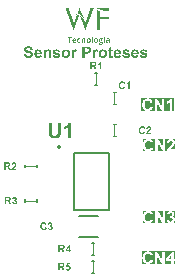
<source format=gbr>
G04*
G04 #@! TF.GenerationSoftware,Altium Limited,Altium Designer,23.11.1 (41)*
G04*
G04 Layer_Color=65535*
%FSLAX44Y44*%
%MOMM*%
G71*
G04*
G04 #@! TF.SameCoordinates,D4B6ECC5-B607-4844-A390-64D59AB080A4*
G04*
G04*
G04 #@! TF.FilePolarity,Positive*
G04*
G01*
G75*
%ADD10C,0.2540*%
%ADD11C,0.1000*%
%ADD12C,0.1270*%
G36*
X81301Y297407D02*
X81361D01*
Y297347D01*
X81420D01*
Y297287D01*
X81480D01*
Y297228D01*
X81539D01*
Y297108D01*
X81659D01*
Y296989D01*
X81778D01*
Y296929D01*
X81838D01*
Y296869D01*
X81898D01*
Y296810D01*
X81957D01*
Y296750D01*
X82017D01*
Y296690D01*
X82196D01*
Y296631D01*
X82256D01*
Y296571D01*
X82435D01*
Y296511D01*
X82614D01*
Y296452D01*
X82674D01*
Y296392D01*
X83032D01*
Y296332D01*
X83151D01*
Y296273D01*
X83868D01*
Y296213D01*
X84285D01*
Y296153D01*
X92344D01*
Y296093D01*
X92404D01*
Y295974D01*
X92344D01*
Y295914D01*
X92404D01*
Y294004D01*
X92344D01*
Y293944D01*
X90315D01*
Y294004D01*
X89837D01*
Y294064D01*
X89180D01*
Y294123D01*
X88763D01*
Y294183D01*
X88404D01*
Y294243D01*
X87867D01*
Y294303D01*
X87748D01*
Y294362D01*
X87210D01*
Y294422D01*
X87031D01*
Y294482D01*
X86912D01*
Y294541D01*
X86554D01*
Y294601D01*
X86434D01*
Y294661D01*
X86196D01*
Y294720D01*
X86017D01*
Y294780D01*
X85837D01*
Y294840D01*
X85479D01*
Y294900D01*
X85360D01*
Y294959D01*
X85121D01*
Y295019D01*
X85002D01*
Y295079D01*
X84763D01*
Y295138D01*
X84584D01*
Y295198D01*
X84524D01*
Y295258D01*
X84285D01*
Y295317D01*
X84166D01*
Y295377D01*
X83868D01*
Y295437D01*
X83808D01*
Y295497D01*
X83688D01*
Y295556D01*
X83509D01*
Y295616D01*
X83390D01*
Y295676D01*
X83271D01*
Y295735D01*
X83211D01*
Y295795D01*
X83032D01*
Y295855D01*
X82913D01*
Y295914D01*
X82853D01*
Y295974D01*
X82733D01*
Y296034D01*
X82674D01*
Y296093D01*
X82554D01*
Y296153D01*
X82495D01*
Y296213D01*
X82435D01*
Y296273D01*
X82316D01*
Y296332D01*
X82196D01*
Y296392D01*
X82136D01*
Y296452D01*
X82077D01*
Y296511D01*
X81957D01*
Y296631D01*
X81838D01*
Y296690D01*
X81778D01*
Y296810D01*
X81659D01*
Y296929D01*
X81599D01*
Y296989D01*
X81539D01*
Y297048D01*
X81480D01*
Y297108D01*
X81420D01*
Y297168D01*
X81361D01*
Y297287D01*
X81301D01*
Y297347D01*
X81241D01*
Y297466D01*
X81301D01*
Y297407D01*
D02*
G37*
G36*
X82077Y295437D02*
X82136D01*
Y295377D01*
X82256D01*
Y295258D01*
X82316D01*
Y295198D01*
X82375D01*
Y295138D01*
X82495D01*
Y295079D01*
X82554D01*
Y295019D01*
X82614D01*
Y294959D01*
X82674D01*
Y294900D01*
X82733D01*
Y294840D01*
X82853D01*
Y294780D01*
X82913D01*
Y294720D01*
X82972D01*
Y294661D01*
X83092D01*
Y294601D01*
X83151D01*
Y294541D01*
X83271D01*
Y294482D01*
X83330D01*
Y294422D01*
X83390D01*
Y294362D01*
X83450D01*
Y294303D01*
X83509D01*
Y294243D01*
X83629D01*
Y294183D01*
X83688D01*
Y294123D01*
X83868D01*
Y294064D01*
X83927D01*
Y294004D01*
X83987D01*
Y293944D01*
X84166D01*
Y293885D01*
X84285D01*
Y293825D01*
X84465D01*
Y293765D01*
X84524D01*
Y293706D01*
X84584D01*
Y293646D01*
X84703D01*
Y293586D01*
X84823D01*
Y293527D01*
X84942D01*
Y293467D01*
X85002D01*
Y293407D01*
X85121D01*
Y293347D01*
X85240D01*
Y293288D01*
X85300D01*
Y293228D01*
X85420D01*
Y293168D01*
X85479D01*
Y293109D01*
X85599D01*
Y293049D01*
X85658D01*
Y292930D01*
X85599D01*
Y292989D01*
X85479D01*
Y293049D01*
X85420D01*
Y293109D01*
X85240D01*
Y293168D01*
X85181D01*
Y293228D01*
X84942D01*
Y293288D01*
X84882D01*
Y293228D01*
X84763D01*
Y293168D01*
X84703D01*
Y289229D01*
X84763D01*
Y289109D01*
X84823D01*
Y289050D01*
X91150D01*
Y289109D01*
X91329D01*
Y289050D01*
X91628D01*
Y289109D01*
X91926D01*
Y289050D01*
X92344D01*
Y288930D01*
X92404D01*
Y286841D01*
X92344D01*
Y286781D01*
X84882D01*
Y286721D01*
X84823D01*
Y286662D01*
X84703D01*
Y284692D01*
Y284632D01*
Y278066D01*
X84644D01*
Y278006D01*
X84226D01*
Y278066D01*
X82077D01*
Y278305D01*
X82017D01*
Y282722D01*
X82077D01*
Y283438D01*
X82017D01*
Y285707D01*
X82077D01*
Y292094D01*
X82017D01*
Y292273D01*
X82077D01*
Y293288D01*
X82017D01*
Y295497D01*
X82077D01*
Y295437D01*
D02*
G37*
G36*
X85778Y292870D02*
X85718D01*
Y292930D01*
X85778D01*
Y292870D01*
D02*
G37*
G36*
X64228Y291139D02*
X64288D01*
Y291079D01*
X64109D01*
Y291139D01*
X63870D01*
Y291199D01*
X64228D01*
Y291139D01*
D02*
G37*
G36*
X64945Y291019D02*
X65064D01*
Y290960D01*
X64825D01*
Y291019D01*
X64646D01*
Y291079D01*
X64945D01*
Y291019D01*
D02*
G37*
G36*
X67512Y296332D02*
X67571D01*
Y296273D01*
X67631D01*
Y295974D01*
X67691D01*
Y295914D01*
X67750D01*
Y295795D01*
X67810D01*
Y295616D01*
X67870D01*
Y295497D01*
X67929D01*
Y295258D01*
X67989D01*
Y295138D01*
X68049D01*
Y294959D01*
X68109D01*
Y294840D01*
X68168D01*
Y294720D01*
X68228D01*
Y294422D01*
X68288D01*
Y294303D01*
X68347D01*
Y294123D01*
X68407D01*
Y294004D01*
X68467D01*
Y293825D01*
X68526D01*
Y293646D01*
X68586D01*
Y293527D01*
X68646D01*
Y293288D01*
X68706D01*
Y293168D01*
X68765D01*
Y292930D01*
X68825D01*
Y292870D01*
X68885D01*
Y292751D01*
X68944D01*
Y292572D01*
X69004D01*
Y292512D01*
X69064D01*
Y292333D01*
X69123D01*
Y292213D01*
X69183D01*
Y292094D01*
X69243D01*
Y291915D01*
X69302D01*
Y291796D01*
X69362D01*
Y291557D01*
X69422D01*
Y291437D01*
X69482D01*
Y291318D01*
X69541D01*
Y291139D01*
X69601D01*
Y291079D01*
X69661D01*
Y290900D01*
X69720D01*
Y290781D01*
X69780D01*
Y290602D01*
X69840D01*
Y290542D01*
X69899D01*
Y290422D01*
X69959D01*
Y290243D01*
X70019D01*
Y290184D01*
X70078D01*
Y290005D01*
X70138D01*
Y289885D01*
X70198D01*
Y289826D01*
X70258D01*
Y289706D01*
X70317D01*
Y289587D01*
X70377D01*
Y289467D01*
X70437D01*
Y289408D01*
X70496D01*
Y289288D01*
X70556D01*
Y289229D01*
X70616D01*
Y289109D01*
X70675D01*
Y288930D01*
X70735D01*
Y288871D01*
X70795D01*
Y288751D01*
X70854D01*
Y288691D01*
X70914D01*
Y288572D01*
X70974D01*
Y288512D01*
X71034D01*
Y288393D01*
X71093D01*
Y288274D01*
X71153D01*
Y288214D01*
X71213D01*
Y288035D01*
X71332D01*
Y287915D01*
X71392D01*
Y287856D01*
X71451D01*
Y287796D01*
X71511D01*
Y287617D01*
X71571D01*
Y287557D01*
X71630D01*
Y287498D01*
X71690D01*
Y287438D01*
X71750D01*
Y287378D01*
X71810D01*
Y287259D01*
X71929D01*
Y287139D01*
X71989D01*
Y287080D01*
X72048D01*
Y286960D01*
X71989D01*
Y287080D01*
X71810D01*
Y287199D01*
X71690D01*
Y287259D01*
X71630D01*
Y287318D01*
X71571D01*
Y287378D01*
X71511D01*
Y287498D01*
X71451D01*
Y287557D01*
X71392D01*
Y287617D01*
X71332D01*
Y287736D01*
X71272D01*
Y287796D01*
X71213D01*
Y287856D01*
X71153D01*
Y287915D01*
X71093D01*
Y288035D01*
X71034D01*
Y288095D01*
X70974D01*
Y288154D01*
X70914D01*
Y288274D01*
X70854D01*
Y288333D01*
X70795D01*
Y288393D01*
X70735D01*
Y288453D01*
X70675D01*
Y288512D01*
X70616D01*
Y288572D01*
X70556D01*
Y288632D01*
X70496D01*
Y288691D01*
X70437D01*
Y288751D01*
X70377D01*
Y288811D01*
X70317D01*
Y288871D01*
X70258D01*
Y288930D01*
X70198D01*
Y288990D01*
X70138D01*
Y289050D01*
X70078D01*
Y289109D01*
X70019D01*
Y289169D01*
X69959D01*
Y289229D01*
X69899D01*
Y289288D01*
X69840D01*
Y289348D01*
X69780D01*
Y289408D01*
X69720D01*
Y289467D01*
X69661D01*
Y289527D01*
X69601D01*
Y289587D01*
X69541D01*
Y289646D01*
X69482D01*
Y289706D01*
X69422D01*
Y289766D01*
X69362D01*
Y289826D01*
X69243D01*
Y289885D01*
X69183D01*
Y289945D01*
X69064D01*
Y290005D01*
X69004D01*
Y290064D01*
X68944D01*
Y290124D01*
X68885D01*
Y290184D01*
X68825D01*
Y290243D01*
X68706D01*
Y290303D01*
X68646D01*
Y290363D01*
X68526D01*
Y290422D01*
X68467D01*
Y290482D01*
X68407D01*
Y290542D01*
X68347D01*
Y290602D01*
X68288D01*
Y290661D01*
X68168D01*
Y290721D01*
X68109D01*
Y290781D01*
X68049D01*
Y290840D01*
X67929D01*
Y290900D01*
X67870D01*
Y290960D01*
X67691D01*
Y291019D01*
X67631D01*
Y291079D01*
X67512D01*
Y291139D01*
X67452D01*
Y291199D01*
X67333D01*
Y291258D01*
X67213D01*
Y291318D01*
X67153D01*
Y291378D01*
X66974D01*
Y291437D01*
X66855D01*
Y291497D01*
X66795D01*
Y291557D01*
X66676D01*
Y291616D01*
X66616D01*
Y291676D01*
X66437D01*
Y291736D01*
X66377D01*
Y291796D01*
X66318D01*
Y291855D01*
X66198D01*
Y291975D01*
X66139D01*
Y292034D01*
X66079D01*
Y292154D01*
X66019D01*
Y292213D01*
X66079D01*
Y292333D01*
X66019D01*
Y292452D01*
X66079D01*
Y292930D01*
X66139D01*
Y292989D01*
X66198D01*
Y293288D01*
X66258D01*
Y293407D01*
X66318D01*
Y293527D01*
X66377D01*
Y293706D01*
X66437D01*
Y293765D01*
X66497D01*
Y294004D01*
X66557D01*
Y294064D01*
X66616D01*
Y294303D01*
X66676D01*
Y294422D01*
X66736D01*
Y294541D01*
X66795D01*
Y294780D01*
X66855D01*
Y294900D01*
X66915D01*
Y295198D01*
X66974D01*
Y295258D01*
X67034D01*
Y295437D01*
X67094D01*
Y295616D01*
X67153D01*
Y295735D01*
X67213D01*
Y295974D01*
X67273D01*
Y296093D01*
X67333D01*
Y296332D01*
X67392D01*
Y296511D01*
X67512D01*
Y296332D01*
D02*
G37*
G36*
X79391Y295974D02*
X79331D01*
Y295855D01*
X79271D01*
Y295735D01*
X79212D01*
Y295497D01*
X79152D01*
Y295437D01*
X79092D01*
Y295198D01*
X79032D01*
Y295138D01*
X78973D01*
Y294900D01*
X78913D01*
Y294840D01*
Y294780D01*
X78853D01*
Y294601D01*
X78794D01*
Y294362D01*
X78734D01*
Y294303D01*
X78674D01*
Y294064D01*
X78615D01*
Y293944D01*
X78555D01*
Y293825D01*
X78495D01*
Y293706D01*
X78436D01*
Y293586D01*
X78376D01*
Y293288D01*
X78316D01*
Y293228D01*
X78256D01*
Y292989D01*
X78197D01*
Y292870D01*
X78137D01*
Y292691D01*
X78077D01*
Y292512D01*
X78018D01*
Y292452D01*
X77958D01*
Y292213D01*
X77898D01*
Y292094D01*
X77839D01*
Y291855D01*
X77779D01*
Y291736D01*
X77719D01*
Y291557D01*
X77660D01*
Y291318D01*
X77600D01*
Y291258D01*
X77540D01*
Y291019D01*
X77480D01*
Y290900D01*
X77421D01*
Y290781D01*
X77361D01*
Y290602D01*
X77301D01*
Y290422D01*
X77242D01*
Y290303D01*
X77182D01*
Y290184D01*
X77122D01*
Y290005D01*
X77063D01*
Y289826D01*
X77003D01*
Y289706D01*
X76943D01*
Y289527D01*
X76883D01*
Y289408D01*
X76824D01*
Y289169D01*
X76764D01*
Y289050D01*
X76704D01*
Y288871D01*
X76645D01*
Y288691D01*
X76585D01*
Y288572D01*
X76525D01*
Y288333D01*
X76466D01*
Y288214D01*
X76406D01*
Y288035D01*
X76346D01*
Y287856D01*
X76287D01*
Y287736D01*
X76227D01*
Y287557D01*
X76167D01*
Y287438D01*
X76107D01*
Y287139D01*
X76048D01*
Y287080D01*
X75988D01*
Y286960D01*
X75928D01*
Y286781D01*
X75869D01*
Y286662D01*
X75809D01*
Y286483D01*
X75749D01*
Y286363D01*
X75690D01*
Y286184D01*
X75630D01*
Y286005D01*
X75570D01*
Y285886D01*
X75511D01*
Y285647D01*
X75451D01*
Y285587D01*
X75391D01*
Y285349D01*
X75331D01*
Y285170D01*
X75272D01*
Y285110D01*
X75212D01*
Y284811D01*
X75152D01*
Y284692D01*
X75093D01*
Y284453D01*
X75033D01*
Y284334D01*
X74973D01*
Y284155D01*
X74914D01*
Y284035D01*
X74854D01*
Y283916D01*
X74794D01*
Y283677D01*
X74735D01*
Y283558D01*
X74675D01*
Y283379D01*
X74615D01*
Y283259D01*
X74555D01*
Y283140D01*
X74496D01*
Y282961D01*
X74436D01*
Y282841D01*
X74376D01*
Y282662D01*
X74317D01*
Y282543D01*
X74257D01*
Y282304D01*
X74197D01*
Y282125D01*
X74138D01*
Y282006D01*
X74078D01*
Y281767D01*
X74018D01*
Y281648D01*
X73959D01*
Y281469D01*
X73899D01*
Y281349D01*
X73839D01*
Y281170D01*
X73779D01*
Y280991D01*
X73720D01*
Y280872D01*
X73660D01*
Y280573D01*
X73600D01*
Y280513D01*
X73541D01*
Y280275D01*
X73481D01*
Y280096D01*
X73421D01*
Y279976D01*
X73362D01*
Y279797D01*
X73302D01*
Y279678D01*
X73242D01*
Y279499D01*
X73183D01*
Y279319D01*
X73123D01*
Y279200D01*
X73063D01*
Y279081D01*
X73003D01*
Y278961D01*
X72944D01*
Y278723D01*
X72884D01*
Y278603D01*
X72824D01*
Y278484D01*
X72765D01*
Y278305D01*
X72705D01*
Y278126D01*
X72645D01*
Y277887D01*
X72586D01*
Y277768D01*
X72466D01*
Y278006D01*
X72406D01*
Y278126D01*
X72347D01*
Y278364D01*
X72287D01*
Y278424D01*
X72227D01*
Y278663D01*
X72168D01*
Y278782D01*
X72108D01*
Y278961D01*
X72048D01*
Y279140D01*
X71989D01*
Y279200D01*
X71929D01*
Y279379D01*
X71869D01*
Y279439D01*
X71810D01*
Y279618D01*
X71750D01*
Y279797D01*
X71690D01*
Y279916D01*
X71630D01*
Y280155D01*
X71571D01*
Y280215D01*
X71511D01*
Y280454D01*
X71451D01*
Y280573D01*
X71392D01*
Y280633D01*
X71332D01*
Y280931D01*
X71272D01*
Y280991D01*
X71213D01*
Y281230D01*
X71153D01*
Y281349D01*
X71093D01*
Y281588D01*
X71034D01*
Y281707D01*
X70974D01*
Y281827D01*
X70914D01*
Y282065D01*
X70854D01*
Y282125D01*
X70795D01*
Y282424D01*
X70735D01*
Y282483D01*
X70675D01*
Y282603D01*
X70616D01*
Y282782D01*
X70556D01*
Y282841D01*
X70496D01*
Y283080D01*
X70437D01*
Y283140D01*
X70377D01*
Y283379D01*
X70317D01*
Y283498D01*
X70258D01*
Y283617D01*
X70198D01*
Y283856D01*
X70138D01*
Y283976D01*
X70078D01*
Y284274D01*
X70019D01*
Y284334D01*
X69959D01*
Y284453D01*
X69899D01*
Y284632D01*
X69840D01*
Y284692D01*
X69780D01*
Y284931D01*
X69720D01*
Y285050D01*
X69661D01*
Y285229D01*
X69601D01*
Y285408D01*
X69541D01*
Y285528D01*
X69482D01*
Y285766D01*
X69422D01*
Y285826D01*
X69362D01*
Y286065D01*
X69302D01*
Y286184D01*
X69243D01*
Y286363D01*
X69183D01*
Y286542D01*
X69123D01*
Y286602D01*
X69064D01*
Y286781D01*
X69004D01*
Y286841D01*
X68944D01*
Y287020D01*
X68885D01*
Y287199D01*
X68825D01*
Y287318D01*
X68765D01*
Y287557D01*
X68706D01*
Y287617D01*
X68646D01*
Y287856D01*
X68586D01*
Y287975D01*
X68526D01*
Y288154D01*
X68467D01*
Y288333D01*
X68407D01*
Y288453D01*
X68347D01*
Y288632D01*
X68288D01*
Y288751D01*
X68228D01*
Y288930D01*
X68168D01*
Y289050D01*
X68109D01*
Y289229D01*
X68049D01*
Y289467D01*
X67989D01*
Y289527D01*
X67929D01*
Y289706D01*
X67870D01*
Y289766D01*
X67810D01*
Y289885D01*
X67870D01*
Y289826D01*
X67989D01*
Y289766D01*
X68049D01*
Y289706D01*
X68168D01*
Y289646D01*
X68288D01*
Y289527D01*
X68467D01*
Y289467D01*
X68526D01*
Y289408D01*
X68586D01*
Y289348D01*
X68706D01*
Y289288D01*
X68765D01*
Y289229D01*
X68825D01*
Y289169D01*
X68885D01*
Y289109D01*
X69004D01*
Y289050D01*
X69064D01*
Y288990D01*
X69183D01*
Y288930D01*
X69243D01*
Y288871D01*
X69302D01*
Y288811D01*
X69362D01*
Y288751D01*
X69422D01*
Y288691D01*
X69541D01*
Y288632D01*
X69601D01*
Y288572D01*
X69661D01*
Y288512D01*
X69720D01*
Y288453D01*
X69780D01*
Y288393D01*
X69840D01*
Y288333D01*
X69899D01*
Y288274D01*
X69959D01*
Y288214D01*
X70019D01*
Y288154D01*
X70078D01*
Y288095D01*
X70138D01*
Y288035D01*
X70198D01*
Y287975D01*
X70258D01*
Y287915D01*
X70317D01*
Y287856D01*
X70377D01*
Y287796D01*
X70437D01*
Y287736D01*
X70496D01*
Y287617D01*
X70556D01*
Y287557D01*
X70616D01*
Y287498D01*
X70675D01*
Y287378D01*
X70735D01*
Y287318D01*
X70795D01*
Y287199D01*
X70854D01*
Y287139D01*
X70914D01*
Y287020D01*
X70974D01*
Y286960D01*
X71034D01*
Y286841D01*
X71093D01*
Y286721D01*
X71153D01*
Y286662D01*
X71213D01*
Y286423D01*
X71272D01*
Y286304D01*
X71332D01*
Y286244D01*
X71392D01*
Y286065D01*
X71451D01*
Y285945D01*
X71511D01*
Y285766D01*
X71571D01*
Y285707D01*
X71630D01*
Y285468D01*
X71690D01*
Y285408D01*
X71750D01*
Y285289D01*
X71810D01*
Y285050D01*
X71869D01*
Y284931D01*
X71929D01*
Y284692D01*
X71989D01*
Y284513D01*
X72048D01*
Y284334D01*
X72108D01*
Y284155D01*
X72168D01*
Y284095D01*
X72466D01*
Y284155D01*
X72526D01*
Y284214D01*
X72586D01*
Y284274D01*
X72645D01*
Y284513D01*
X72705D01*
Y284632D01*
X72765D01*
Y284811D01*
X72824D01*
Y285050D01*
X72884D01*
Y285170D01*
X72944D01*
Y285408D01*
X73003D01*
Y285468D01*
X73063D01*
Y285766D01*
X73123D01*
Y285826D01*
X73183D01*
Y286005D01*
X73242D01*
Y286184D01*
X73302D01*
Y286304D01*
X73362D01*
Y286483D01*
X73421D01*
Y286602D01*
X73481D01*
Y286841D01*
X73541D01*
Y286960D01*
X73600D01*
Y287020D01*
X73660D01*
Y287318D01*
X73720D01*
Y287378D01*
X73779D01*
Y287736D01*
X73839D01*
Y287856D01*
X73899D01*
Y288035D01*
X73959D01*
Y288214D01*
X74018D01*
Y288274D01*
X74078D01*
Y288572D01*
X74138D01*
Y288691D01*
X74197D01*
Y288871D01*
X74257D01*
Y289050D01*
X74317D01*
Y289229D01*
X74376D01*
Y289467D01*
X74436D01*
Y289527D01*
X74496D01*
Y289766D01*
X74555D01*
Y289885D01*
X74615D01*
Y290064D01*
X74675D01*
Y290243D01*
X74735D01*
Y290363D01*
X74794D01*
Y290542D01*
X74854D01*
Y290661D01*
X74914D01*
Y290900D01*
X74973D01*
Y291079D01*
X75033D01*
Y291199D01*
X75093D01*
Y291378D01*
X75152D01*
Y291497D01*
X75212D01*
Y291736D01*
X75272D01*
Y291915D01*
X75331D01*
Y292094D01*
X75391D01*
Y292213D01*
X75451D01*
Y292333D01*
X75511D01*
Y292631D01*
X75570D01*
Y292691D01*
X75630D01*
Y292930D01*
X75690D01*
Y293049D01*
X75749D01*
Y293168D01*
X75809D01*
Y293527D01*
X75869D01*
Y293586D01*
X75928D01*
Y293825D01*
X75988D01*
Y293885D01*
X76048D01*
Y294123D01*
X76107D01*
Y294243D01*
X76167D01*
Y294303D01*
X76227D01*
Y294601D01*
X76287D01*
Y294720D01*
X76346D01*
Y294900D01*
X76406D01*
Y295079D01*
X76466D01*
Y295198D01*
X76525D01*
Y295437D01*
X76585D01*
Y295497D01*
X76645D01*
Y295795D01*
X76704D01*
Y295855D01*
X76764D01*
Y296093D01*
X76824D01*
Y296153D01*
X79391D01*
Y295974D01*
D02*
G37*
G36*
X58199Y296093D02*
X58259D01*
Y296034D01*
X58319D01*
Y295795D01*
X58379D01*
Y295616D01*
X58438D01*
Y295497D01*
X58498D01*
Y295258D01*
X58558D01*
Y295198D01*
X58617D01*
Y294959D01*
X58677D01*
Y294840D01*
X58737D01*
Y294661D01*
X58796D01*
Y294422D01*
X58856D01*
Y294362D01*
X58916D01*
Y294064D01*
X58975D01*
Y294004D01*
X59035D01*
Y293825D01*
X59095D01*
Y293646D01*
X59155D01*
Y293527D01*
X59214D01*
Y293288D01*
X59274D01*
Y293168D01*
X59334D01*
Y292930D01*
X59393D01*
Y292870D01*
X59453D01*
Y292751D01*
X59513D01*
Y292572D01*
X59572D01*
Y292452D01*
X59632D01*
Y292213D01*
X59692D01*
Y292094D01*
X59751D01*
Y291855D01*
X59811D01*
Y291736D01*
X59871D01*
Y291616D01*
X59931D01*
Y291318D01*
X59990D01*
Y291258D01*
X60050D01*
Y290960D01*
X60110D01*
Y290900D01*
X60169D01*
Y290721D01*
X60229D01*
Y290542D01*
X60289D01*
Y290363D01*
X60348D01*
Y290124D01*
X60408D01*
Y290064D01*
X60468D01*
Y289826D01*
X60527D01*
Y289766D01*
X60587D01*
Y289587D01*
X60647D01*
Y289348D01*
X60707D01*
Y289288D01*
X60766D01*
Y289050D01*
X60826D01*
Y288930D01*
X60886D01*
Y288811D01*
X60945D01*
Y288632D01*
X61005D01*
Y288512D01*
X61065D01*
Y288214D01*
X61124D01*
Y288154D01*
X61184D01*
Y287856D01*
X61244D01*
Y287736D01*
X61304D01*
Y287617D01*
X61363D01*
Y287378D01*
X61423D01*
Y287318D01*
X61483D01*
Y287080D01*
X61542D01*
Y286960D01*
X61602D01*
Y286781D01*
X61662D01*
Y286602D01*
X61721D01*
Y286483D01*
X61781D01*
Y286184D01*
X61841D01*
Y286065D01*
X61900D01*
Y285886D01*
X61960D01*
Y285707D01*
X62020D01*
Y285587D01*
X62080D01*
Y285349D01*
X62139D01*
Y285229D01*
X62199D01*
Y285050D01*
X62259D01*
Y284990D01*
X62318D01*
Y284811D01*
X62378D01*
Y284632D01*
X62438D01*
Y284453D01*
X62497D01*
Y284274D01*
X62557D01*
Y284155D01*
X62617D01*
Y284095D01*
X62915D01*
Y284155D01*
X62975D01*
Y284214D01*
X63035D01*
Y284334D01*
X63094D01*
Y284453D01*
X63154D01*
Y284573D01*
X63214D01*
Y284811D01*
X63273D01*
Y284931D01*
X63333D01*
Y285229D01*
X63393D01*
Y285408D01*
X63452D01*
Y285528D01*
X63512D01*
Y285766D01*
X63572D01*
Y285886D01*
X63632D01*
Y286005D01*
X63691D01*
Y286125D01*
X63751D01*
Y286363D01*
X63811D01*
Y286542D01*
X63870D01*
Y286662D01*
X63930D01*
Y286841D01*
X63990D01*
Y286960D01*
X64049D01*
Y287199D01*
X64109D01*
Y287318D01*
X64169D01*
Y287557D01*
X64228D01*
Y287677D01*
X64288D01*
Y287856D01*
X64348D01*
Y288095D01*
X64408D01*
Y288274D01*
X64467D01*
Y288453D01*
X64527D01*
Y288572D01*
X64587D01*
Y288751D01*
X64646D01*
Y288990D01*
X64706D01*
Y289109D01*
X64766D01*
Y289348D01*
X64825D01*
Y289467D01*
X64885D01*
Y289706D01*
X64945D01*
Y289826D01*
X65004D01*
Y289945D01*
X65064D01*
Y290184D01*
X65124D01*
Y290243D01*
X65184D01*
Y290422D01*
X65243D01*
Y290781D01*
X65184D01*
Y290900D01*
X65124D01*
Y290960D01*
X65422D01*
Y290900D01*
X65542D01*
Y290840D01*
X65721D01*
Y290781D01*
X65900D01*
Y290721D01*
X66019D01*
Y290661D01*
X66258D01*
Y290602D01*
X66377D01*
Y290542D01*
X66557D01*
Y290482D01*
X66676D01*
Y290422D01*
X66795D01*
Y290363D01*
X66915D01*
Y290303D01*
X66974D01*
Y290243D01*
X67153D01*
Y290184D01*
X67213D01*
Y290064D01*
X67153D01*
Y289945D01*
X67094D01*
Y289766D01*
X67034D01*
Y289646D01*
X66974D01*
Y289527D01*
X66915D01*
Y289288D01*
X66855D01*
Y289169D01*
X66795D01*
Y288990D01*
X66736D01*
Y288871D01*
X66676D01*
Y288632D01*
X66616D01*
Y288453D01*
X66557D01*
Y288393D01*
X66497D01*
Y288154D01*
X66437D01*
Y288035D01*
X66377D01*
Y287856D01*
X66318D01*
Y287677D01*
X66258D01*
Y287617D01*
X66198D01*
Y287438D01*
X66139D01*
Y287378D01*
X66079D01*
Y287139D01*
X66019D01*
Y287020D01*
X65960D01*
Y286841D01*
X65900D01*
Y286721D01*
X65840D01*
Y286602D01*
X65781D01*
Y286363D01*
X65721D01*
Y286184D01*
X65661D01*
Y286005D01*
X65601D01*
Y285886D01*
X65542D01*
Y285707D01*
X65482D01*
Y285528D01*
X65422D01*
Y285468D01*
X65363D01*
Y285229D01*
X65303D01*
Y285050D01*
X65243D01*
Y284931D01*
X65184D01*
Y284752D01*
Y284692D01*
X65124D01*
Y284573D01*
X65064D01*
Y284394D01*
X65004D01*
Y284334D01*
X64945D01*
Y284155D01*
X64885D01*
Y284035D01*
X64825D01*
Y283976D01*
X64766D01*
Y283677D01*
X64706D01*
Y283558D01*
X64646D01*
Y283379D01*
X64587D01*
Y283259D01*
X64527D01*
Y283080D01*
X64467D01*
Y282961D01*
X64408D01*
Y282841D01*
X64348D01*
Y282603D01*
X64288D01*
Y282483D01*
X64228D01*
Y282244D01*
X64169D01*
Y282125D01*
X64109D01*
Y282006D01*
X64049D01*
Y281707D01*
X63990D01*
Y281648D01*
X63930D01*
Y281409D01*
X63870D01*
Y281289D01*
X63811D01*
Y281110D01*
X63751D01*
Y280931D01*
X63691D01*
Y280872D01*
X63632D01*
Y280633D01*
X63572D01*
Y280573D01*
X63512D01*
Y280394D01*
X63452D01*
Y280275D01*
X63393D01*
Y280155D01*
X63333D01*
Y279976D01*
X63273D01*
Y279797D01*
X63214D01*
Y279558D01*
X63154D01*
Y279499D01*
X63094D01*
Y279260D01*
X63035D01*
Y279081D01*
X62975D01*
Y279021D01*
X62915D01*
Y278782D01*
X62856D01*
Y278663D01*
X62796D01*
Y278543D01*
X62736D01*
Y278364D01*
X62676D01*
Y278185D01*
X62617D01*
Y278006D01*
X62557D01*
Y277827D01*
X62497D01*
Y277708D01*
X62438D01*
Y277768D01*
X62378D01*
Y277947D01*
X62318D01*
Y278245D01*
X62259D01*
Y278305D01*
X62199D01*
Y278543D01*
X62139D01*
Y278663D01*
X62080D01*
Y278842D01*
X62020D01*
Y279021D01*
X61960D01*
Y279140D01*
X61900D01*
Y279379D01*
X61841D01*
Y279499D01*
X61781D01*
Y279678D01*
X61721D01*
Y279857D01*
X61662D01*
Y279976D01*
X61602D01*
Y280215D01*
X61542D01*
Y280275D01*
X61483D01*
Y280573D01*
X61423D01*
Y280693D01*
X61363D01*
Y280872D01*
X61304D01*
Y281051D01*
X61244D01*
Y281170D01*
X61184D01*
Y281409D01*
X61124D01*
Y281528D01*
X61065D01*
Y281707D01*
X61005D01*
Y281767D01*
X60945D01*
Y281886D01*
X60886D01*
Y282065D01*
X60826D01*
Y282185D01*
X60766D01*
Y282424D01*
X60707D01*
Y282543D01*
X60647D01*
Y282782D01*
X60587D01*
Y282901D01*
X60527D01*
Y283020D01*
X60468D01*
Y283259D01*
X60408D01*
Y283379D01*
X60348D01*
Y283617D01*
X60289D01*
Y283797D01*
X60229D01*
Y283856D01*
X60169D01*
Y284155D01*
X60110D01*
Y284214D01*
X60050D01*
Y284453D01*
X59990D01*
Y284573D01*
X59931D01*
Y284692D01*
X59871D01*
Y284931D01*
X59811D01*
Y285050D01*
X59751D01*
Y285289D01*
X59692D01*
Y285408D01*
X59632D01*
Y285587D01*
X59572D01*
Y285707D01*
X59513D01*
Y285826D01*
X59453D01*
Y285945D01*
X59393D01*
Y286065D01*
X59334D01*
Y286304D01*
X59274D01*
Y286423D01*
X59214D01*
Y286542D01*
X59155D01*
Y286841D01*
X59095D01*
Y286901D01*
X59035D01*
Y287139D01*
X58975D01*
Y287259D01*
X58916D01*
Y287438D01*
X58856D01*
Y287617D01*
X58796D01*
Y287736D01*
X58737D01*
Y287975D01*
X58677D01*
Y288035D01*
X58617D01*
Y288333D01*
X58558D01*
Y288453D01*
X58498D01*
Y288572D01*
X58438D01*
Y288751D01*
X58379D01*
Y288871D01*
X58319D01*
Y289109D01*
X58259D01*
Y289169D01*
X58199D01*
Y289408D01*
X58140D01*
Y289467D01*
X58080D01*
Y289587D01*
X58020D01*
Y289885D01*
X57961D01*
Y289945D01*
X57901D01*
Y290124D01*
X57841D01*
Y290303D01*
X57782D01*
Y290422D01*
X57722D01*
Y290661D01*
X57662D01*
Y290781D01*
X57603D01*
Y291019D01*
X57543D01*
Y291139D01*
X57483D01*
Y291318D01*
X57423D01*
Y291437D01*
X57364D01*
Y291557D01*
X57304D01*
Y291855D01*
X57244D01*
Y291915D01*
X57185D01*
Y292154D01*
X57125D01*
Y292333D01*
X57065D01*
Y292452D01*
X57006D01*
Y292631D01*
X56946D01*
Y292751D01*
X56886D01*
Y292930D01*
X56827D01*
Y292989D01*
X56767D01*
Y293228D01*
X56707D01*
Y293347D01*
X56647D01*
Y293467D01*
X56588D01*
Y293706D01*
X56528D01*
Y293765D01*
X56468D01*
Y294004D01*
X56409D01*
Y294123D01*
X56349D01*
Y294303D01*
X56289D01*
Y294482D01*
X56230D01*
Y294601D01*
X56170D01*
Y294900D01*
X56110D01*
Y294959D01*
X56050D01*
Y295138D01*
X55991D01*
Y295317D01*
X55931D01*
Y295497D01*
X55871D01*
Y295676D01*
X55812D01*
Y295795D01*
X55752D01*
Y295974D01*
X55692D01*
Y296153D01*
X58199D01*
Y296093D01*
D02*
G37*
G36*
X78734Y272097D02*
X78853D01*
Y271977D01*
Y271917D01*
Y267082D01*
X77958D01*
Y267142D01*
X77898D01*
Y272097D01*
X78316D01*
Y272156D01*
X78555D01*
Y272097D01*
X78674D01*
Y272156D01*
X78734D01*
Y272097D01*
D02*
G37*
G36*
X60886Y271798D02*
X60945D01*
Y271082D01*
X59751D01*
Y271022D01*
X59692D01*
Y267142D01*
X59632D01*
Y267082D01*
X58737D01*
Y267142D01*
X58677D01*
Y271022D01*
X58617D01*
Y271082D01*
X57423D01*
Y271798D01*
X57483D01*
Y271858D01*
X57603D01*
Y271798D01*
X57722D01*
Y271858D01*
X60707D01*
Y271798D01*
X60766D01*
Y271858D01*
X60886D01*
Y271798D01*
D02*
G37*
G36*
X88882Y271977D02*
X88941D01*
Y271917D01*
X89001D01*
Y271559D01*
Y271500D01*
Y271440D01*
X88941D01*
Y271380D01*
X88882D01*
Y271321D01*
X88822D01*
Y271261D01*
X88166D01*
Y271321D01*
X88106D01*
Y271380D01*
X88046D01*
Y271977D01*
X88106D01*
Y272037D01*
X88166D01*
Y272097D01*
X88882D01*
Y271977D01*
D02*
G37*
G36*
X71451Y270724D02*
X71690D01*
Y270664D01*
X71989D01*
Y270604D01*
X72048D01*
Y270545D01*
X72168D01*
Y270485D01*
X72227D01*
Y270425D01*
X72287D01*
Y270366D01*
X72347D01*
Y270306D01*
X72406D01*
Y270127D01*
X72466D01*
Y269948D01*
X72526D01*
Y269828D01*
X72586D01*
Y267142D01*
X72526D01*
Y267082D01*
X71630D01*
Y269351D01*
X71571D01*
Y269709D01*
X71511D01*
Y269769D01*
X71451D01*
Y269888D01*
X71392D01*
Y269948D01*
X71213D01*
Y270007D01*
X70735D01*
Y269948D01*
X70616D01*
Y269888D01*
X70496D01*
Y269828D01*
X70437D01*
Y269769D01*
X70377D01*
Y269709D01*
X70317D01*
Y269649D01*
X70258D01*
Y269410D01*
X70198D01*
Y269291D01*
X70138D01*
Y267082D01*
X69302D01*
Y267202D01*
X69243D01*
Y267321D01*
X69302D01*
Y267381D01*
X69243D01*
Y267560D01*
X69302D01*
Y268037D01*
Y268097D01*
Y268993D01*
X69243D01*
Y270366D01*
X69302D01*
Y270485D01*
X69243D01*
Y270604D01*
X69302D01*
Y270664D01*
X69959D01*
Y270485D01*
X70019D01*
Y270306D01*
X70078D01*
Y270246D01*
X70138D01*
Y270306D01*
X70258D01*
Y270366D01*
X70317D01*
Y270485D01*
X70437D01*
Y270545D01*
X70556D01*
Y270604D01*
X70616D01*
Y270664D01*
X70914D01*
Y270724D01*
X71213D01*
Y270783D01*
X71451D01*
Y270724D01*
D02*
G37*
G36*
X67452D02*
X67810D01*
Y270664D01*
X68168D01*
Y270604D01*
X68288D01*
Y270545D01*
X68347D01*
Y270366D01*
X68288D01*
Y270127D01*
X68228D01*
Y270007D01*
X68168D01*
Y269888D01*
X68109D01*
Y269828D01*
X67929D01*
Y269888D01*
X67870D01*
Y269948D01*
X67571D01*
Y270007D01*
X67034D01*
Y269948D01*
X66915D01*
Y269888D01*
X66855D01*
Y269828D01*
X66736D01*
Y269769D01*
X66676D01*
Y269649D01*
X66616D01*
Y269590D01*
X66557D01*
Y269291D01*
X66497D01*
Y268993D01*
X66437D01*
Y268694D01*
X66497D01*
Y268455D01*
X66557D01*
Y268157D01*
X66616D01*
Y268097D01*
X66676D01*
Y267978D01*
X66736D01*
Y267918D01*
X66795D01*
Y267858D01*
X66855D01*
Y267799D01*
X67094D01*
Y267739D01*
X67512D01*
Y267799D01*
X67929D01*
Y267858D01*
X68049D01*
Y267918D01*
X68168D01*
Y267978D01*
X68228D01*
Y267918D01*
X68288D01*
Y267262D01*
X68228D01*
Y267202D01*
X68168D01*
Y267142D01*
X68049D01*
Y267082D01*
X67810D01*
Y267023D01*
X67631D01*
Y266963D01*
X66855D01*
Y267023D01*
X66676D01*
Y267082D01*
X66437D01*
Y267142D01*
X66258D01*
Y267202D01*
X66198D01*
Y267262D01*
X66079D01*
Y267321D01*
X66019D01*
Y267381D01*
X65960D01*
Y267440D01*
X65900D01*
Y267500D01*
X65840D01*
Y267620D01*
X65781D01*
Y267679D01*
X65721D01*
Y267918D01*
X65661D01*
Y267978D01*
X65601D01*
Y268276D01*
X65542D01*
Y269410D01*
X65601D01*
Y269709D01*
X65661D01*
Y269769D01*
X65721D01*
Y269948D01*
X65781D01*
Y270007D01*
X65840D01*
Y270186D01*
X65900D01*
Y270246D01*
X65960D01*
Y270306D01*
X66019D01*
Y270366D01*
X66079D01*
Y270425D01*
X66139D01*
Y270485D01*
X66198D01*
Y270545D01*
X66437D01*
Y270604D01*
X66497D01*
Y270664D01*
X66795D01*
Y270724D01*
X67153D01*
Y270783D01*
X67452D01*
Y270724D01*
D02*
G37*
G36*
X63333D02*
X63691D01*
Y270664D01*
X63990D01*
Y270604D01*
X64049D01*
Y270545D01*
X64169D01*
Y270485D01*
X64288D01*
Y270425D01*
X64348D01*
Y270366D01*
X64408D01*
Y270246D01*
X64527D01*
Y270067D01*
X64587D01*
Y269948D01*
X64646D01*
Y269888D01*
X64706D01*
Y269590D01*
X64766D01*
Y269410D01*
X64825D01*
Y268694D01*
X64527D01*
Y268634D01*
X64228D01*
Y268694D01*
X62617D01*
Y268634D01*
X62497D01*
Y268575D01*
X62438D01*
Y268396D01*
X62497D01*
Y268217D01*
X62557D01*
Y268097D01*
X62617D01*
Y267978D01*
X62676D01*
Y267918D01*
X62736D01*
Y267858D01*
X62796D01*
Y267799D01*
X62975D01*
Y267739D01*
X63035D01*
Y267679D01*
X63990D01*
Y267739D01*
X64109D01*
Y267799D01*
X64408D01*
Y267858D01*
X64587D01*
Y267262D01*
X64527D01*
Y267142D01*
X64288D01*
Y267082D01*
X64049D01*
Y267023D01*
X63870D01*
Y266963D01*
X62975D01*
Y267023D01*
X62796D01*
Y267082D01*
X62557D01*
Y267142D01*
X62378D01*
Y267202D01*
X62318D01*
Y267262D01*
X62139D01*
Y267321D01*
X62080D01*
Y267381D01*
X62020D01*
Y267440D01*
X61960D01*
Y267560D01*
X61900D01*
Y267620D01*
X61841D01*
Y267679D01*
X61781D01*
Y267739D01*
X61721D01*
Y267918D01*
X61662D01*
Y268037D01*
X61602D01*
Y268157D01*
X61542D01*
Y268813D01*
X61483D01*
Y268993D01*
X61542D01*
Y269590D01*
X61602D01*
Y269709D01*
X61662D01*
Y269828D01*
X61721D01*
Y270007D01*
X61781D01*
Y270067D01*
X61841D01*
Y270186D01*
X61900D01*
Y270246D01*
X61960D01*
Y270306D01*
X62020D01*
Y270366D01*
X62080D01*
Y270425D01*
X62139D01*
Y270485D01*
X62199D01*
Y270545D01*
X62378D01*
Y270604D01*
X62438D01*
Y270664D01*
X62736D01*
Y270724D01*
X63035D01*
Y270783D01*
X63333D01*
Y270724D01*
D02*
G37*
G36*
X91867D02*
X92105D01*
Y270664D01*
X92463D01*
Y270604D01*
X92523D01*
Y270545D01*
X92702D01*
Y270485D01*
X92762D01*
Y270425D01*
X92822D01*
Y270366D01*
X92881D01*
Y270246D01*
X92941D01*
Y270127D01*
X93001D01*
Y270007D01*
X93060D01*
Y267978D01*
X93120D01*
Y267918D01*
X93060D01*
Y267262D01*
X93120D01*
Y267202D01*
X93060D01*
Y267082D01*
X92463D01*
Y267142D01*
X92404D01*
Y267202D01*
X92344D01*
Y267500D01*
X92105D01*
Y267440D01*
X92046D01*
Y267321D01*
X91986D01*
Y267262D01*
X91867D01*
Y267202D01*
X91807D01*
Y267142D01*
X91687D01*
Y267082D01*
X91508D01*
Y267023D01*
X91329D01*
Y266963D01*
X90673D01*
Y267023D01*
X90553D01*
Y267082D01*
X90374D01*
Y267142D01*
X90315D01*
Y267202D01*
X90255D01*
Y267262D01*
X90195D01*
Y267321D01*
X90135D01*
Y267381D01*
X90076D01*
Y267500D01*
X90016D01*
Y267620D01*
X89956D01*
Y267739D01*
X89897D01*
Y268455D01*
X89956D01*
Y268575D01*
X90016D01*
Y268694D01*
X90076D01*
Y268813D01*
X90135D01*
Y268873D01*
X90195D01*
Y268933D01*
X90255D01*
Y268993D01*
X90374D01*
Y269052D01*
X90434D01*
Y269112D01*
X90673D01*
Y269172D01*
X90792D01*
Y269231D01*
X91747D01*
Y269291D01*
X92105D01*
Y269351D01*
X92165D01*
Y269769D01*
X92105D01*
Y269828D01*
X92046D01*
Y269948D01*
X91926D01*
Y270007D01*
X91807D01*
Y270067D01*
X91628D01*
Y270127D01*
X91449D01*
Y270067D01*
X91210D01*
Y270007D01*
X90911D01*
Y269948D01*
X90732D01*
Y269888D01*
X90613D01*
Y269828D01*
X90553D01*
Y269888D01*
X90493D01*
Y270007D01*
X90434D01*
Y270127D01*
X90374D01*
Y270306D01*
X90315D01*
Y270485D01*
X90374D01*
Y270545D01*
X90553D01*
Y270604D01*
X90613D01*
Y270664D01*
X91031D01*
Y270724D01*
X91329D01*
Y270783D01*
X91867D01*
Y270724D01*
D02*
G37*
G36*
X88941Y270604D02*
X89001D01*
Y267142D01*
X88941D01*
Y267082D01*
X88046D01*
Y270664D01*
X88941D01*
Y270604D01*
D02*
G37*
G36*
X81719Y270724D02*
X82017D01*
Y270664D01*
X82256D01*
Y270604D01*
X82375D01*
Y270545D01*
X82495D01*
Y270485D01*
X82554D01*
Y270425D01*
X82674D01*
Y270366D01*
X82733D01*
Y270306D01*
X82793D01*
Y270246D01*
X82853D01*
Y270186D01*
X82913D01*
Y270127D01*
X82972D01*
Y270007D01*
X83032D01*
Y269888D01*
X83092D01*
Y269828D01*
X83151D01*
Y269530D01*
X83211D01*
Y269410D01*
X83271D01*
Y268336D01*
X83211D01*
Y268217D01*
X83151D01*
Y267918D01*
X83092D01*
Y267858D01*
X83032D01*
Y267739D01*
X82972D01*
Y267679D01*
X82913D01*
Y267560D01*
X82853D01*
Y267500D01*
X82793D01*
Y267440D01*
X82733D01*
Y267381D01*
X82674D01*
Y267321D01*
X82614D01*
Y267262D01*
X82495D01*
Y267202D01*
X82435D01*
Y267142D01*
X82256D01*
Y267082D01*
X82017D01*
Y267023D01*
X81898D01*
Y266963D01*
X81122D01*
Y267023D01*
X81002D01*
Y267082D01*
X80823D01*
Y267142D01*
X80644D01*
Y267202D01*
X80584D01*
Y267262D01*
X80465D01*
Y267321D01*
X80405D01*
Y267381D01*
X80346D01*
Y267440D01*
X80286D01*
Y267500D01*
X80226D01*
Y267560D01*
X80167D01*
Y267620D01*
X80107D01*
Y267679D01*
X80047D01*
Y267799D01*
X79988D01*
Y267858D01*
X79928D01*
Y267978D01*
X79868D01*
Y268276D01*
X79808D01*
Y268396D01*
X79749D01*
Y269410D01*
X79808D01*
Y269530D01*
X79868D01*
Y269769D01*
X79928D01*
Y269888D01*
X79988D01*
Y270007D01*
X80047D01*
Y270067D01*
X80107D01*
Y270127D01*
X80167D01*
Y270246D01*
X80226D01*
Y270306D01*
X80286D01*
Y270366D01*
X80405D01*
Y270425D01*
X80465D01*
Y270485D01*
X80525D01*
Y270545D01*
X80644D01*
Y270604D01*
X80764D01*
Y270664D01*
X81062D01*
Y270724D01*
X81361D01*
Y270783D01*
X81719D01*
Y270724D01*
D02*
G37*
G36*
X75391D02*
X75690D01*
Y270664D01*
X75988D01*
Y270604D01*
X76107D01*
Y270545D01*
X76227D01*
Y270485D01*
X76287D01*
Y270425D01*
X76406D01*
Y270366D01*
X76466D01*
Y270306D01*
X76525D01*
Y270246D01*
X76585D01*
Y270127D01*
X76645D01*
Y270067D01*
X76704D01*
Y269948D01*
X76764D01*
Y269828D01*
X76824D01*
Y269709D01*
X76883D01*
Y269410D01*
X76943D01*
Y269291D01*
X77003D01*
Y269112D01*
Y269052D01*
Y268455D01*
X76943D01*
Y268276D01*
X76883D01*
Y268037D01*
X76824D01*
Y267918D01*
X76764D01*
Y267799D01*
X76704D01*
Y267679D01*
X76645D01*
Y267620D01*
X76585D01*
Y267500D01*
X76525D01*
Y267440D01*
X76466D01*
Y267381D01*
X76406D01*
Y267321D01*
X76346D01*
Y267262D01*
X76227D01*
Y267202D01*
X76167D01*
Y267142D01*
X75988D01*
Y267082D01*
X75749D01*
Y267023D01*
X75570D01*
Y266963D01*
X74914D01*
Y267023D01*
X74735D01*
Y267082D01*
X74496D01*
Y267142D01*
X74376D01*
Y267202D01*
X74257D01*
Y267262D01*
X74138D01*
Y267321D01*
X74078D01*
Y267381D01*
X74018D01*
Y267500D01*
X73959D01*
Y267560D01*
X73899D01*
Y267620D01*
X73839D01*
Y267679D01*
X73779D01*
Y267799D01*
X73720D01*
Y267918D01*
X73660D01*
Y268037D01*
X73600D01*
Y268336D01*
X73541D01*
Y268575D01*
X73481D01*
Y269172D01*
X73541D01*
Y269410D01*
X73600D01*
Y269769D01*
X73660D01*
Y269828D01*
X73720D01*
Y270007D01*
X73779D01*
Y270067D01*
X73839D01*
Y270186D01*
X73899D01*
Y270246D01*
X73959D01*
Y270306D01*
X74018D01*
Y270366D01*
X74078D01*
Y270425D01*
X74138D01*
Y270485D01*
X74197D01*
Y270545D01*
X74376D01*
Y270604D01*
X74436D01*
Y270664D01*
X74794D01*
Y270724D01*
X75093D01*
Y270783D01*
X75391D01*
Y270724D01*
D02*
G37*
G36*
X85599D02*
X85957D01*
Y270664D01*
X87330D01*
Y270246D01*
X87210D01*
Y270186D01*
X87151D01*
Y270127D01*
X86852D01*
Y270067D01*
X86793D01*
Y269888D01*
X86852D01*
Y269769D01*
X86912D01*
Y269231D01*
X86852D01*
Y269052D01*
X86793D01*
Y268933D01*
X86733D01*
Y268813D01*
X86673D01*
Y268754D01*
X86614D01*
Y268634D01*
X86554D01*
Y268575D01*
X86434D01*
Y268515D01*
X86315D01*
Y268455D01*
X86255D01*
Y268396D01*
X86017D01*
Y268336D01*
X85837D01*
Y268276D01*
X85002D01*
Y268217D01*
X84942D01*
Y268157D01*
X84882D01*
Y268097D01*
Y267858D01*
X85002D01*
Y267799D01*
X85300D01*
Y267739D01*
X86434D01*
Y267679D01*
X86733D01*
Y267620D01*
X86852D01*
Y267560D01*
X86972D01*
Y267500D01*
X87031D01*
Y267440D01*
X87091D01*
Y267381D01*
X87151D01*
Y267262D01*
X87210D01*
Y267142D01*
X87270D01*
Y267023D01*
X87330D01*
Y266485D01*
X87270D01*
Y266366D01*
X87210D01*
Y266247D01*
X87151D01*
Y266068D01*
X87091D01*
Y266008D01*
X87031D01*
Y265948D01*
X86972D01*
Y265889D01*
X86912D01*
Y265829D01*
X86793D01*
Y265769D01*
X86733D01*
Y265709D01*
X86614D01*
Y265650D01*
X86434D01*
Y265590D01*
X86375D01*
Y265530D01*
X85957D01*
Y265471D01*
X85718D01*
Y265411D01*
X84823D01*
Y265471D01*
X84644D01*
Y265530D01*
X84285D01*
Y265590D01*
X84166D01*
Y265650D01*
X84106D01*
Y265709D01*
X83987D01*
Y265769D01*
X83927D01*
Y265829D01*
X83868D01*
Y265889D01*
X83808D01*
Y266008D01*
X83748D01*
Y266306D01*
X83688D01*
Y266545D01*
X83748D01*
Y266784D01*
X83808D01*
Y266844D01*
X83868D01*
Y266903D01*
X83927D01*
Y266963D01*
X83987D01*
Y267023D01*
X84047D01*
Y267082D01*
X84166D01*
Y267142D01*
X84285D01*
Y267202D01*
X84405D01*
Y267262D01*
X84465D01*
Y267381D01*
X84405D01*
Y267440D01*
X84285D01*
Y267500D01*
X84226D01*
Y267560D01*
X84166D01*
Y267739D01*
X84106D01*
Y267978D01*
X84166D01*
Y268097D01*
X84226D01*
Y268157D01*
X84285D01*
Y268217D01*
X84345D01*
Y268276D01*
X84465D01*
Y268336D01*
X84524D01*
Y268396D01*
X84584D01*
Y268515D01*
X84524D01*
Y268575D01*
X84405D01*
Y268634D01*
X84345D01*
Y268694D01*
X84226D01*
Y268754D01*
X84166D01*
Y268873D01*
X84106D01*
Y268993D01*
X84047D01*
Y269231D01*
X83987D01*
Y269530D01*
X83927D01*
Y269590D01*
X83987D01*
Y269828D01*
X84047D01*
Y270127D01*
X84106D01*
Y270186D01*
X84166D01*
Y270306D01*
X84226D01*
Y270366D01*
X84285D01*
Y270425D01*
X84345D01*
Y270485D01*
X84465D01*
Y270545D01*
X84584D01*
Y270604D01*
X84644D01*
Y270664D01*
X84942D01*
Y270724D01*
X85240D01*
Y270783D01*
X85599D01*
Y270724D01*
D02*
G37*
G36*
X148290Y114064D02*
X144838D01*
X145104Y114079D01*
X145371Y114108D01*
X145608Y114153D01*
X145845Y114212D01*
X146052Y114286D01*
X146259Y114360D01*
X146452Y114449D01*
X146615Y114538D01*
X146763Y114627D01*
X146911Y114715D01*
X147015Y114789D01*
X147118Y114864D01*
X147192Y114923D01*
X147251Y114967D01*
X147281Y114997D01*
X147296Y115012D01*
X147473Y115189D01*
X147622Y115382D01*
X147755Y115574D01*
X147873Y115767D01*
X147962Y115974D01*
X148051Y116167D01*
X148169Y116522D01*
X148199Y116685D01*
X148229Y116848D01*
X148258Y116981D01*
X148273Y117100D01*
X148288Y117188D01*
Y117322D01*
X148258Y117662D01*
X148199Y117958D01*
X148125Y118240D01*
X148021Y118462D01*
X147918Y118654D01*
X147844Y118788D01*
X147785Y118876D01*
X147755Y118906D01*
X147548Y119128D01*
X147311Y119321D01*
X147074Y119469D01*
X146852Y119587D01*
X146659Y119676D01*
X146496Y119721D01*
X146437Y119750D01*
X146392D01*
X146363Y119765D01*
X146348D01*
X146615Y119928D01*
X146837Y120091D01*
X147029Y120268D01*
X147207Y120446D01*
X147355Y120624D01*
X147473Y120802D01*
X147562Y120979D01*
X147651Y121142D01*
X147710Y121305D01*
X147755Y121453D01*
X147785Y121586D01*
X147799Y121705D01*
X147814Y121794D01*
X147829Y121868D01*
Y121912D01*
Y121927D01*
X147814Y122105D01*
X147799Y122268D01*
X147710Y122593D01*
X147607Y122889D01*
X147473Y123141D01*
X147340Y123349D01*
X147222Y123497D01*
X147177Y123556D01*
X147133Y123600D01*
X147118Y123615D01*
X147103Y123630D01*
X146940Y123793D01*
X146748Y123941D01*
X146570Y124059D01*
X146378Y124163D01*
X146170Y124267D01*
X145978Y124341D01*
X145608Y124444D01*
X145445Y124489D01*
X145282Y124518D01*
X145149Y124533D01*
X145015Y124548D01*
X144912Y124563D01*
X144778D01*
X144467Y124548D01*
X144186Y124518D01*
X143919Y124459D01*
X143697Y124400D01*
X143520Y124341D01*
X143372Y124282D01*
X143283Y124252D01*
X143268Y124237D01*
X143253D01*
X143016Y124104D01*
X142794Y123956D01*
X142616Y123808D01*
X142468Y123674D01*
X142350Y123541D01*
X142261Y123437D01*
X142202Y123378D01*
X142187Y123349D01*
X142054Y123126D01*
X141935Y122889D01*
X141846Y122638D01*
X141758Y122401D01*
X141698Y122179D01*
X141654Y122016D01*
X141639Y121942D01*
Y121897D01*
X141624Y121868D01*
Y121853D01*
X143431Y121557D01*
X143475Y121794D01*
X143534Y122001D01*
X143594Y122179D01*
X143668Y122312D01*
X143742Y122430D01*
X143801Y122519D01*
X143846Y122564D01*
X143860Y122579D01*
X143994Y122697D01*
X144142Y122786D01*
X144290Y122845D01*
X144423Y122889D01*
X144542Y122919D01*
X144630Y122934D01*
X144719D01*
X144897Y122919D01*
X145075Y122889D01*
X145208Y122830D01*
X145326Y122786D01*
X145430Y122727D01*
X145489Y122667D01*
X145534Y122638D01*
X145548Y122623D01*
X145652Y122505D01*
X145726Y122356D01*
X145785Y122223D01*
X145815Y122090D01*
X145845Y121971D01*
X145859Y121883D01*
Y121823D01*
Y121794D01*
X145845Y121572D01*
X145800Y121379D01*
X145726Y121216D01*
X145652Y121083D01*
X145563Y120964D01*
X145504Y120890D01*
X145445Y120831D01*
X145430Y120816D01*
X145252Y120698D01*
X145060Y120609D01*
X144853Y120550D01*
X144660Y120505D01*
X144482Y120491D01*
X144334Y120476D01*
X144201D01*
X143994Y118891D01*
X144186Y118936D01*
X144349Y118980D01*
X144512Y119010D01*
X144645Y119025D01*
X144749Y119039D01*
X144897D01*
X145104Y119025D01*
X145282Y118965D01*
X145445Y118906D01*
X145593Y118817D01*
X145696Y118743D01*
X145785Y118669D01*
X145845Y118610D01*
X145859Y118595D01*
X145993Y118418D01*
X146096Y118225D01*
X146170Y118033D01*
X146230Y117840D01*
X146259Y117662D01*
X146274Y117529D01*
Y117440D01*
Y117425D01*
Y117410D01*
X146259Y117129D01*
X146215Y116877D01*
X146141Y116655D01*
X146067Y116478D01*
X145978Y116344D01*
X145919Y116241D01*
X145859Y116167D01*
X145845Y116152D01*
X145682Y116004D01*
X145504Y115885D01*
X145341Y115811D01*
X145178Y115752D01*
X145030Y115722D01*
X144927Y115708D01*
X144853Y115693D01*
X144823D01*
X144615Y115708D01*
X144438Y115752D01*
X144275Y115811D01*
X144127Y115885D01*
X144023Y115944D01*
X143934Y116004D01*
X143875Y116048D01*
X143860Y116063D01*
X143727Y116226D01*
X143609Y116404D01*
X143534Y116596D01*
X143461Y116774D01*
X143416Y116937D01*
X143386Y117070D01*
X143372Y117159D01*
Y117174D01*
Y117188D01*
X141476Y116952D01*
X141506Y116714D01*
X141565Y116492D01*
X141698Y116078D01*
X141861Y115722D01*
X141965Y115574D01*
X142054Y115426D01*
X142143Y115293D01*
X142231Y115189D01*
X142305Y115086D01*
X142380Y115012D01*
X142439Y114952D01*
X142483Y114908D01*
X142513Y114878D01*
X142528Y114864D01*
X142705Y114730D01*
X142898Y114597D01*
X143076Y114493D01*
X143283Y114404D01*
X143668Y114256D01*
X144023Y114167D01*
X144201Y114138D01*
X144349Y114108D01*
X144482Y114094D01*
X144601Y114079D01*
X144704Y114064D01*
X120950D01*
Y124696D01*
X125735D01*
X125350Y124681D01*
X124965Y124637D01*
X124625Y124563D01*
X124284Y124474D01*
X123988Y124370D01*
X123692Y124252D01*
X123440Y124119D01*
X123203Y123985D01*
X122981Y123852D01*
X122803Y123719D01*
X122640Y123600D01*
X122507Y123497D01*
X122403Y123408D01*
X122329Y123334D01*
X122285Y123289D01*
X122270Y123275D01*
X122033Y122993D01*
X121840Y122697D01*
X121663Y122386D01*
X121515Y122060D01*
X121382Y121720D01*
X121278Y121394D01*
X121189Y121068D01*
X121115Y120757D01*
X121056Y120446D01*
X121026Y120180D01*
X120997Y119928D01*
X120967Y119721D01*
Y119543D01*
X120952Y119410D01*
Y119291D01*
X120967Y118847D01*
X121011Y118432D01*
X121070Y118033D01*
X121159Y117677D01*
X121248Y117337D01*
X121367Y117011D01*
X121485Y116729D01*
X121604Y116478D01*
X121722Y116241D01*
X121840Y116033D01*
X121959Y115871D01*
X122048Y115722D01*
X122137Y115619D01*
X122196Y115530D01*
X122240Y115485D01*
X122255Y115471D01*
X122507Y115219D01*
X122773Y115012D01*
X123055Y114819D01*
X123336Y114671D01*
X123617Y114538D01*
X123899Y114419D01*
X124165Y114330D01*
X124417Y114256D01*
X124669Y114197D01*
X124891Y114153D01*
X125098Y114123D01*
X125261Y114108D01*
X125409Y114094D01*
X125513Y114079D01*
X125602D01*
X125913Y114094D01*
X126194Y114108D01*
X126475Y114153D01*
X126727Y114212D01*
X126964Y114271D01*
X127186Y114330D01*
X127394Y114404D01*
X127586Y114493D01*
X127749Y114567D01*
X127897Y114641D01*
X128030Y114701D01*
X128134Y114760D01*
X128223Y114819D01*
X128282Y114864D01*
X128312Y114878D01*
X128327Y114893D01*
X128519Y115056D01*
X128697Y115234D01*
X129023Y115633D01*
X129289Y116048D01*
X129496Y116448D01*
X129585Y116641D01*
X129659Y116818D01*
X129719Y116981D01*
X129778Y117114D01*
X129822Y117233D01*
X129852Y117322D01*
X129867Y117381D01*
Y117396D01*
X127853Y118018D01*
X127734Y117618D01*
X127601Y117277D01*
X127468Y116996D01*
X127320Y116759D01*
X127201Y116581D01*
X127097Y116463D01*
X127023Y116389D01*
X126994Y116359D01*
X126757Y116181D01*
X126520Y116063D01*
X126283Y115974D01*
X126076Y115900D01*
X125883Y115871D01*
X125720Y115856D01*
X125661Y115841D01*
X125587D01*
X125380Y115856D01*
X125187Y115871D01*
X124832Y115974D01*
X124521Y116093D01*
X124269Y116256D01*
X124062Y116404D01*
X123914Y116522D01*
X123854Y116581D01*
X123810Y116626D01*
X123795Y116641D01*
X123780Y116655D01*
X123662Y116818D01*
X123558Y117011D01*
X123455Y117218D01*
X123381Y117440D01*
X123262Y117899D01*
X123173Y118358D01*
X123144Y118580D01*
X123129Y118773D01*
X123099Y118965D01*
Y119128D01*
X123084Y119247D01*
Y119350D01*
Y119424D01*
Y119439D01*
X123099Y119780D01*
X123114Y120091D01*
X123144Y120372D01*
X123188Y120639D01*
X123247Y120876D01*
X123307Y121098D01*
X123366Y121290D01*
X123440Y121468D01*
X123499Y121616D01*
X123558Y121749D01*
X123617Y121853D01*
X123677Y121942D01*
X123721Y122016D01*
X123751Y122060D01*
X123780Y122090D01*
Y122105D01*
X123914Y122253D01*
X124062Y122386D01*
X124210Y122490D01*
X124373Y122579D01*
X124684Y122727D01*
X124980Y122830D01*
X125232Y122889D01*
X125350Y122904D01*
X125439Y122919D01*
X125528Y122934D01*
X125631D01*
X125928Y122919D01*
X126194Y122860D01*
X126431Y122786D01*
X126638Y122697D01*
X126801Y122608D01*
X126920Y122534D01*
X126994Y122475D01*
X127023Y122460D01*
X127216Y122282D01*
X127394Y122075D01*
X127527Y121868D01*
X127631Y121660D01*
X127705Y121483D01*
X127749Y121349D01*
X127779Y121290D01*
Y121246D01*
X127793Y121231D01*
Y121216D01*
X129837Y121705D01*
X129689Y122134D01*
X129526Y122505D01*
X129348Y122830D01*
X129185Y123097D01*
X129023Y123304D01*
X128963Y123393D01*
X128904Y123467D01*
X128860Y123511D01*
X128815Y123556D01*
X128800Y123586D01*
X128786D01*
X128563Y123778D01*
X128312Y123956D01*
X128075Y124104D01*
X127823Y124222D01*
X127556Y124341D01*
X127305Y124430D01*
X127053Y124504D01*
X126816Y124563D01*
X126594Y124607D01*
X126387Y124637D01*
X126209Y124667D01*
X126046Y124681D01*
X125913Y124696D01*
X148290D01*
Y114064D01*
D02*
G37*
G36*
X125202Y90384D02*
X124817Y90339D01*
X124476Y90266D01*
X124136Y90177D01*
X123840Y90073D01*
X123544Y89955D01*
X123292Y89821D01*
X123055Y89688D01*
X122833Y89555D01*
X122655Y89421D01*
X122492Y89303D01*
X122359Y89199D01*
X122255Y89110D01*
X122181Y89036D01*
X122137Y88992D01*
X122122Y88977D01*
X121885Y88696D01*
X121692Y88400D01*
X121515Y88089D01*
X121367Y87763D01*
X121233Y87422D01*
X121130Y87097D01*
X121041Y86771D01*
X120967Y86460D01*
X120908Y86149D01*
X120878Y85882D01*
X120848Y85631D01*
X120819Y85423D01*
Y85246D01*
X120804Y85112D01*
Y90399D01*
X125587D01*
X125202Y90384D01*
D02*
G37*
G36*
X148436Y90251D02*
Y83735D01*
X147163D01*
Y90251D01*
X145504D01*
X141062Y83720D01*
Y82017D01*
X145267D01*
Y79959D01*
X147163D01*
Y82017D01*
X148436D01*
Y79959D01*
Y79781D01*
X125454D01*
X125765Y79796D01*
X126046Y79811D01*
X126327Y79855D01*
X126579Y79914D01*
X126816Y79974D01*
X127038Y80033D01*
X127246Y80107D01*
X127438Y80196D01*
X127601Y80270D01*
X127749Y80344D01*
X127882Y80403D01*
X127986Y80463D01*
X128075Y80522D01*
X128134Y80566D01*
X128164Y80581D01*
X128178Y80596D01*
X128371Y80759D01*
X128549Y80936D01*
X128874Y81336D01*
X129141Y81751D01*
X129348Y82151D01*
X129437Y82343D01*
X129511Y82521D01*
X129570Y82684D01*
X129630Y82817D01*
X129674Y82935D01*
X129704Y83024D01*
X129719Y83083D01*
Y83098D01*
X127705Y83720D01*
X127586Y83320D01*
X127453Y82980D01*
X127320Y82698D01*
X127171Y82462D01*
X127053Y82284D01*
X126949Y82165D01*
X126875Y82091D01*
X126846Y82062D01*
X126609Y81884D01*
X126372Y81766D01*
X126135Y81677D01*
X125928Y81603D01*
X125735Y81573D01*
X125572Y81558D01*
X125513Y81543D01*
X125439D01*
X125232Y81558D01*
X125039Y81573D01*
X124684Y81677D01*
X124373Y81795D01*
X124121Y81958D01*
X123914Y82106D01*
X123766Y82225D01*
X123706Y82284D01*
X123662Y82328D01*
X123647Y82343D01*
X123632Y82358D01*
X123514Y82521D01*
X123410Y82713D01*
X123307Y82921D01*
X123232Y83143D01*
X123114Y83602D01*
X123025Y84061D01*
X122996Y84283D01*
X122981Y84475D01*
X122951Y84668D01*
Y84831D01*
X122936Y84949D01*
Y85053D01*
Y85127D01*
Y85142D01*
X122951Y85482D01*
X122966Y85793D01*
X122996Y86075D01*
X123040Y86341D01*
X123099Y86578D01*
X123159Y86800D01*
X123218Y86993D01*
X123292Y87171D01*
X123351Y87319D01*
X123410Y87452D01*
X123469Y87556D01*
X123529Y87644D01*
X123573Y87718D01*
X123603Y87763D01*
X123632Y87793D01*
Y87807D01*
X123766Y87955D01*
X123914Y88089D01*
X124062Y88192D01*
X124225Y88281D01*
X124536Y88429D01*
X124832Y88533D01*
X125084Y88592D01*
X125202Y88607D01*
X125291Y88622D01*
X125380Y88637D01*
X125483D01*
X125779Y88622D01*
X126046Y88562D01*
X126283Y88489D01*
X126490Y88400D01*
X126653Y88311D01*
X126772Y88237D01*
X126846Y88177D01*
X126875Y88163D01*
X127068Y87985D01*
X127246Y87778D01*
X127379Y87570D01*
X127482Y87363D01*
X127556Y87185D01*
X127601Y87052D01*
X127631Y86993D01*
Y86948D01*
X127645Y86934D01*
Y86919D01*
X129689Y87408D01*
X129541Y87837D01*
X129378Y88207D01*
X129200Y88533D01*
X129037Y88799D01*
X128874Y89007D01*
X128815Y89096D01*
X128756Y89170D01*
X128712Y89214D01*
X128667Y89258D01*
X128652Y89288D01*
X128638D01*
X128415Y89481D01*
X128164Y89658D01*
X127927Y89806D01*
X127675Y89925D01*
X127408Y90043D01*
X127157Y90132D01*
X126905Y90206D01*
X126668Y90266D01*
X126446Y90310D01*
X126239Y90339D01*
X126061Y90369D01*
X125898Y90384D01*
X125765Y90399D01*
X148436D01*
Y90251D01*
D02*
G37*
G36*
X145267Y83735D02*
X142883D01*
X145267Y87259D01*
Y83735D01*
D02*
G37*
G36*
X120819Y84550D02*
X120863Y84135D01*
X120922Y83735D01*
X121011Y83380D01*
X121100Y83039D01*
X121219Y82713D01*
X121337Y82432D01*
X121455Y82180D01*
X121574Y81943D01*
X121692Y81736D01*
X121811Y81573D01*
X121900Y81425D01*
X121989Y81321D01*
X122048Y81233D01*
X122092Y81188D01*
X122107Y81173D01*
X122359Y80921D01*
X122625Y80714D01*
X122907Y80522D01*
X123188Y80374D01*
X123469Y80240D01*
X123751Y80122D01*
X124017Y80033D01*
X124269Y79959D01*
X124521Y79900D01*
X124743Y79855D01*
X124950Y79826D01*
X125113Y79811D01*
X125261Y79796D01*
X125365Y79781D01*
X120804D01*
Y84994D01*
X120819Y84550D01*
D02*
G37*
G36*
X147166Y209321D02*
X125191D01*
X125502Y209336D01*
X125783Y209351D01*
X126064Y209395D01*
X126316Y209454D01*
X126553Y209514D01*
X126775Y209573D01*
X126982Y209647D01*
X127175Y209736D01*
X127338Y209810D01*
X127486Y209884D01*
X127619Y209943D01*
X127723Y210002D01*
X127812Y210062D01*
X127871Y210106D01*
X127901Y210121D01*
X127915Y210136D01*
X128108Y210299D01*
X128286Y210476D01*
X128611Y210876D01*
X128878Y211291D01*
X129085Y211691D01*
X129174Y211883D01*
X129248Y212061D01*
X129307Y212224D01*
X129367Y212357D01*
X129411Y212475D01*
X129441Y212564D01*
X129455Y212624D01*
Y212638D01*
X127442Y213260D01*
X127323Y212860D01*
X127190Y212520D01*
X127057Y212239D01*
X126908Y212002D01*
X126790Y211824D01*
X126686Y211705D01*
X126612Y211631D01*
X126583Y211602D01*
X126346Y211424D01*
X126109Y211306D01*
X125872Y211217D01*
X125665Y211143D01*
X125472Y211113D01*
X125309Y211098D01*
X125250Y211083D01*
X125176D01*
X124969Y211098D01*
X124776Y211113D01*
X124421Y211217D01*
X124110Y211335D01*
X123858Y211498D01*
X123651Y211646D01*
X123503Y211765D01*
X123443Y211824D01*
X123399Y211868D01*
X123384Y211883D01*
X123369Y211898D01*
X123251Y212061D01*
X123147Y212253D01*
X123043Y212461D01*
X122970Y212683D01*
X122851Y213142D01*
X122762Y213601D01*
X122732Y213823D01*
X122718Y214016D01*
X122688Y214208D01*
Y214371D01*
X122673Y214489D01*
Y214593D01*
Y214667D01*
Y214682D01*
X122688Y215022D01*
X122703Y215333D01*
X122732Y215615D01*
X122777Y215881D01*
X122836Y216118D01*
X122895Y216340D01*
X122955Y216533D01*
X123029Y216711D01*
X123088Y216859D01*
X123147Y216992D01*
X123206Y217096D01*
X123266Y217184D01*
X123310Y217258D01*
X123340Y217303D01*
X123369Y217332D01*
Y217347D01*
X123503Y217495D01*
X123651Y217629D01*
X123799Y217732D01*
X123962Y217821D01*
X124273Y217969D01*
X124569Y218073D01*
X124820Y218132D01*
X124939Y218147D01*
X125028Y218162D01*
X125117Y218177D01*
X125220D01*
X125517Y218162D01*
X125783Y218102D01*
X126020Y218029D01*
X126227Y217940D01*
X126390Y217851D01*
X126509Y217777D01*
X126583Y217717D01*
X126612Y217703D01*
X126805Y217525D01*
X126982Y217318D01*
X127116Y217110D01*
X127219Y216903D01*
X127293Y216725D01*
X127338Y216592D01*
X127367Y216533D01*
Y216488D01*
X127382Y216474D01*
Y216459D01*
X129426Y216947D01*
X129278Y217377D01*
X129115Y217747D01*
X128937Y218073D01*
X128774Y218340D01*
X128611Y218547D01*
X128552Y218636D01*
X128493Y218710D01*
X128448Y218754D01*
X128404Y218799D01*
X128389Y218828D01*
X128374D01*
X128152Y219021D01*
X127901Y219198D01*
X127664Y219346D01*
X127412Y219465D01*
X127145Y219583D01*
X126894Y219672D01*
X126642Y219746D01*
X126405Y219806D01*
X126183Y219850D01*
X125976Y219879D01*
X125798Y219909D01*
X125635Y219924D01*
X125502Y219939D01*
X147166D01*
Y209321D01*
D02*
G37*
G36*
X124939Y219924D02*
X124554Y219879D01*
X124213Y219806D01*
X123873Y219717D01*
X123577Y219613D01*
X123280Y219494D01*
X123029Y219361D01*
X122792Y219228D01*
X122570Y219095D01*
X122392Y218961D01*
X122229Y218843D01*
X122096Y218739D01*
X121992Y218650D01*
X121918Y218576D01*
X121874Y218532D01*
X121859Y218517D01*
X121622Y218236D01*
X121429Y217940D01*
X121252Y217629D01*
X121104Y217303D01*
X120970Y216962D01*
X120867Y216637D01*
X120778Y216311D01*
X120704Y216000D01*
X120645Y215689D01*
X120615Y215422D01*
X120585Y215170D01*
X120556Y214963D01*
Y214785D01*
X120541Y214652D01*
Y214534D01*
X120556Y214090D01*
X120600Y213675D01*
X120659Y213275D01*
X120748Y212920D01*
X120837Y212579D01*
X120955Y212253D01*
X121074Y211972D01*
X121193Y211720D01*
X121311Y211483D01*
X121429Y211276D01*
X121548Y211113D01*
X121637Y210965D01*
X121726Y210861D01*
X121785Y210772D01*
X121829Y210728D01*
X121844Y210713D01*
X122096Y210462D01*
X122362Y210254D01*
X122644Y210062D01*
X122925Y209914D01*
X123206Y209780D01*
X123488Y209662D01*
X123754Y209573D01*
X124006Y209499D01*
X124258Y209440D01*
X124480Y209395D01*
X124687Y209366D01*
X124850Y209351D01*
X124998Y209336D01*
X125102Y209321D01*
X119534D01*
Y219939D01*
X125324D01*
X124939Y219924D01*
D02*
G37*
G36*
X148290Y175031D02*
X125654D01*
X125965Y175046D01*
X126246Y175061D01*
X126527Y175105D01*
X126779Y175165D01*
X127016Y175224D01*
X127238Y175283D01*
X127445Y175357D01*
X127638Y175446D01*
X127801Y175520D01*
X127949Y175594D01*
X128082Y175653D01*
X128186Y175713D01*
X128275Y175772D01*
X128334Y175816D01*
X128364Y175831D01*
X128378Y175846D01*
X128571Y176009D01*
X128749Y176186D01*
X129074Y176586D01*
X129341Y177001D01*
X129548Y177401D01*
X129637Y177593D01*
X129711Y177771D01*
X129770Y177934D01*
X129830Y178067D01*
X129874Y178185D01*
X129904Y178274D01*
X129918Y178333D01*
Y178348D01*
X127905Y178970D01*
X127786Y178570D01*
X127653Y178230D01*
X127520Y177948D01*
X127371Y177712D01*
X127253Y177534D01*
X127149Y177415D01*
X127075Y177341D01*
X127046Y177312D01*
X126809Y177134D01*
X126572Y177016D01*
X126335Y176927D01*
X126128Y176853D01*
X125935Y176823D01*
X125772Y176808D01*
X125713Y176793D01*
X125639D01*
X125431Y176808D01*
X125239Y176823D01*
X124884Y176927D01*
X124573Y177045D01*
X124321Y177208D01*
X124114Y177356D01*
X123966Y177475D01*
X123906Y177534D01*
X123862Y177578D01*
X123847Y177593D01*
X123832Y177608D01*
X123714Y177771D01*
X123610Y177963D01*
X123506Y178171D01*
X123432Y178393D01*
X123314Y178852D01*
X123225Y179311D01*
X123195Y179533D01*
X123181Y179725D01*
X123151Y179918D01*
Y180081D01*
X123136Y180199D01*
Y180303D01*
Y180377D01*
Y180392D01*
X123151Y180732D01*
X123166Y181043D01*
X123195Y181325D01*
X123240Y181591D01*
X123299Y181828D01*
X123358Y182050D01*
X123418Y182243D01*
X123492Y182421D01*
X123551Y182569D01*
X123610Y182702D01*
X123669Y182806D01*
X123729Y182894D01*
X123773Y182969D01*
X123803Y183013D01*
X123832Y183043D01*
Y183057D01*
X123966Y183205D01*
X124114Y183339D01*
X124262Y183442D01*
X124425Y183531D01*
X124735Y183679D01*
X125032Y183783D01*
X125283Y183842D01*
X125402Y183857D01*
X125491Y183872D01*
X125580Y183887D01*
X125683D01*
X125979Y183872D01*
X126246Y183813D01*
X126483Y183738D01*
X126690Y183650D01*
X126853Y183561D01*
X126972Y183487D01*
X127046Y183428D01*
X127075Y183413D01*
X127268Y183235D01*
X127445Y183028D01*
X127579Y182820D01*
X127682Y182613D01*
X127756Y182435D01*
X127801Y182302D01*
X127830Y182243D01*
Y182198D01*
X127845Y182184D01*
Y182169D01*
X129889Y182658D01*
X129741Y183087D01*
X129578Y183457D01*
X129400Y183783D01*
X129237Y184049D01*
X129074Y184257D01*
X129015Y184346D01*
X128956Y184420D01*
X128912Y184464D01*
X128867Y184508D01*
X128852Y184538D01*
X128837D01*
X128615Y184731D01*
X128364Y184908D01*
X128127Y185056D01*
X127875Y185175D01*
X127608Y185293D01*
X127357Y185382D01*
X127105Y185456D01*
X126868Y185515D01*
X126646Y185560D01*
X126439Y185590D01*
X126261Y185619D01*
X126098Y185634D01*
X125965Y185649D01*
X148290D01*
Y175031D01*
D02*
G37*
G36*
X125402Y185634D02*
X125017Y185590D01*
X124676Y185515D01*
X124336Y185427D01*
X124040Y185323D01*
X123743Y185205D01*
X123492Y185071D01*
X123255Y184938D01*
X123033Y184805D01*
X122855Y184671D01*
X122692Y184553D01*
X122559Y184449D01*
X122455Y184360D01*
X122381Y184286D01*
X122337Y184242D01*
X122322Y184227D01*
X122085Y183946D01*
X121892Y183650D01*
X121715Y183339D01*
X121567Y183013D01*
X121433Y182672D01*
X121330Y182346D01*
X121241Y182021D01*
X121167Y181710D01*
X121108Y181399D01*
X121078Y181132D01*
X121048Y180881D01*
X121019Y180673D01*
Y180495D01*
X121004Y180362D01*
Y180244D01*
X121019Y179799D01*
X121063Y179385D01*
X121122Y178985D01*
X121211Y178630D01*
X121300Y178289D01*
X121419Y177963D01*
X121537Y177682D01*
X121655Y177430D01*
X121774Y177193D01*
X121892Y176986D01*
X122011Y176823D01*
X122100Y176675D01*
X122189Y176571D01*
X122248Y176483D01*
X122292Y176438D01*
X122307Y176423D01*
X122559Y176171D01*
X122825Y175964D01*
X123107Y175772D01*
X123388Y175624D01*
X123669Y175490D01*
X123951Y175372D01*
X124217Y175283D01*
X124469Y175209D01*
X124721Y175150D01*
X124943Y175105D01*
X125150Y175076D01*
X125313Y175061D01*
X125461Y175046D01*
X125565Y175031D01*
X120950D01*
Y185649D01*
X125787D01*
X125402Y185634D01*
D02*
G37*
G36*
X24467Y264045D02*
X24619Y264031D01*
X24799Y264017D01*
X24980Y263989D01*
X25188Y263962D01*
X25632Y263865D01*
X25854Y263795D01*
X26075Y263726D01*
X26297Y263629D01*
X26505Y263518D01*
X26700Y263393D01*
X26880Y263254D01*
X26894Y263241D01*
X26921Y263213D01*
X26963Y263171D01*
X27018Y263116D01*
X27088Y263032D01*
X27171Y262935D01*
X27254Y262824D01*
X27351Y262700D01*
X27434Y262547D01*
X27518Y262395D01*
X27601Y262214D01*
X27670Y262020D01*
X27740Y261826D01*
X27795Y261604D01*
X27837Y261382D01*
X27850Y261133D01*
X25909Y261063D01*
Y261077D01*
Y261091D01*
X25881Y261188D01*
X25854Y261313D01*
X25798Y261465D01*
X25729Y261646D01*
X25632Y261812D01*
X25507Y261978D01*
X25368Y262117D01*
X25354Y262131D01*
X25299Y262173D01*
X25202Y262228D01*
X25063Y262284D01*
X24897Y262339D01*
X24688Y262395D01*
X24439Y262436D01*
X24148Y262450D01*
X24009D01*
X23856Y262436D01*
X23676Y262408D01*
X23468Y262367D01*
X23246Y262297D01*
X23038Y262214D01*
X22844Y262089D01*
X22830Y262076D01*
X22802Y262048D01*
X22747Y262006D01*
X22692Y261937D01*
X22636Y261854D01*
X22580Y261743D01*
X22553Y261632D01*
X22539Y261493D01*
Y261479D01*
Y261438D01*
X22553Y261368D01*
X22580Y261299D01*
X22608Y261202D01*
X22650Y261105D01*
X22719Y261008D01*
X22816Y260911D01*
X22830Y260897D01*
X22899Y260855D01*
X22941Y260827D01*
X23010Y260800D01*
X23080Y260758D01*
X23177Y260716D01*
X23288Y260675D01*
X23413Y260619D01*
X23565Y260564D01*
X23718Y260508D01*
X23912Y260453D01*
X24120Y260397D01*
X24342Y260342D01*
X24592Y260273D01*
X24605D01*
X24661Y260259D01*
X24730Y260245D01*
X24827Y260217D01*
X24938Y260189D01*
X25077Y260148D01*
X25229Y260106D01*
X25382Y260065D01*
X25715Y259954D01*
X26061Y259843D01*
X26394Y259718D01*
X26533Y259649D01*
X26672Y259579D01*
X26686D01*
X26700Y259565D01*
X26783Y259510D01*
X26907Y259427D01*
X27060Y259316D01*
X27227Y259177D01*
X27407Y259011D01*
X27587Y258817D01*
X27740Y258595D01*
X27754Y258567D01*
X27795Y258484D01*
X27864Y258359D01*
X27934Y258179D01*
X28003Y257957D01*
X28072Y257693D01*
X28114Y257402D01*
X28128Y257069D01*
Y257055D01*
Y257027D01*
Y256986D01*
Y256930D01*
X28114Y256861D01*
X28100Y256764D01*
X28072Y256570D01*
X28017Y256320D01*
X27934Y256057D01*
X27809Y255793D01*
X27656Y255516D01*
Y255502D01*
X27629Y255488D01*
X27573Y255405D01*
X27462Y255266D01*
X27324Y255114D01*
X27143Y254933D01*
X26907Y254767D01*
X26658Y254601D01*
X26353Y254448D01*
X26339D01*
X26311Y254434D01*
X26270Y254420D01*
X26200Y254393D01*
X26117Y254365D01*
X26020Y254337D01*
X25909Y254309D01*
X25784Y254282D01*
X25632Y254240D01*
X25479Y254212D01*
X25119Y254157D01*
X24716Y254115D01*
X24272Y254101D01*
X24092D01*
X23967Y254115D01*
X23815Y254129D01*
X23648Y254143D01*
X23454Y254171D01*
X23246Y254212D01*
X22789Y254309D01*
X22553Y254379D01*
X22331Y254448D01*
X22095Y254545D01*
X21873Y254656D01*
X21665Y254781D01*
X21471Y254933D01*
X21457Y254947D01*
X21430Y254975D01*
X21374Y255017D01*
X21319Y255086D01*
X21235Y255183D01*
X21152Y255294D01*
X21055Y255419D01*
X20958Y255557D01*
X20861Y255724D01*
X20764Y255904D01*
X20667Y256112D01*
X20570Y256334D01*
X20500Y256570D01*
X20417Y256833D01*
X20362Y257111D01*
X20320Y257402D01*
X22206Y257582D01*
Y257568D01*
X22220Y257541D01*
Y257485D01*
X22234Y257430D01*
X22289Y257263D01*
X22359Y257055D01*
X22442Y256819D01*
X22567Y256584D01*
X22705Y256376D01*
X22886Y256182D01*
X22913Y256168D01*
X22983Y256112D01*
X23094Y256043D01*
X23260Y255960D01*
X23468Y255876D01*
X23704Y255807D01*
X23981Y255752D01*
X24300Y255738D01*
X24453D01*
X24619Y255765D01*
X24827Y255793D01*
X25049Y255835D01*
X25285Y255904D01*
X25507Y256001D01*
X25701Y256126D01*
X25729Y256140D01*
X25784Y256195D01*
X25854Y256279D01*
X25951Y256390D01*
X26034Y256528D01*
X26117Y256695D01*
X26172Y256861D01*
X26186Y257055D01*
Y257069D01*
Y257111D01*
X26172Y257180D01*
X26159Y257263D01*
X26131Y257346D01*
X26103Y257444D01*
X26048Y257541D01*
X25978Y257638D01*
X25964Y257652D01*
X25937Y257679D01*
X25895Y257721D01*
X25826Y257776D01*
X25729Y257846D01*
X25604Y257915D01*
X25465Y257984D01*
X25285Y258054D01*
X25271D01*
X25215Y258081D01*
X25119Y258109D01*
X25049Y258137D01*
X24966Y258151D01*
X24869Y258179D01*
X24758Y258220D01*
X24633Y258248D01*
X24494Y258290D01*
X24328Y258331D01*
X24148Y258373D01*
X23953Y258428D01*
X23732Y258484D01*
X23718D01*
X23662Y258498D01*
X23579Y258525D01*
X23482Y258553D01*
X23357Y258595D01*
X23205Y258636D01*
X23052Y258692D01*
X22872Y258747D01*
X22511Y258886D01*
X22164Y259052D01*
X21984Y259135D01*
X21832Y259233D01*
X21679Y259330D01*
X21554Y259427D01*
X21540Y259441D01*
X21513Y259468D01*
X21471Y259510D01*
X21416Y259565D01*
X21346Y259649D01*
X21277Y259746D01*
X21194Y259843D01*
X21124Y259968D01*
X20958Y260259D01*
X20819Y260592D01*
X20764Y260772D01*
X20722Y260952D01*
X20694Y261160D01*
X20681Y261368D01*
Y261382D01*
Y261396D01*
Y261438D01*
Y261493D01*
X20708Y261632D01*
X20736Y261812D01*
X20778Y262020D01*
X20847Y262256D01*
X20944Y262505D01*
X21083Y262741D01*
Y262755D01*
X21097Y262769D01*
X21166Y262852D01*
X21249Y262963D01*
X21388Y263102D01*
X21554Y263254D01*
X21762Y263421D01*
X21998Y263573D01*
X22275Y263712D01*
X22289D01*
X22317Y263726D01*
X22359Y263740D01*
X22414Y263768D01*
X22497Y263795D01*
X22580Y263823D01*
X22692Y263851D01*
X22816Y263892D01*
X23094Y263948D01*
X23413Y264003D01*
X23773Y264045D01*
X24175Y264059D01*
X24342D01*
X24467Y264045D01*
D02*
G37*
G36*
X82395Y261382D02*
X82548Y261354D01*
X82742Y261313D01*
X82950Y261243D01*
X83158Y261160D01*
X83380Y261035D01*
X82797Y259441D01*
X82783Y259454D01*
X82714Y259482D01*
X82631Y259538D01*
X82520Y259593D01*
X82381Y259649D01*
X82242Y259704D01*
X82090Y259732D01*
X81937Y259746D01*
X81882D01*
X81799Y259732D01*
X81715Y259718D01*
X81618Y259690D01*
X81507Y259649D01*
X81396Y259593D01*
X81285Y259524D01*
X81272Y259510D01*
X81244Y259482D01*
X81188Y259427D01*
X81133Y259343D01*
X81064Y259246D01*
X80994Y259108D01*
X80925Y258941D01*
X80869Y258747D01*
Y258719D01*
X80856Y258678D01*
X80842Y258636D01*
Y258567D01*
X80828Y258484D01*
X80814Y258373D01*
X80800Y258248D01*
X80786Y258109D01*
X80772Y257929D01*
X80758Y257749D01*
Y257527D01*
X80745Y257291D01*
X80731Y257027D01*
Y256736D01*
Y256417D01*
Y254282D01*
X78886D01*
Y261243D01*
X80592D01*
Y260259D01*
X80606Y260273D01*
X80661Y260356D01*
X80745Y260481D01*
X80856Y260633D01*
X80967Y260786D01*
X81105Y260938D01*
X81230Y261077D01*
X81369Y261174D01*
X81383Y261188D01*
X81424Y261216D01*
X81507Y261243D01*
X81604Y261285D01*
X81715Y261327D01*
X81854Y261368D01*
X81993Y261382D01*
X82159Y261396D01*
X82270D01*
X82395Y261382D01*
D02*
G37*
G36*
X64505D02*
X64657Y261354D01*
X64851Y261313D01*
X65059Y261243D01*
X65268Y261160D01*
X65489Y261035D01*
X64907Y259441D01*
X64893Y259454D01*
X64824Y259482D01*
X64741Y259538D01*
X64630Y259593D01*
X64491Y259649D01*
X64352Y259704D01*
X64200Y259732D01*
X64047Y259746D01*
X63992D01*
X63908Y259732D01*
X63825Y259718D01*
X63728Y259690D01*
X63617Y259649D01*
X63506Y259593D01*
X63395Y259524D01*
X63381Y259510D01*
X63354Y259482D01*
X63298Y259427D01*
X63243Y259343D01*
X63173Y259246D01*
X63104Y259108D01*
X63035Y258941D01*
X62979Y258747D01*
Y258719D01*
X62965Y258678D01*
X62951Y258636D01*
Y258567D01*
X62938Y258484D01*
X62924Y258373D01*
X62910Y258248D01*
X62896Y258109D01*
X62882Y257929D01*
X62868Y257749D01*
Y257527D01*
X62854Y257291D01*
X62840Y257027D01*
Y256736D01*
Y256417D01*
Y254282D01*
X60996D01*
Y261243D01*
X62702D01*
Y260259D01*
X62716Y260273D01*
X62771Y260356D01*
X62854Y260481D01*
X62965Y260633D01*
X63076Y260786D01*
X63215Y260938D01*
X63340Y261077D01*
X63478Y261174D01*
X63492Y261188D01*
X63534Y261216D01*
X63617Y261243D01*
X63714Y261285D01*
X63825Y261327D01*
X63964Y261368D01*
X64103Y261382D01*
X64269Y261396D01*
X64380D01*
X64505Y261382D01*
D02*
G37*
G36*
X41414D02*
X41566Y261368D01*
X41733Y261341D01*
X41913Y261299D01*
X42107Y261243D01*
X42301Y261174D01*
X42329Y261160D01*
X42385Y261133D01*
X42482Y261091D01*
X42593Y261022D01*
X42717Y260938D01*
X42842Y260841D01*
X42967Y260730D01*
X43078Y260606D01*
X43092Y260592D01*
X43120Y260550D01*
X43161Y260481D01*
X43217Y260384D01*
X43286Y260273D01*
X43341Y260134D01*
X43397Y259995D01*
X43439Y259829D01*
Y259815D01*
X43453Y259746D01*
X43480Y259649D01*
X43494Y259510D01*
X43522Y259343D01*
X43536Y259122D01*
X43550Y258886D01*
Y258595D01*
Y254282D01*
X41705D01*
Y257818D01*
Y257832D01*
Y257873D01*
Y257929D01*
Y257998D01*
Y258095D01*
Y258192D01*
X41691Y258428D01*
X41677Y258664D01*
X41650Y258914D01*
X41622Y259122D01*
X41608Y259205D01*
X41580Y259274D01*
Y259288D01*
X41553Y259330D01*
X41525Y259385D01*
X41483Y259468D01*
X41358Y259635D01*
X41289Y259718D01*
X41192Y259787D01*
X41178Y259801D01*
X41150Y259815D01*
X41095Y259843D01*
X41012Y259884D01*
X40915Y259926D01*
X40817Y259954D01*
X40693Y259968D01*
X40554Y259981D01*
X40471D01*
X40388Y259968D01*
X40277Y259954D01*
X40138Y259912D01*
X39999Y259870D01*
X39847Y259801D01*
X39694Y259718D01*
X39680Y259704D01*
X39639Y259676D01*
X39569Y259607D01*
X39486Y259538D01*
X39403Y259427D01*
X39320Y259316D01*
X39237Y259163D01*
X39181Y259011D01*
Y258997D01*
X39153Y258927D01*
X39139Y258817D01*
X39112Y258650D01*
X39098Y258553D01*
X39084Y258428D01*
X39070Y258303D01*
Y258151D01*
X39056Y257998D01*
X39042Y257818D01*
Y257624D01*
Y257416D01*
Y254282D01*
X37198D01*
Y261243D01*
X38904D01*
Y260217D01*
X38918Y260231D01*
X38945Y260273D01*
X39001Y260328D01*
X39070Y260397D01*
X39153Y260495D01*
X39264Y260592D01*
X39389Y260703D01*
X39528Y260814D01*
X39680Y260911D01*
X39861Y261022D01*
X40041Y261119D01*
X40249Y261216D01*
X40471Y261285D01*
X40693Y261341D01*
X40942Y261382D01*
X41192Y261396D01*
X41289D01*
X41414Y261382D01*
D02*
G37*
G36*
X122100D02*
X122239Y261368D01*
X122391Y261354D01*
X122558Y261341D01*
X122905Y261285D01*
X123251Y261202D01*
X123584Y261077D01*
X123737Y261008D01*
X123875Y260924D01*
X123889D01*
X123903Y260897D01*
X123986Y260841D01*
X124111Y260730D01*
X124250Y260578D01*
X124416Y260397D01*
X124569Y260162D01*
X124721Y259884D01*
X124832Y259565D01*
X123099Y259246D01*
Y259260D01*
X123071Y259316D01*
X123043Y259385D01*
X123002Y259468D01*
X122946Y259579D01*
X122863Y259676D01*
X122780Y259773D01*
X122669Y259857D01*
X122655Y259870D01*
X122613Y259898D01*
X122544Y259926D01*
X122447Y259968D01*
X122322Y260009D01*
X122170Y260051D01*
X121989Y260065D01*
X121781Y260079D01*
X121656D01*
X121532Y260065D01*
X121379Y260051D01*
X121199Y260023D01*
X121032Y259995D01*
X120880Y259940D01*
X120741Y259870D01*
X120727D01*
X120713Y259843D01*
X120644Y259773D01*
X120561Y259649D01*
X120547Y259579D01*
X120533Y259496D01*
Y259482D01*
Y259468D01*
X120561Y259385D01*
X120616Y259274D01*
X120658Y259219D01*
X120713Y259163D01*
X120727Y259149D01*
X120783Y259135D01*
X120810Y259108D01*
X120866Y259094D01*
X120935Y259066D01*
X121018Y259025D01*
X121129Y258997D01*
X121240Y258955D01*
X121379Y258914D01*
X121545Y258872D01*
X121726Y258817D01*
X121934Y258761D01*
X122170Y258706D01*
X122433Y258636D01*
X122447D01*
X122502Y258622D01*
X122572Y258608D01*
X122669Y258581D01*
X122794Y258539D01*
X122932Y258511D01*
X123237Y258414D01*
X123584Y258290D01*
X123917Y258151D01*
X124083Y258068D01*
X124236Y257998D01*
X124361Y257901D01*
X124486Y257818D01*
X124513Y257790D01*
X124583Y257735D01*
X124666Y257624D01*
X124777Y257471D01*
X124888Y257277D01*
X124971Y257041D01*
X125040Y256764D01*
X125068Y256459D01*
Y256445D01*
Y256417D01*
Y256362D01*
X125054Y256292D01*
X125040Y256223D01*
X125026Y256126D01*
X124971Y255890D01*
X124874Y255641D01*
X124804Y255502D01*
X124735Y255363D01*
X124638Y255225D01*
X124527Y255086D01*
X124402Y254947D01*
X124264Y254809D01*
X124250Y254795D01*
X124222Y254781D01*
X124180Y254753D01*
X124111Y254698D01*
X124028Y254656D01*
X123931Y254601D01*
X123806Y254531D01*
X123667Y254476D01*
X123515Y254406D01*
X123335Y254351D01*
X123140Y254282D01*
X122932Y254240D01*
X122697Y254198D01*
X122447Y254157D01*
X122183Y254143D01*
X121906Y254129D01*
X121767D01*
X121670Y254143D01*
X121545D01*
X121407Y254157D01*
X121254Y254171D01*
X121088Y254198D01*
X120727Y254268D01*
X120353Y254365D01*
X119978Y254503D01*
X119812Y254601D01*
X119646Y254698D01*
X119632Y254711D01*
X119604Y254725D01*
X119562Y254753D01*
X119521Y254809D01*
X119368Y254933D01*
X119202Y255114D01*
X119021Y255336D01*
X118855Y255599D01*
X118702Y255918D01*
X118578Y256265D01*
X120422Y256542D01*
Y256514D01*
X120450Y256459D01*
X120478Y256362D01*
X120519Y256237D01*
X120589Y256098D01*
X120672Y255973D01*
X120769Y255835D01*
X120894Y255724D01*
X120907Y255710D01*
X120963Y255682D01*
X121046Y255641D01*
X121157Y255599D01*
X121296Y255544D01*
X121476Y255502D01*
X121670Y255474D01*
X121906Y255460D01*
X122017D01*
X122156Y255474D01*
X122308Y255488D01*
X122475Y255516D01*
X122655Y255571D01*
X122821Y255627D01*
X122974Y255710D01*
X122988Y255724D01*
X123015Y255752D01*
X123057Y255793D01*
X123099Y255849D01*
X123140Y255918D01*
X123182Y256001D01*
X123210Y256098D01*
X123223Y256209D01*
Y256223D01*
Y256251D01*
X123210Y256334D01*
X123168Y256445D01*
X123085Y256556D01*
X123057Y256584D01*
X123015Y256598D01*
X122960Y256639D01*
X122877Y256667D01*
X122766Y256709D01*
X122641Y256750D01*
X122475Y256792D01*
X122447D01*
X122378Y256819D01*
X122267Y256847D01*
X122114Y256875D01*
X121934Y256917D01*
X121740Y256972D01*
X121518Y257027D01*
X121282Y257097D01*
X120797Y257236D01*
X120561Y257305D01*
X120339Y257388D01*
X120131Y257457D01*
X119937Y257541D01*
X119770Y257624D01*
X119646Y257693D01*
X119632Y257707D01*
X119604Y257721D01*
X119576Y257749D01*
X119521Y257804D01*
X119382Y257929D01*
X119243Y258109D01*
X119091Y258331D01*
X118952Y258595D01*
X118897Y258747D01*
X118869Y258914D01*
X118841Y259080D01*
X118827Y259260D01*
Y259274D01*
Y259302D01*
Y259343D01*
X118841Y259413D01*
X118855Y259482D01*
X118869Y259579D01*
X118911Y259787D01*
X118994Y260023D01*
X119132Y260273D01*
X119202Y260411D01*
X119299Y260536D01*
X119410Y260661D01*
X119535Y260772D01*
X119548Y260786D01*
X119562Y260800D01*
X119604Y260827D01*
X119673Y260869D01*
X119743Y260911D01*
X119840Y260966D01*
X119951Y261022D01*
X120075Y261091D01*
X120228Y261146D01*
X120394Y261202D01*
X120575Y261257D01*
X120769Y261299D01*
X120991Y261341D01*
X121227Y261368D01*
X121476Y261396D01*
X121989D01*
X122100Y261382D01*
D02*
G37*
G36*
X107178D02*
X107317Y261368D01*
X107469Y261354D01*
X107635Y261341D01*
X107982Y261285D01*
X108329Y261202D01*
X108662Y261077D01*
X108814Y261008D01*
X108953Y260924D01*
X108967D01*
X108981Y260897D01*
X109064Y260841D01*
X109189Y260730D01*
X109327Y260578D01*
X109494Y260397D01*
X109646Y260162D01*
X109799Y259884D01*
X109910Y259565D01*
X108176Y259246D01*
Y259260D01*
X108149Y259316D01*
X108121Y259385D01*
X108079Y259468D01*
X108024Y259579D01*
X107941Y259676D01*
X107857Y259773D01*
X107746Y259857D01*
X107732Y259870D01*
X107691Y259898D01*
X107622Y259926D01*
X107524Y259968D01*
X107400Y260009D01*
X107247Y260051D01*
X107067Y260065D01*
X106859Y260079D01*
X106734D01*
X106609Y260065D01*
X106457Y260051D01*
X106276Y260023D01*
X106110Y259995D01*
X105957Y259940D01*
X105819Y259870D01*
X105805D01*
X105791Y259843D01*
X105722Y259773D01*
X105638Y259649D01*
X105625Y259579D01*
X105611Y259496D01*
Y259482D01*
Y259468D01*
X105638Y259385D01*
X105694Y259274D01*
X105736Y259219D01*
X105791Y259163D01*
X105805Y259149D01*
X105860Y259135D01*
X105888Y259108D01*
X105943Y259094D01*
X106013Y259066D01*
X106096Y259025D01*
X106207Y258997D01*
X106318Y258955D01*
X106457Y258914D01*
X106623Y258872D01*
X106803Y258817D01*
X107011Y258761D01*
X107247Y258706D01*
X107511Y258636D01*
X107524D01*
X107580Y258622D01*
X107649Y258608D01*
X107746Y258581D01*
X107871Y258539D01*
X108010Y258511D01*
X108315Y258414D01*
X108662Y258290D01*
X108995Y258151D01*
X109161Y258068D01*
X109313Y257998D01*
X109438Y257901D01*
X109563Y257818D01*
X109591Y257790D01*
X109660Y257735D01*
X109743Y257624D01*
X109854Y257471D01*
X109965Y257277D01*
X110049Y257041D01*
X110118Y256764D01*
X110146Y256459D01*
Y256445D01*
Y256417D01*
Y256362D01*
X110132Y256292D01*
X110118Y256223D01*
X110104Y256126D01*
X110049Y255890D01*
X109951Y255641D01*
X109882Y255502D01*
X109813Y255363D01*
X109716Y255225D01*
X109605Y255086D01*
X109480Y254947D01*
X109341Y254809D01*
X109327Y254795D01*
X109300Y254781D01*
X109258Y254753D01*
X109189Y254698D01*
X109106Y254656D01*
X109008Y254601D01*
X108884Y254531D01*
X108745Y254476D01*
X108592Y254406D01*
X108412Y254351D01*
X108218Y254282D01*
X108010Y254240D01*
X107774Y254198D01*
X107524Y254157D01*
X107261Y254143D01*
X106984Y254129D01*
X106845D01*
X106748Y254143D01*
X106623D01*
X106484Y254157D01*
X106332Y254171D01*
X106165Y254198D01*
X105805Y254268D01*
X105430Y254365D01*
X105056Y254503D01*
X104889Y254601D01*
X104723Y254698D01*
X104709Y254711D01*
X104682Y254725D01*
X104640Y254753D01*
X104598Y254809D01*
X104446Y254933D01*
X104279Y255114D01*
X104099Y255336D01*
X103933Y255599D01*
X103780Y255918D01*
X103655Y256265D01*
X105500Y256542D01*
Y256514D01*
X105527Y256459D01*
X105555Y256362D01*
X105597Y256237D01*
X105666Y256098D01*
X105749Y255973D01*
X105846Y255835D01*
X105971Y255724D01*
X105985Y255710D01*
X106041Y255682D01*
X106124Y255641D01*
X106235Y255599D01*
X106373Y255544D01*
X106554Y255502D01*
X106748Y255474D01*
X106984Y255460D01*
X107095D01*
X107233Y255474D01*
X107386Y255488D01*
X107552Y255516D01*
X107732Y255571D01*
X107899Y255627D01*
X108052Y255710D01*
X108065Y255724D01*
X108093Y255752D01*
X108135Y255793D01*
X108176Y255849D01*
X108218Y255918D01*
X108259Y256001D01*
X108287Y256098D01*
X108301Y256209D01*
Y256223D01*
Y256251D01*
X108287Y256334D01*
X108246Y256445D01*
X108162Y256556D01*
X108135Y256584D01*
X108093Y256598D01*
X108038Y256639D01*
X107954Y256667D01*
X107844Y256709D01*
X107719Y256750D01*
X107552Y256792D01*
X107524D01*
X107455Y256819D01*
X107344Y256847D01*
X107192Y256875D01*
X107011Y256917D01*
X106817Y256972D01*
X106595Y257027D01*
X106360Y257097D01*
X105874Y257236D01*
X105638Y257305D01*
X105416Y257388D01*
X105209Y257457D01*
X105014Y257541D01*
X104848Y257624D01*
X104723Y257693D01*
X104709Y257707D01*
X104682Y257721D01*
X104654Y257749D01*
X104598Y257804D01*
X104460Y257929D01*
X104321Y258109D01*
X104168Y258331D01*
X104030Y258595D01*
X103974Y258747D01*
X103947Y258914D01*
X103919Y259080D01*
X103905Y259260D01*
Y259274D01*
Y259302D01*
Y259343D01*
X103919Y259413D01*
X103933Y259482D01*
X103947Y259579D01*
X103988Y259787D01*
X104071Y260023D01*
X104210Y260273D01*
X104279Y260411D01*
X104376Y260536D01*
X104487Y260661D01*
X104612Y260772D01*
X104626Y260786D01*
X104640Y260800D01*
X104682Y260827D01*
X104751Y260869D01*
X104820Y260911D01*
X104917Y260966D01*
X105028Y261022D01*
X105153Y261091D01*
X105306Y261146D01*
X105472Y261202D01*
X105652Y261257D01*
X105846Y261299D01*
X106068Y261341D01*
X106304Y261368D01*
X106554Y261396D01*
X107067D01*
X107178Y261382D01*
D02*
G37*
G36*
X48293D02*
X48431Y261368D01*
X48584Y261354D01*
X48750Y261341D01*
X49097Y261285D01*
X49444Y261202D01*
X49777Y261077D01*
X49929Y261008D01*
X50068Y260924D01*
X50082D01*
X50096Y260897D01*
X50179Y260841D01*
X50304Y260730D01*
X50442Y260578D01*
X50609Y260397D01*
X50761Y260162D01*
X50914Y259884D01*
X51025Y259565D01*
X49291Y259246D01*
Y259260D01*
X49263Y259316D01*
X49236Y259385D01*
X49194Y259468D01*
X49138Y259579D01*
X49055Y259676D01*
X48972Y259773D01*
X48861Y259857D01*
X48847Y259870D01*
X48806Y259898D01*
X48736Y259926D01*
X48639Y259968D01*
X48514Y260009D01*
X48362Y260051D01*
X48182Y260065D01*
X47974Y260079D01*
X47849D01*
X47724Y260065D01*
X47571Y260051D01*
X47391Y260023D01*
X47225Y259995D01*
X47072Y259940D01*
X46933Y259870D01*
X46920D01*
X46906Y259843D01*
X46836Y259773D01*
X46753Y259649D01*
X46739Y259579D01*
X46725Y259496D01*
Y259482D01*
Y259468D01*
X46753Y259385D01*
X46809Y259274D01*
X46850Y259219D01*
X46906Y259163D01*
X46920Y259149D01*
X46975Y259135D01*
X47003Y259108D01*
X47058Y259094D01*
X47128Y259066D01*
X47211Y259025D01*
X47322Y258997D01*
X47433Y258955D01*
X47571Y258914D01*
X47738Y258872D01*
X47918Y258817D01*
X48126Y258761D01*
X48362Y258706D01*
X48625Y258636D01*
X48639D01*
X48695Y258622D01*
X48764Y258608D01*
X48861Y258581D01*
X48986Y258539D01*
X49125Y258511D01*
X49430Y258414D01*
X49777Y258290D01*
X50109Y258151D01*
X50276Y258068D01*
X50428Y257998D01*
X50553Y257901D01*
X50678Y257818D01*
X50706Y257790D01*
X50775Y257735D01*
X50858Y257624D01*
X50969Y257471D01*
X51080Y257277D01*
X51163Y257041D01*
X51233Y256764D01*
X51260Y256459D01*
Y256445D01*
Y256417D01*
Y256362D01*
X51247Y256292D01*
X51233Y256223D01*
X51219Y256126D01*
X51163Y255890D01*
X51066Y255641D01*
X50997Y255502D01*
X50928Y255363D01*
X50830Y255225D01*
X50719Y255086D01*
X50595Y254947D01*
X50456Y254809D01*
X50442Y254795D01*
X50414Y254781D01*
X50373Y254753D01*
X50304Y254698D01*
X50220Y254656D01*
X50123Y254601D01*
X49998Y254531D01*
X49860Y254476D01*
X49707Y254406D01*
X49527Y254351D01*
X49333Y254282D01*
X49125Y254240D01*
X48889Y254198D01*
X48639Y254157D01*
X48376Y254143D01*
X48098Y254129D01*
X47960D01*
X47863Y254143D01*
X47738D01*
X47599Y254157D01*
X47447Y254171D01*
X47280Y254198D01*
X46920Y254268D01*
X46545Y254365D01*
X46171Y254503D01*
X46004Y254601D01*
X45838Y254698D01*
X45824Y254711D01*
X45796Y254725D01*
X45755Y254753D01*
X45713Y254809D01*
X45560Y254933D01*
X45394Y255114D01*
X45214Y255336D01*
X45047Y255599D01*
X44895Y255918D01*
X44770Y256265D01*
X46614Y256542D01*
Y256514D01*
X46642Y256459D01*
X46670Y256362D01*
X46712Y256237D01*
X46781Y256098D01*
X46864Y255973D01*
X46961Y255835D01*
X47086Y255724D01*
X47100Y255710D01*
X47155Y255682D01*
X47239Y255641D01*
X47350Y255599D01*
X47488Y255544D01*
X47668Y255502D01*
X47863Y255474D01*
X48098Y255460D01*
X48209D01*
X48348Y255474D01*
X48501Y255488D01*
X48667Y255516D01*
X48847Y255571D01*
X49014Y255627D01*
X49166Y255710D01*
X49180Y255724D01*
X49208Y255752D01*
X49250Y255793D01*
X49291Y255849D01*
X49333Y255918D01*
X49374Y256001D01*
X49402Y256098D01*
X49416Y256209D01*
Y256223D01*
Y256251D01*
X49402Y256334D01*
X49360Y256445D01*
X49277Y256556D01*
X49250Y256584D01*
X49208Y256598D01*
X49152Y256639D01*
X49069Y256667D01*
X48958Y256709D01*
X48833Y256750D01*
X48667Y256792D01*
X48639D01*
X48570Y256819D01*
X48459Y256847D01*
X48306Y256875D01*
X48126Y256917D01*
X47932Y256972D01*
X47710Y257027D01*
X47474Y257097D01*
X46989Y257236D01*
X46753Y257305D01*
X46531Y257388D01*
X46323Y257457D01*
X46129Y257541D01*
X45963Y257624D01*
X45838Y257693D01*
X45824Y257707D01*
X45796Y257721D01*
X45768Y257749D01*
X45713Y257804D01*
X45574Y257929D01*
X45436Y258109D01*
X45283Y258331D01*
X45144Y258595D01*
X45089Y258747D01*
X45061Y258914D01*
X45033Y259080D01*
X45020Y259260D01*
Y259274D01*
Y259302D01*
Y259343D01*
X45033Y259413D01*
X45047Y259482D01*
X45061Y259579D01*
X45103Y259787D01*
X45186Y260023D01*
X45325Y260273D01*
X45394Y260411D01*
X45491Y260536D01*
X45602Y260661D01*
X45727Y260772D01*
X45741Y260786D01*
X45755Y260800D01*
X45796Y260827D01*
X45866Y260869D01*
X45935Y260911D01*
X46032Y260966D01*
X46143Y261022D01*
X46268Y261091D01*
X46420Y261146D01*
X46587Y261202D01*
X46767Y261257D01*
X46961Y261299D01*
X47183Y261341D01*
X47419Y261368D01*
X47668Y261396D01*
X48182D01*
X48293Y261382D01*
D02*
G37*
G36*
X73727Y263865D02*
X74088D01*
X74476Y263837D01*
X74864Y263809D01*
X75031Y263795D01*
X75197Y263781D01*
X75336Y263754D01*
X75447Y263726D01*
X75461D01*
X75489Y263712D01*
X75530Y263698D01*
X75586Y263684D01*
X75738Y263615D01*
X75932Y263532D01*
X76140Y263407D01*
X76376Y263241D01*
X76598Y263032D01*
X76820Y262783D01*
Y262769D01*
X76848Y262755D01*
X76875Y262714D01*
X76903Y262658D01*
X76958Y262575D01*
X77000Y262492D01*
X77056Y262395D01*
X77111Y262284D01*
X77208Y262006D01*
X77305Y261701D01*
X77361Y261327D01*
X77389Y260924D01*
Y260911D01*
Y260883D01*
Y260841D01*
Y260772D01*
X77375Y260703D01*
Y260606D01*
X77347Y260411D01*
X77305Y260176D01*
X77250Y259912D01*
X77167Y259662D01*
X77056Y259427D01*
X77042Y259399D01*
X77000Y259330D01*
X76931Y259219D01*
X76834Y259080D01*
X76723Y258941D01*
X76570Y258775D01*
X76418Y258622D01*
X76237Y258484D01*
X76210Y258470D01*
X76154Y258428D01*
X76057Y258373D01*
X75932Y258303D01*
X75780Y258220D01*
X75613Y258151D01*
X75433Y258081D01*
X75239Y258026D01*
X75211D01*
X75170Y258012D01*
X75114D01*
X75045Y257998D01*
X74948Y257984D01*
X74851Y257971D01*
X74726D01*
X74601Y257957D01*
X74448Y257943D01*
X74282Y257929D01*
X74102Y257915D01*
X73907D01*
X73699Y257901D01*
X71980D01*
Y254282D01*
X70038D01*
Y263878D01*
X73575D01*
X73727Y263865D01*
D02*
G37*
G36*
X114667Y261382D02*
X114791Y261368D01*
X114944Y261341D01*
X115111Y261313D01*
X115291Y261271D01*
X115485Y261216D01*
X115679Y261146D01*
X115887Y261063D01*
X116095Y260952D01*
X116289Y260841D01*
X116483Y260703D01*
X116678Y260536D01*
X116844Y260356D01*
X116858Y260342D01*
X116886Y260314D01*
X116927Y260245D01*
X116983Y260162D01*
X117052Y260051D01*
X117121Y259926D01*
X117205Y259760D01*
X117288Y259579D01*
X117371Y259371D01*
X117454Y259135D01*
X117524Y258886D01*
X117593Y258595D01*
X117648Y258290D01*
X117690Y257957D01*
X117718Y257610D01*
Y257222D01*
X113113D01*
Y257208D01*
Y257180D01*
Y257138D01*
X113127Y257083D01*
X113141Y256944D01*
X113169Y256750D01*
X113224Y256556D01*
X113308Y256334D01*
X113405Y256126D01*
X113543Y255946D01*
X113557Y255932D01*
X113627Y255876D01*
X113710Y255807D01*
X113835Y255724D01*
X113987Y255641D01*
X114181Y255571D01*
X114389Y255516D01*
X114611Y255502D01*
X114681D01*
X114764Y255516D01*
X114861Y255530D01*
X114972Y255557D01*
X115097Y255599D01*
X115222Y255655D01*
X115332Y255738D01*
X115346Y255752D01*
X115388Y255779D01*
X115443Y255835D01*
X115499Y255918D01*
X115582Y256029D01*
X115651Y256154D01*
X115721Y256320D01*
X115790Y256500D01*
X117621Y256195D01*
Y256182D01*
X117607Y256154D01*
X117579Y256098D01*
X117551Y256029D01*
X117510Y255946D01*
X117468Y255849D01*
X117343Y255627D01*
X117191Y255377D01*
X116997Y255114D01*
X116761Y254878D01*
X116497Y254656D01*
X116483D01*
X116470Y254628D01*
X116414Y254614D01*
X116359Y254573D01*
X116289Y254531D01*
X116192Y254490D01*
X116095Y254448D01*
X115970Y254393D01*
X115693Y254295D01*
X115374Y254212D01*
X115000Y254157D01*
X114597Y254129D01*
X114514D01*
X114431Y254143D01*
X114306D01*
X114154Y254171D01*
X113973Y254198D01*
X113779Y254226D01*
X113585Y254282D01*
X113363Y254337D01*
X113141Y254420D01*
X112919Y254517D01*
X112697Y254628D01*
X112476Y254767D01*
X112268Y254919D01*
X112087Y255100D01*
X111907Y255308D01*
X111893Y255322D01*
X111879Y255349D01*
X111851Y255405D01*
X111796Y255474D01*
X111754Y255571D01*
X111699Y255682D01*
X111629Y255807D01*
X111574Y255960D01*
X111505Y256126D01*
X111449Y256306D01*
X111380Y256500D01*
X111338Y256722D01*
X111297Y256944D01*
X111255Y257180D01*
X111241Y257444D01*
X111227Y257707D01*
Y257721D01*
Y257776D01*
Y257873D01*
X111241Y257998D01*
X111255Y258137D01*
X111269Y258303D01*
X111297Y258484D01*
X111338Y258692D01*
X111449Y259122D01*
X111519Y259343D01*
X111602Y259579D01*
X111713Y259801D01*
X111838Y260009D01*
X111976Y260217D01*
X112129Y260411D01*
X112143Y260425D01*
X112170Y260453D01*
X112226Y260508D01*
X112295Y260564D01*
X112378Y260633D01*
X112489Y260716D01*
X112614Y260814D01*
X112753Y260911D01*
X112905Y260994D01*
X113086Y261091D01*
X113266Y261174D01*
X113474Y261243D01*
X113682Y261299D01*
X113918Y261354D01*
X114154Y261382D01*
X114403Y261396D01*
X114556D01*
X114667Y261382D01*
D02*
G37*
G36*
X99744D02*
X99869Y261368D01*
X100022Y261341D01*
X100188Y261313D01*
X100368Y261271D01*
X100563Y261216D01*
X100757Y261146D01*
X100965Y261063D01*
X101173Y260952D01*
X101367Y260841D01*
X101561Y260703D01*
X101755Y260536D01*
X101922Y260356D01*
X101936Y260342D01*
X101963Y260314D01*
X102005Y260245D01*
X102060Y260162D01*
X102130Y260051D01*
X102199Y259926D01*
X102282Y259760D01*
X102366Y259579D01*
X102449Y259371D01*
X102532Y259135D01*
X102601Y258886D01*
X102671Y258595D01*
X102726Y258290D01*
X102768Y257957D01*
X102795Y257610D01*
Y257222D01*
X98191D01*
Y257208D01*
Y257180D01*
Y257138D01*
X98205Y257083D01*
X98219Y256944D01*
X98246Y256750D01*
X98302Y256556D01*
X98385Y256334D01*
X98482Y256126D01*
X98621Y255946D01*
X98635Y255932D01*
X98704Y255876D01*
X98787Y255807D01*
X98912Y255724D01*
X99065Y255641D01*
X99259Y255571D01*
X99467Y255516D01*
X99689Y255502D01*
X99758D01*
X99841Y255516D01*
X99938Y255530D01*
X100049Y255557D01*
X100174Y255599D01*
X100299Y255655D01*
X100410Y255738D01*
X100424Y255752D01*
X100465Y255779D01*
X100521Y255835D01*
X100576Y255918D01*
X100660Y256029D01*
X100729Y256154D01*
X100798Y256320D01*
X100868Y256500D01*
X102698Y256195D01*
Y256182D01*
X102684Y256154D01*
X102657Y256098D01*
X102629Y256029D01*
X102587Y255946D01*
X102546Y255849D01*
X102421Y255627D01*
X102268Y255377D01*
X102074Y255114D01*
X101839Y254878D01*
X101575Y254656D01*
X101561D01*
X101547Y254628D01*
X101492Y254614D01*
X101436Y254573D01*
X101367Y254531D01*
X101270Y254490D01*
X101173Y254448D01*
X101048Y254393D01*
X100771Y254295D01*
X100452Y254212D01*
X100077Y254157D01*
X99675Y254129D01*
X99592D01*
X99509Y254143D01*
X99384D01*
X99231Y254171D01*
X99051Y254198D01*
X98857Y254226D01*
X98663Y254282D01*
X98441Y254337D01*
X98219Y254420D01*
X97997Y254517D01*
X97775Y254628D01*
X97553Y254767D01*
X97345Y254919D01*
X97165Y255100D01*
X96985Y255308D01*
X96971Y255322D01*
X96957Y255349D01*
X96929Y255405D01*
X96874Y255474D01*
X96832Y255571D01*
X96777Y255682D01*
X96707Y255807D01*
X96652Y255960D01*
X96582Y256126D01*
X96527Y256306D01*
X96458Y256500D01*
X96416Y256722D01*
X96374Y256944D01*
X96333Y257180D01*
X96319Y257444D01*
X96305Y257707D01*
Y257721D01*
Y257776D01*
Y257873D01*
X96319Y257998D01*
X96333Y258137D01*
X96347Y258303D01*
X96374Y258484D01*
X96416Y258692D01*
X96527Y259122D01*
X96596Y259343D01*
X96679Y259579D01*
X96790Y259801D01*
X96915Y260009D01*
X97054Y260217D01*
X97206Y260411D01*
X97220Y260425D01*
X97248Y260453D01*
X97303Y260508D01*
X97373Y260564D01*
X97456Y260633D01*
X97567Y260716D01*
X97692Y260814D01*
X97830Y260911D01*
X97983Y260994D01*
X98163Y261091D01*
X98344Y261174D01*
X98552Y261243D01*
X98760Y261299D01*
X98995Y261354D01*
X99231Y261382D01*
X99481Y261396D01*
X99633D01*
X99744Y261382D01*
D02*
G37*
G36*
X94308Y261243D02*
X95570D01*
Y259773D01*
X94308D01*
Y256958D01*
Y256944D01*
Y256917D01*
Y256875D01*
Y256819D01*
Y256681D01*
Y256514D01*
X94322Y256348D01*
Y256182D01*
Y256057D01*
X94336Y256001D01*
Y255973D01*
X94349Y255946D01*
X94377Y255890D01*
X94419Y255821D01*
X94502Y255738D01*
X94530Y255724D01*
X94585Y255696D01*
X94682Y255668D01*
X94807Y255655D01*
X94863D01*
X94918Y255668D01*
X95001Y255682D01*
X95112Y255696D01*
X95237Y255724D01*
X95390Y255765D01*
X95556Y255821D01*
X95723Y254393D01*
X95709D01*
X95695Y254379D01*
X95611Y254351D01*
X95473Y254309D01*
X95293Y254268D01*
X95084Y254212D01*
X94835Y254171D01*
X94558Y254143D01*
X94266Y254129D01*
X94183D01*
X94086Y254143D01*
X93961Y254157D01*
X93822Y254171D01*
X93670Y254198D01*
X93517Y254240D01*
X93365Y254295D01*
X93351Y254309D01*
X93295Y254323D01*
X93226Y254365D01*
X93143Y254406D01*
X92949Y254545D01*
X92852Y254628D01*
X92768Y254725D01*
X92755Y254739D01*
X92741Y254781D01*
X92713Y254836D01*
X92671Y254919D01*
X92630Y255017D01*
X92588Y255141D01*
X92547Y255280D01*
X92519Y255433D01*
Y255446D01*
X92505Y255502D01*
Y255585D01*
X92491Y255724D01*
X92477Y255904D01*
Y256126D01*
X92463Y256251D01*
Y256403D01*
Y256556D01*
Y256736D01*
Y259773D01*
X91617D01*
Y261243D01*
X92463D01*
Y262630D01*
X94308Y263712D01*
Y261243D01*
D02*
G37*
G36*
X87596Y261382D02*
X87734Y261368D01*
X87887Y261341D01*
X88067Y261313D01*
X88247Y261271D01*
X88455Y261216D01*
X88664Y261146D01*
X88871Y261063D01*
X89093Y260966D01*
X89315Y260841D01*
X89523Y260703D01*
X89731Y260550D01*
X89925Y260370D01*
X89939Y260356D01*
X89967Y260328D01*
X90023Y260259D01*
X90078Y260189D01*
X90161Y260079D01*
X90245Y259968D01*
X90342Y259815D01*
X90439Y259662D01*
X90522Y259482D01*
X90619Y259288D01*
X90702Y259066D01*
X90785Y258844D01*
X90841Y258595D01*
X90896Y258345D01*
X90924Y258068D01*
X90938Y257776D01*
Y257763D01*
Y257707D01*
Y257624D01*
X90924Y257513D01*
X90910Y257374D01*
X90882Y257222D01*
X90855Y257041D01*
X90813Y256861D01*
X90758Y256653D01*
X90688Y256445D01*
X90605Y256223D01*
X90508Y256001D01*
X90383Y255779D01*
X90245Y255571D01*
X90092Y255363D01*
X89912Y255155D01*
X89898Y255141D01*
X89870Y255114D01*
X89815Y255058D01*
X89731Y254989D01*
X89634Y254919D01*
X89509Y254836D01*
X89371Y254739D01*
X89218Y254642D01*
X89038Y254545D01*
X88844Y254448D01*
X88636Y254365D01*
X88400Y254295D01*
X88164Y254226D01*
X87901Y254171D01*
X87637Y254143D01*
X87346Y254129D01*
X87249D01*
X87180Y254143D01*
X87096D01*
X86999Y254157D01*
X86763Y254184D01*
X86472Y254240D01*
X86167Y254309D01*
X85848Y254420D01*
X85515Y254559D01*
X85501D01*
X85474Y254573D01*
X85432Y254601D01*
X85377Y254642D01*
X85224Y254739D01*
X85030Y254878D01*
X84822Y255058D01*
X84600Y255280D01*
X84392Y255530D01*
X84198Y255821D01*
Y255835D01*
X84184Y255863D01*
X84156Y255904D01*
X84129Y255973D01*
X84101Y256057D01*
X84059Y256154D01*
X84018Y256265D01*
X83976Y256390D01*
X83934Y256528D01*
X83893Y256681D01*
X83823Y257027D01*
X83768Y257430D01*
X83754Y257860D01*
Y257873D01*
Y257901D01*
Y257957D01*
X83768Y258012D01*
Y258095D01*
X83782Y258192D01*
X83809Y258428D01*
X83865Y258692D01*
X83948Y258983D01*
X84045Y259302D01*
X84198Y259621D01*
Y259635D01*
X84226Y259662D01*
X84240Y259704D01*
X84281Y259760D01*
X84392Y259912D01*
X84531Y260106D01*
X84711Y260314D01*
X84933Y260536D01*
X85183Y260744D01*
X85474Y260938D01*
X85488D01*
X85515Y260952D01*
X85557Y260980D01*
X85626Y261008D01*
X85696Y261049D01*
X85793Y261077D01*
X85904Y261119D01*
X86015Y261174D01*
X86292Y261257D01*
X86611Y261327D01*
X86958Y261382D01*
X87332Y261396D01*
X87485D01*
X87596Y261382D01*
D02*
G37*
G36*
X56295D02*
X56433Y261368D01*
X56586Y261341D01*
X56766Y261313D01*
X56946Y261271D01*
X57154Y261216D01*
X57362Y261146D01*
X57571Y261063D01*
X57792Y260966D01*
X58014Y260841D01*
X58222Y260703D01*
X58430Y260550D01*
X58625Y260370D01*
X58638Y260356D01*
X58666Y260328D01*
X58722Y260259D01*
X58777Y260189D01*
X58860Y260079D01*
X58944Y259968D01*
X59041Y259815D01*
X59138Y259662D01*
X59221Y259482D01*
X59318Y259288D01*
X59401Y259066D01*
X59484Y258844D01*
X59540Y258595D01*
X59595Y258345D01*
X59623Y258068D01*
X59637Y257776D01*
Y257763D01*
Y257707D01*
Y257624D01*
X59623Y257513D01*
X59609Y257374D01*
X59581Y257222D01*
X59554Y257041D01*
X59512Y256861D01*
X59457Y256653D01*
X59387Y256445D01*
X59304Y256223D01*
X59207Y256001D01*
X59082Y255779D01*
X58944Y255571D01*
X58791Y255363D01*
X58611Y255155D01*
X58597Y255141D01*
X58569Y255114D01*
X58514Y255058D01*
X58430Y254989D01*
X58333Y254919D01*
X58208Y254836D01*
X58070Y254739D01*
X57917Y254642D01*
X57737Y254545D01*
X57543Y254448D01*
X57335Y254365D01*
X57099Y254295D01*
X56863Y254226D01*
X56600Y254171D01*
X56336Y254143D01*
X56045Y254129D01*
X55948D01*
X55879Y254143D01*
X55795D01*
X55698Y254157D01*
X55462Y254184D01*
X55171Y254240D01*
X54866Y254309D01*
X54547Y254420D01*
X54214Y254559D01*
X54201D01*
X54173Y254573D01*
X54131Y254601D01*
X54076Y254642D01*
X53923Y254739D01*
X53729Y254878D01*
X53521Y255058D01*
X53299Y255280D01*
X53091Y255530D01*
X52897Y255821D01*
Y255835D01*
X52883Y255863D01*
X52855Y255904D01*
X52828Y255973D01*
X52800Y256057D01*
X52758Y256154D01*
X52717Y256265D01*
X52675Y256390D01*
X52633Y256528D01*
X52592Y256681D01*
X52522Y257027D01*
X52467Y257430D01*
X52453Y257860D01*
Y257873D01*
Y257901D01*
Y257957D01*
X52467Y258012D01*
Y258095D01*
X52481Y258192D01*
X52509Y258428D01*
X52564Y258692D01*
X52647Y258983D01*
X52744Y259302D01*
X52897Y259621D01*
Y259635D01*
X52925Y259662D01*
X52938Y259704D01*
X52980Y259760D01*
X53091Y259912D01*
X53230Y260106D01*
X53410Y260314D01*
X53632Y260536D01*
X53882Y260744D01*
X54173Y260938D01*
X54187D01*
X54214Y260952D01*
X54256Y260980D01*
X54325Y261008D01*
X54395Y261049D01*
X54492Y261077D01*
X54603Y261119D01*
X54714Y261174D01*
X54991Y261257D01*
X55310Y261327D01*
X55657Y261382D01*
X56031Y261396D01*
X56184D01*
X56295Y261382D01*
D02*
G37*
G36*
X32663D02*
X32788Y261368D01*
X32940Y261341D01*
X33107Y261313D01*
X33287Y261271D01*
X33481Y261216D01*
X33675Y261146D01*
X33883Y261063D01*
X34091Y260952D01*
X34286Y260841D01*
X34480Y260703D01*
X34674Y260536D01*
X34840Y260356D01*
X34854Y260342D01*
X34882Y260314D01*
X34923Y260245D01*
X34979Y260162D01*
X35048Y260051D01*
X35118Y259926D01*
X35201Y259760D01*
X35284Y259579D01*
X35367Y259371D01*
X35450Y259135D01*
X35520Y258886D01*
X35589Y258595D01*
X35645Y258290D01*
X35686Y257957D01*
X35714Y257610D01*
Y257222D01*
X31110D01*
Y257208D01*
Y257180D01*
Y257138D01*
X31123Y257083D01*
X31137Y256944D01*
X31165Y256750D01*
X31221Y256556D01*
X31304Y256334D01*
X31401Y256126D01*
X31539Y255946D01*
X31553Y255932D01*
X31623Y255876D01*
X31706Y255807D01*
X31831Y255724D01*
X31983Y255641D01*
X32178Y255571D01*
X32385Y255516D01*
X32607Y255502D01*
X32677D01*
X32760Y255516D01*
X32857Y255530D01*
X32968Y255557D01*
X33093Y255599D01*
X33218Y255655D01*
X33329Y255738D01*
X33342Y255752D01*
X33384Y255779D01*
X33440Y255835D01*
X33495Y255918D01*
X33578Y256029D01*
X33647Y256154D01*
X33717Y256320D01*
X33786Y256500D01*
X35617Y256195D01*
Y256182D01*
X35603Y256154D01*
X35575Y256098D01*
X35547Y256029D01*
X35506Y255946D01*
X35464Y255849D01*
X35340Y255627D01*
X35187Y255377D01*
X34993Y255114D01*
X34757Y254878D01*
X34494Y254656D01*
X34480D01*
X34466Y254628D01*
X34410Y254614D01*
X34355Y254573D01*
X34286Y254531D01*
X34188Y254490D01*
X34091Y254448D01*
X33967Y254393D01*
X33689Y254295D01*
X33370Y254212D01*
X32996Y254157D01*
X32594Y254129D01*
X32510D01*
X32427Y254143D01*
X32302D01*
X32150Y254171D01*
X31969Y254198D01*
X31775Y254226D01*
X31581Y254282D01*
X31359Y254337D01*
X31137Y254420D01*
X30916Y254517D01*
X30694Y254628D01*
X30472Y254767D01*
X30264Y254919D01*
X30083Y255100D01*
X29903Y255308D01*
X29889Y255322D01*
X29875Y255349D01*
X29848Y255405D01*
X29792Y255474D01*
X29750Y255571D01*
X29695Y255682D01*
X29626Y255807D01*
X29570Y255960D01*
X29501Y256126D01*
X29445Y256306D01*
X29376Y256500D01*
X29334Y256722D01*
X29293Y256944D01*
X29251Y257180D01*
X29237Y257444D01*
X29223Y257707D01*
Y257721D01*
Y257776D01*
Y257873D01*
X29237Y257998D01*
X29251Y258137D01*
X29265Y258303D01*
X29293Y258484D01*
X29334Y258692D01*
X29445Y259122D01*
X29515Y259343D01*
X29598Y259579D01*
X29709Y259801D01*
X29834Y260009D01*
X29972Y260217D01*
X30125Y260411D01*
X30139Y260425D01*
X30167Y260453D01*
X30222Y260508D01*
X30291Y260564D01*
X30375Y260633D01*
X30485Y260716D01*
X30610Y260814D01*
X30749Y260911D01*
X30902Y260994D01*
X31082Y261091D01*
X31262Y261174D01*
X31470Y261243D01*
X31678Y261299D01*
X31914Y261354D01*
X32150Y261382D01*
X32399Y261396D01*
X32552D01*
X32663Y261382D01*
D02*
G37*
G36*
X85935Y244433D02*
X84705D01*
Y249065D01*
X84696Y249055D01*
X84678Y249037D01*
X84641Y249009D01*
X84585Y248963D01*
X84521Y248907D01*
X84447Y248852D01*
X84354Y248787D01*
X84253Y248713D01*
X84142Y248639D01*
X84021Y248565D01*
X83892Y248482D01*
X83753Y248408D01*
X83457Y248270D01*
X83125Y248140D01*
Y249249D01*
X83134D01*
X83143Y249259D01*
X83171Y249268D01*
X83208Y249277D01*
X83300Y249324D01*
X83430Y249379D01*
X83587Y249453D01*
X83762Y249555D01*
X83957Y249684D01*
X84160Y249832D01*
X84169Y249841D01*
X84188Y249851D01*
X84215Y249878D01*
X84253Y249915D01*
X84354Y250008D01*
X84465Y250128D01*
X84594Y250276D01*
X84724Y250461D01*
X84844Y250655D01*
X84937Y250868D01*
X85935D01*
Y244433D01*
D02*
G37*
G36*
X79593Y250821D02*
X79694D01*
X79796Y250812D01*
X79916D01*
X80157Y250784D01*
X80406Y250756D01*
X80637Y250710D01*
X80739Y250683D01*
X80832Y250655D01*
X80841D01*
X80850Y250646D01*
X80906Y250618D01*
X80989Y250572D01*
X81100Y250516D01*
X81220Y250424D01*
X81340Y250322D01*
X81460Y250193D01*
X81571Y250035D01*
Y250026D01*
X81580Y250017D01*
X81599Y249989D01*
X81617Y249961D01*
X81664Y249869D01*
X81719Y249749D01*
X81765Y249601D01*
X81812Y249434D01*
X81849Y249240D01*
X81858Y249037D01*
Y249028D01*
Y249009D01*
Y248963D01*
X81849Y248917D01*
Y248852D01*
X81839Y248787D01*
X81802Y248621D01*
X81756Y248427D01*
X81682Y248232D01*
X81571Y248029D01*
X81507Y247937D01*
X81433Y247844D01*
X81423Y247835D01*
X81414Y247826D01*
X81386Y247798D01*
X81349Y247770D01*
X81312Y247733D01*
X81257Y247687D01*
X81192Y247641D01*
X81118Y247595D01*
X81035Y247539D01*
X80933Y247493D01*
X80832Y247447D01*
X80721Y247400D01*
X80591Y247354D01*
X80462Y247317D01*
X80323Y247280D01*
X80166Y247252D01*
X80175D01*
X80184Y247243D01*
X80240Y247206D01*
X80314Y247160D01*
X80406Y247095D01*
X80517Y247012D01*
X80628Y246929D01*
X80748Y246827D01*
X80850Y246716D01*
X80859Y246707D01*
X80906Y246661D01*
X80961Y246587D01*
X81044Y246476D01*
X81155Y246337D01*
X81211Y246245D01*
X81275Y246152D01*
X81349Y246050D01*
X81423Y245940D01*
X81507Y245810D01*
X81590Y245681D01*
X82376Y244433D01*
X80822D01*
X79898Y245819D01*
X79889Y245829D01*
X79879Y245856D01*
X79852Y245893D01*
X79815Y245940D01*
X79778Y245995D01*
X79731Y246069D01*
X79630Y246217D01*
X79510Y246383D01*
X79398Y246531D01*
X79297Y246670D01*
X79251Y246716D01*
X79214Y246762D01*
X79204Y246772D01*
X79186Y246790D01*
X79149Y246827D01*
X79103Y246873D01*
X79038Y246910D01*
X78973Y246957D01*
X78899Y246994D01*
X78825Y247031D01*
X78816D01*
X78788Y247040D01*
X78742Y247058D01*
X78668Y247068D01*
X78576Y247086D01*
X78465Y247095D01*
X78335Y247104D01*
X77919D01*
Y244433D01*
X76625D01*
Y250830D01*
X79510D01*
X79593Y250821D01*
D02*
G37*
G36*
X103820Y234445D02*
X103921Y234436D01*
X104032Y234418D01*
X104162Y234399D01*
X104300Y234371D01*
X104448Y234334D01*
X104606Y234288D01*
X104763Y234233D01*
X104929Y234159D01*
X105086Y234085D01*
X105234Y233992D01*
X105392Y233881D01*
X105530Y233761D01*
X105539D01*
X105549Y233743D01*
X105576Y233715D01*
X105604Y233687D01*
X105641Y233641D01*
X105678Y233585D01*
X105780Y233456D01*
X105882Y233290D01*
X105992Y233086D01*
X106094Y232855D01*
X106187Y232587D01*
X104911Y232282D01*
Y232291D01*
X104902Y232300D01*
Y232328D01*
X104883Y232365D01*
X104855Y232448D01*
X104809Y232559D01*
X104744Y232689D01*
X104661Y232818D01*
X104550Y232948D01*
X104430Y233058D01*
X104411Y233068D01*
X104365Y233105D01*
X104291Y233151D01*
X104190Y233206D01*
X104060Y233262D01*
X103912Y233308D01*
X103746Y233345D01*
X103561Y233354D01*
X103496D01*
X103441Y233345D01*
X103385Y233336D01*
X103311Y233327D01*
X103154Y233290D01*
X102969Y233225D01*
X102775Y233132D01*
X102673Y233077D01*
X102581Y233012D01*
X102488Y232929D01*
X102405Y232837D01*
Y232827D01*
X102387Y232809D01*
X102368Y232781D01*
X102340Y232735D01*
X102303Y232679D01*
X102267Y232615D01*
X102229Y232532D01*
X102192Y232439D01*
X102146Y232328D01*
X102109Y232208D01*
X102072Y232069D01*
X102035Y231921D01*
X102008Y231755D01*
X101989Y231579D01*
X101980Y231385D01*
X101971Y231172D01*
Y231163D01*
Y231117D01*
Y231052D01*
X101980Y230978D01*
Y230877D01*
X101998Y230756D01*
X102008Y230636D01*
X102026Y230497D01*
X102082Y230211D01*
X102156Y229924D01*
X102202Y229785D01*
X102267Y229656D01*
X102331Y229536D01*
X102405Y229434D01*
X102414Y229425D01*
X102424Y229416D01*
X102451Y229388D01*
X102488Y229351D01*
X102581Y229277D01*
X102710Y229185D01*
X102867Y229083D01*
X103062Y229009D01*
X103284Y228944D01*
X103404Y228935D01*
X103533Y228926D01*
X103579D01*
X103616Y228935D01*
X103718Y228944D01*
X103838Y228963D01*
X103968Y229009D01*
X104116Y229064D01*
X104263Y229138D01*
X104411Y229249D01*
X104430Y229268D01*
X104476Y229314D01*
X104541Y229388D01*
X104615Y229499D01*
X104707Y229647D01*
X104790Y229823D01*
X104874Y230035D01*
X104948Y230285D01*
X106205Y229897D01*
Y229887D01*
X106196Y229850D01*
X106177Y229795D01*
X106150Y229721D01*
X106113Y229638D01*
X106076Y229536D01*
X106030Y229425D01*
X105974Y229305D01*
X105844Y229055D01*
X105678Y228796D01*
X105475Y228547D01*
X105364Y228436D01*
X105244Y228334D01*
X105234Y228325D01*
X105216Y228316D01*
X105179Y228288D01*
X105123Y228251D01*
X105059Y228214D01*
X104976Y228177D01*
X104883Y228131D01*
X104781Y228084D01*
X104661Y228029D01*
X104532Y227983D01*
X104393Y227946D01*
X104245Y227909D01*
X104088Y227872D01*
X103912Y227844D01*
X103736Y227835D01*
X103542Y227826D01*
X103487D01*
X103422Y227835D01*
X103330Y227844D01*
X103228Y227853D01*
X103099Y227872D01*
X102960Y227899D01*
X102803Y227936D01*
X102646Y227983D01*
X102479Y228038D01*
X102303Y228112D01*
X102128Y228195D01*
X101952Y228288D01*
X101777Y228408D01*
X101610Y228537D01*
X101453Y228694D01*
X101444Y228704D01*
X101416Y228731D01*
X101379Y228787D01*
X101323Y228852D01*
X101268Y228944D01*
X101194Y229046D01*
X101120Y229175D01*
X101046Y229323D01*
X100972Y229480D01*
X100898Y229656D01*
X100824Y229860D01*
X100769Y230072D01*
X100713Y230294D01*
X100676Y230544D01*
X100648Y230802D01*
X100639Y231080D01*
Y231089D01*
Y231098D01*
Y231154D01*
X100648Y231237D01*
Y231348D01*
X100667Y231478D01*
X100686Y231635D01*
X100704Y231801D01*
X100741Y231995D01*
X100787Y232189D01*
X100843Y232393D01*
X100907Y232596D01*
X100991Y232809D01*
X101083Y233012D01*
X101194Y233206D01*
X101314Y233391D01*
X101462Y233567D01*
X101471Y233576D01*
X101499Y233604D01*
X101545Y233650D01*
X101610Y233706D01*
X101693Y233770D01*
X101795Y233844D01*
X101906Y233927D01*
X102045Y234011D01*
X102192Y234094D01*
X102350Y234177D01*
X102535Y234251D01*
X102719Y234316D01*
X102932Y234371D01*
X103145Y234418D01*
X103385Y234445D01*
X103626Y234454D01*
X103736D01*
X103820Y234445D01*
D02*
G37*
G36*
X110181Y227936D02*
X108951D01*
Y232568D01*
X108942Y232559D01*
X108923Y232541D01*
X108886Y232513D01*
X108831Y232467D01*
X108766Y232411D01*
X108692Y232356D01*
X108600Y232291D01*
X108498Y232217D01*
X108387Y232143D01*
X108267Y232069D01*
X108138Y231986D01*
X107999Y231912D01*
X107703Y231773D01*
X107370Y231644D01*
Y232753D01*
X107379D01*
X107389Y232763D01*
X107416Y232772D01*
X107453Y232781D01*
X107546Y232827D01*
X107675Y232883D01*
X107832Y232957D01*
X108008Y233058D01*
X108202Y233188D01*
X108406Y233336D01*
X108415Y233345D01*
X108433Y233354D01*
X108461Y233382D01*
X108498Y233419D01*
X108600Y233512D01*
X108711Y233632D01*
X108840Y233780D01*
X108970Y233965D01*
X109090Y234159D01*
X109182Y234371D01*
X110181D01*
Y227936D01*
D02*
G37*
G36*
X51631Y192365D02*
Y192346D01*
Y192272D01*
Y192143D01*
Y191995D01*
Y191809D01*
X51613Y191587D01*
Y191346D01*
Y191106D01*
X51576Y190569D01*
X51539Y190013D01*
X51520Y189773D01*
X51483Y189532D01*
X51446Y189310D01*
X51409Y189106D01*
Y189088D01*
X51390Y189069D01*
Y189013D01*
X51372Y188958D01*
X51316Y188773D01*
X51242Y188550D01*
X51131Y188291D01*
X51002Y188032D01*
X50835Y187754D01*
X50631Y187495D01*
X50613Y187458D01*
X50539Y187384D01*
X50409Y187273D01*
X50242Y187125D01*
X50020Y186958D01*
X49761Y186791D01*
X49465Y186606D01*
X49131Y186458D01*
X49113D01*
X49094Y186440D01*
X49039Y186421D01*
X48965Y186403D01*
X48872Y186366D01*
X48761Y186329D01*
X48613Y186292D01*
X48465Y186273D01*
X48113Y186199D01*
X47687Y186125D01*
X47206Y186088D01*
X46669Y186069D01*
X46372D01*
X46206Y186088D01*
X46039D01*
X45835Y186106D01*
X45632Y186125D01*
X45187Y186162D01*
X44724Y186236D01*
X44262Y186347D01*
X44058Y186403D01*
X43873Y186477D01*
X43854D01*
X43836Y186495D01*
X43725Y186551D01*
X43539Y186643D01*
X43336Y186773D01*
X43095Y186940D01*
X42836Y187125D01*
X42595Y187347D01*
X42373Y187588D01*
X42354Y187625D01*
X42280Y187699D01*
X42188Y187847D01*
X42077Y188032D01*
X41965Y188236D01*
X41836Y188477D01*
X41743Y188736D01*
X41651Y189013D01*
Y189032D01*
X41632Y189069D01*
Y189125D01*
X41614Y189217D01*
X41595Y189328D01*
X41577Y189476D01*
X41558Y189643D01*
X41540Y189828D01*
X41503Y190050D01*
X41484Y190291D01*
X41466Y190550D01*
X41447Y190847D01*
X41428Y191161D01*
Y191513D01*
X41410Y191884D01*
Y192272D01*
Y199123D01*
X44002D01*
Y192161D01*
Y192143D01*
Y192087D01*
Y192013D01*
Y191902D01*
Y191754D01*
Y191606D01*
X44021Y191273D01*
Y190902D01*
X44039Y190550D01*
X44058Y190384D01*
Y190236D01*
X44076Y190124D01*
X44095Y190013D01*
Y189976D01*
X44132Y189884D01*
X44187Y189736D01*
X44262Y189550D01*
X44354Y189347D01*
X44502Y189143D01*
X44669Y188921D01*
X44873Y188736D01*
X44910Y188717D01*
X44984Y188662D01*
X45132Y188588D01*
X45317Y188514D01*
X45576Y188421D01*
X45873Y188347D01*
X46206Y188291D01*
X46595Y188273D01*
X46780D01*
X46965Y188291D01*
X47206Y188328D01*
X47483Y188384D01*
X47743Y188458D01*
X48020Y188569D01*
X48243Y188717D01*
X48261Y188736D01*
X48335Y188791D01*
X48428Y188884D01*
X48539Y189013D01*
X48650Y189180D01*
X48761Y189365D01*
X48854Y189569D01*
X48909Y189810D01*
Y189847D01*
X48928Y189939D01*
X48946Y190106D01*
X48983Y190328D01*
Y190476D01*
X49002Y190643D01*
Y190828D01*
X49020Y191013D01*
Y191235D01*
X49039Y191476D01*
Y191735D01*
Y192013D01*
Y199123D01*
X51631D01*
Y192365D01*
D02*
G37*
G36*
X60093Y186310D02*
X57631D01*
Y195587D01*
X57612Y195568D01*
X57575Y195531D01*
X57501Y195476D01*
X57390Y195383D01*
X57260Y195272D01*
X57112Y195161D01*
X56927Y195031D01*
X56723Y194883D01*
X56501Y194735D01*
X56260Y194587D01*
X56001Y194420D01*
X55723Y194272D01*
X55131Y193994D01*
X54464Y193735D01*
Y195957D01*
X54483D01*
X54501Y195976D01*
X54557Y195994D01*
X54631Y196013D01*
X54816Y196105D01*
X55075Y196216D01*
X55390Y196364D01*
X55742Y196568D01*
X56131Y196827D01*
X56538Y197124D01*
X56557Y197142D01*
X56594Y197161D01*
X56649Y197216D01*
X56723Y197290D01*
X56927Y197475D01*
X57149Y197716D01*
X57408Y198013D01*
X57668Y198383D01*
X57908Y198772D01*
X58094Y199198D01*
X60093D01*
Y186310D01*
D02*
G37*
G36*
X120823Y196370D02*
X120925Y196361D01*
X121035Y196343D01*
X121165Y196324D01*
X121304Y196296D01*
X121452Y196259D01*
X121609Y196213D01*
X121766Y196158D01*
X121932Y196084D01*
X122090Y196010D01*
X122237Y195917D01*
X122395Y195806D01*
X122533Y195686D01*
X122542D01*
X122552Y195668D01*
X122579Y195640D01*
X122607Y195612D01*
X122644Y195566D01*
X122681Y195511D01*
X122783Y195381D01*
X122885Y195215D01*
X122996Y195011D01*
X123097Y194780D01*
X123190Y194512D01*
X121914Y194207D01*
Y194216D01*
X121905Y194225D01*
Y194253D01*
X121886Y194290D01*
X121858Y194373D01*
X121812Y194484D01*
X121747Y194614D01*
X121664Y194743D01*
X121553Y194872D01*
X121433Y194984D01*
X121415Y194993D01*
X121368Y195030D01*
X121294Y195076D01*
X121193Y195131D01*
X121063Y195187D01*
X120915Y195233D01*
X120749Y195270D01*
X120564Y195279D01*
X120499D01*
X120444Y195270D01*
X120388Y195261D01*
X120314Y195252D01*
X120157Y195215D01*
X119972Y195150D01*
X119778Y195057D01*
X119676Y195002D01*
X119584Y194937D01*
X119492Y194854D01*
X119408Y194762D01*
Y194752D01*
X119390Y194734D01*
X119371Y194706D01*
X119344Y194660D01*
X119307Y194604D01*
X119270Y194540D01*
X119233Y194457D01*
X119196Y194364D01*
X119149Y194253D01*
X119112Y194133D01*
X119075Y193994D01*
X119038Y193846D01*
X119011Y193680D01*
X118992Y193504D01*
X118983Y193310D01*
X118974Y193097D01*
Y193088D01*
Y193042D01*
Y192977D01*
X118983Y192903D01*
Y192801D01*
X119002Y192681D01*
X119011Y192561D01*
X119029Y192422D01*
X119085Y192136D01*
X119159Y191849D01*
X119205Y191710D01*
X119270Y191581D01*
X119334Y191461D01*
X119408Y191359D01*
X119417Y191350D01*
X119427Y191341D01*
X119454Y191313D01*
X119492Y191276D01*
X119584Y191202D01*
X119713Y191110D01*
X119871Y191008D01*
X120065Y190934D01*
X120287Y190869D01*
X120407Y190860D01*
X120536Y190851D01*
X120583D01*
X120619Y190860D01*
X120721Y190869D01*
X120841Y190888D01*
X120971Y190934D01*
X121119Y190989D01*
X121267Y191063D01*
X121415Y191174D01*
X121433Y191193D01*
X121479Y191239D01*
X121544Y191313D01*
X121618Y191424D01*
X121710Y191572D01*
X121794Y191747D01*
X121877Y191960D01*
X121951Y192210D01*
X123208Y191821D01*
Y191812D01*
X123199Y191775D01*
X123181Y191720D01*
X123153Y191646D01*
X123116Y191563D01*
X123079Y191461D01*
X123033Y191350D01*
X122977Y191230D01*
X122848Y190980D01*
X122681Y190721D01*
X122478Y190472D01*
X122367Y190361D01*
X122247Y190259D01*
X122237Y190250D01*
X122219Y190240D01*
X122182Y190213D01*
X122127Y190176D01*
X122062Y190139D01*
X121979Y190102D01*
X121886Y190056D01*
X121784Y190009D01*
X121664Y189954D01*
X121535Y189908D01*
X121396Y189871D01*
X121248Y189834D01*
X121091Y189797D01*
X120915Y189769D01*
X120740Y189760D01*
X120546Y189750D01*
X120490D01*
X120425Y189760D01*
X120333Y189769D01*
X120231Y189778D01*
X120102Y189797D01*
X119963Y189824D01*
X119806Y189861D01*
X119649Y189908D01*
X119482Y189963D01*
X119307Y190037D01*
X119131Y190120D01*
X118955Y190213D01*
X118780Y190333D01*
X118613Y190462D01*
X118456Y190620D01*
X118447Y190629D01*
X118419Y190657D01*
X118382Y190712D01*
X118327Y190777D01*
X118271Y190869D01*
X118197Y190971D01*
X118123Y191100D01*
X118049Y191248D01*
X117975Y191405D01*
X117901Y191581D01*
X117827Y191784D01*
X117772Y191997D01*
X117716Y192219D01*
X117679Y192469D01*
X117652Y192728D01*
X117642Y193005D01*
Y193014D01*
Y193023D01*
Y193079D01*
X117652Y193162D01*
Y193273D01*
X117670Y193403D01*
X117689Y193560D01*
X117707Y193726D01*
X117744Y193920D01*
X117790Y194114D01*
X117846Y194318D01*
X117910Y194521D01*
X117994Y194734D01*
X118086Y194937D01*
X118197Y195131D01*
X118317Y195316D01*
X118465Y195492D01*
X118475Y195501D01*
X118502Y195529D01*
X118548Y195575D01*
X118613Y195631D01*
X118696Y195695D01*
X118798Y195769D01*
X118909Y195853D01*
X119048Y195936D01*
X119196Y196019D01*
X119353Y196102D01*
X119538Y196176D01*
X119723Y196241D01*
X119935Y196296D01*
X120148Y196343D01*
X120388Y196370D01*
X120629Y196380D01*
X120740D01*
X120823Y196370D01*
D02*
G37*
G36*
X126315Y196287D02*
X126398Y196278D01*
X126490Y196269D01*
X126592Y196250D01*
X126703Y196232D01*
X126943Y196167D01*
X127184Y196074D01*
X127313Y196019D01*
X127424Y195954D01*
X127544Y195871D01*
X127646Y195779D01*
X127655Y195769D01*
X127674Y195760D01*
X127692Y195723D01*
X127729Y195686D01*
X127775Y195640D01*
X127822Y195575D01*
X127868Y195511D01*
X127923Y195427D01*
X128016Y195242D01*
X128108Y195030D01*
X128145Y194909D01*
X128164Y194780D01*
X128182Y194641D01*
X128192Y194503D01*
Y194484D01*
Y194429D01*
X128182Y194345D01*
X128173Y194244D01*
X128155Y194114D01*
X128127Y193976D01*
X128090Y193828D01*
X128034Y193680D01*
X128025Y193661D01*
X128007Y193615D01*
X127970Y193532D01*
X127914Y193430D01*
X127850Y193310D01*
X127766Y193171D01*
X127665Y193023D01*
X127544Y192866D01*
X127535Y192857D01*
X127498Y192811D01*
X127443Y192746D01*
X127360Y192654D01*
X127248Y192543D01*
X127110Y192395D01*
X126943Y192237D01*
X126740Y192043D01*
X126731Y192034D01*
X126712Y192025D01*
X126685Y191997D01*
X126648Y191960D01*
X126546Y191868D01*
X126426Y191757D01*
X126306Y191637D01*
X126185Y191516D01*
X126074Y191415D01*
X126037Y191368D01*
X126000Y191331D01*
X125991Y191322D01*
X125973Y191304D01*
X125945Y191267D01*
X125908Y191220D01*
X125825Y191119D01*
X125751Y190999D01*
X128192D01*
Y189861D01*
X123892D01*
Y189871D01*
Y189889D01*
X123902Y189926D01*
X123911Y189972D01*
X123920Y190028D01*
X123929Y190093D01*
X123966Y190259D01*
X124022Y190444D01*
X124096Y190647D01*
X124188Y190869D01*
X124308Y191082D01*
Y191091D01*
X124327Y191110D01*
X124345Y191147D01*
X124382Y191183D01*
X124419Y191248D01*
X124475Y191313D01*
X124540Y191396D01*
X124614Y191489D01*
X124697Y191600D01*
X124798Y191710D01*
X124909Y191840D01*
X125039Y191979D01*
X125177Y192117D01*
X125335Y192274D01*
X125501Y192441D01*
X125686Y192617D01*
X125695Y192626D01*
X125723Y192654D01*
X125760Y192691D01*
X125815Y192746D01*
X125889Y192801D01*
X125963Y192875D01*
X126130Y193042D01*
X126296Y193218D01*
X126463Y193393D01*
X126537Y193467D01*
X126611Y193550D01*
X126666Y193615D01*
X126703Y193671D01*
X126712Y193689D01*
X126740Y193735D01*
X126786Y193809D01*
X126833Y193911D01*
X126879Y194022D01*
X126925Y194151D01*
X126953Y194281D01*
X126962Y194419D01*
Y194429D01*
Y194438D01*
Y194484D01*
X126953Y194567D01*
X126934Y194660D01*
X126906Y194762D01*
X126869Y194863D01*
X126814Y194965D01*
X126740Y195057D01*
X126731Y195067D01*
X126703Y195094D01*
X126648Y195131D01*
X126583Y195168D01*
X126490Y195205D01*
X126389Y195242D01*
X126269Y195270D01*
X126130Y195279D01*
X126065D01*
X125991Y195270D01*
X125908Y195252D01*
X125806Y195224D01*
X125704Y195178D01*
X125603Y195122D01*
X125510Y195048D01*
X125501Y195039D01*
X125473Y195002D01*
X125436Y194946D01*
X125399Y194863D01*
X125353Y194762D01*
X125316Y194623D01*
X125279Y194466D01*
X125261Y194281D01*
X124040Y194401D01*
Y194410D01*
X124050Y194447D01*
Y194493D01*
X124068Y194567D01*
X124077Y194651D01*
X124105Y194743D01*
X124133Y194845D01*
X124160Y194965D01*
X124253Y195196D01*
X124364Y195436D01*
X124438Y195557D01*
X124521Y195668D01*
X124614Y195760D01*
X124715Y195853D01*
X124725Y195862D01*
X124743Y195871D01*
X124771Y195889D01*
X124817Y195926D01*
X124872Y195954D01*
X124946Y195991D01*
X125020Y196038D01*
X125113Y196074D01*
X125215Y196121D01*
X125325Y196158D01*
X125566Y196232D01*
X125852Y196278D01*
X126000Y196287D01*
X126158Y196296D01*
X126250D01*
X126315Y196287D01*
D02*
G37*
G36*
X37450Y115099D02*
X37552Y115090D01*
X37663Y115072D01*
X37792Y115053D01*
X37931Y115026D01*
X38079Y114989D01*
X38236Y114942D01*
X38393Y114887D01*
X38560Y114813D01*
X38717Y114739D01*
X38865Y114647D01*
X39022Y114536D01*
X39161Y114415D01*
X39170D01*
X39179Y114397D01*
X39207Y114369D01*
X39235Y114341D01*
X39272Y114295D01*
X39309Y114240D01*
X39410Y114110D01*
X39512Y113944D01*
X39623Y113740D01*
X39725Y113509D01*
X39817Y113241D01*
X38541Y112936D01*
Y112945D01*
X38532Y112955D01*
Y112982D01*
X38514Y113019D01*
X38486Y113103D01*
X38440Y113213D01*
X38375Y113343D01*
X38292Y113472D01*
X38181Y113602D01*
X38061Y113713D01*
X38042Y113722D01*
X37996Y113759D01*
X37922Y113805D01*
X37820Y113861D01*
X37691Y113916D01*
X37543Y113962D01*
X37376Y113999D01*
X37191Y114009D01*
X37127D01*
X37071Y113999D01*
X37016Y113990D01*
X36942Y113981D01*
X36785Y113944D01*
X36600Y113879D01*
X36405Y113787D01*
X36304Y113731D01*
X36211Y113666D01*
X36119Y113583D01*
X36036Y113491D01*
Y113482D01*
X36017Y113463D01*
X35999Y113435D01*
X35971Y113389D01*
X35934Y113334D01*
X35897Y113269D01*
X35860Y113186D01*
X35823Y113093D01*
X35777Y112982D01*
X35740Y112862D01*
X35703Y112723D01*
X35666Y112576D01*
X35638Y112409D01*
X35620Y112233D01*
X35610Y112039D01*
X35601Y111827D01*
Y111817D01*
Y111771D01*
Y111706D01*
X35610Y111632D01*
Y111531D01*
X35629Y111411D01*
X35638Y111290D01*
X35657Y111152D01*
X35712Y110865D01*
X35786Y110578D01*
X35832Y110440D01*
X35897Y110310D01*
X35962Y110190D01*
X36036Y110088D01*
X36045Y110079D01*
X36054Y110070D01*
X36082Y110042D01*
X36119Y110005D01*
X36211Y109931D01*
X36341Y109839D01*
X36498Y109737D01*
X36692Y109663D01*
X36914Y109598D01*
X37034Y109589D01*
X37164Y109580D01*
X37210D01*
X37247Y109589D01*
X37348Y109598D01*
X37469Y109617D01*
X37598Y109663D01*
X37746Y109719D01*
X37894Y109793D01*
X38042Y109903D01*
X38061Y109922D01*
X38107Y109968D01*
X38171Y110042D01*
X38245Y110153D01*
X38338Y110301D01*
X38421Y110477D01*
X38504Y110689D01*
X38578Y110939D01*
X39836Y110551D01*
Y110541D01*
X39826Y110505D01*
X39808Y110449D01*
X39780Y110375D01*
X39743Y110292D01*
X39706Y110190D01*
X39660Y110079D01*
X39604Y109959D01*
X39475Y109709D01*
X39309Y109451D01*
X39105Y109201D01*
X38994Y109090D01*
X38874Y108988D01*
X38865Y108979D01*
X38846Y108970D01*
X38809Y108942D01*
X38754Y108905D01*
X38689Y108868D01*
X38606Y108831D01*
X38514Y108785D01*
X38412Y108739D01*
X38292Y108683D01*
X38162Y108637D01*
X38024Y108600D01*
X37875Y108563D01*
X37718Y108526D01*
X37543Y108498D01*
X37367Y108489D01*
X37173Y108480D01*
X37117D01*
X37053Y108489D01*
X36960Y108498D01*
X36858Y108507D01*
X36729Y108526D01*
X36590Y108554D01*
X36433Y108591D01*
X36276Y108637D01*
X36110Y108692D01*
X35934Y108766D01*
X35758Y108849D01*
X35583Y108942D01*
X35407Y109062D01*
X35240Y109192D01*
X35083Y109349D01*
X35074Y109358D01*
X35046Y109386D01*
X35009Y109441D01*
X34954Y109506D01*
X34899Y109598D01*
X34825Y109700D01*
X34750Y109830D01*
X34677Y109978D01*
X34603Y110135D01*
X34529Y110310D01*
X34455Y110514D01*
X34399Y110726D01*
X34344Y110948D01*
X34307Y111198D01*
X34279Y111457D01*
X34270Y111734D01*
Y111743D01*
Y111753D01*
Y111808D01*
X34279Y111891D01*
Y112002D01*
X34297Y112132D01*
X34316Y112289D01*
X34334Y112455D01*
X34372Y112649D01*
X34418Y112844D01*
X34473Y113047D01*
X34538Y113250D01*
X34621Y113463D01*
X34713Y113666D01*
X34825Y113861D01*
X34945Y114045D01*
X35093Y114221D01*
X35102Y114230D01*
X35130Y114258D01*
X35176Y114304D01*
X35240Y114360D01*
X35324Y114425D01*
X35426Y114499D01*
X35536Y114582D01*
X35675Y114665D01*
X35823Y114748D01*
X35980Y114831D01*
X36165Y114905D01*
X36350Y114970D01*
X36563Y115026D01*
X36775Y115072D01*
X37016Y115099D01*
X37256Y115109D01*
X37367D01*
X37450Y115099D01*
D02*
G37*
G36*
X42840Y115016D02*
X42924Y115007D01*
X43007Y114998D01*
X43109Y114979D01*
X43210Y114952D01*
X43441Y114887D01*
X43562Y114841D01*
X43691Y114776D01*
X43811Y114711D01*
X43922Y114637D01*
X44042Y114545D01*
X44144Y114443D01*
X44153Y114434D01*
X44163Y114425D01*
X44190Y114397D01*
X44218Y114360D01*
X44292Y114267D01*
X44375Y114138D01*
X44458Y113981D01*
X44523Y113796D01*
X44579Y113593D01*
X44588Y113491D01*
X44597Y113380D01*
Y113371D01*
Y113343D01*
X44588Y113297D01*
X44579Y113241D01*
X44569Y113167D01*
X44551Y113084D01*
X44523Y112992D01*
X44486Y112890D01*
X44431Y112788D01*
X44375Y112677D01*
X44301Y112566D01*
X44209Y112455D01*
X44098Y112344D01*
X43978Y112233D01*
X43839Y112132D01*
X43672Y112030D01*
X43682D01*
X43700Y112021D01*
X43728D01*
X43765Y112002D01*
X43867Y111974D01*
X43987Y111919D01*
X44126Y111845D01*
X44274Y111753D01*
X44421Y111632D01*
X44551Y111494D01*
X44569Y111475D01*
X44606Y111420D01*
X44653Y111337D01*
X44717Y111216D01*
X44782Y111078D01*
X44828Y110902D01*
X44865Y110717D01*
X44884Y110505D01*
Y110495D01*
Y110468D01*
Y110421D01*
X44875Y110366D01*
X44865Y110292D01*
X44847Y110209D01*
X44828Y110107D01*
X44810Y110005D01*
X44736Y109783D01*
X44680Y109663D01*
X44625Y109534D01*
X44551Y109413D01*
X44468Y109293D01*
X44375Y109173D01*
X44264Y109062D01*
X44255Y109053D01*
X44236Y109034D01*
X44200Y109007D01*
X44153Y108970D01*
X44089Y108924D01*
X44024Y108877D01*
X43931Y108822D01*
X43839Y108766D01*
X43737Y108711D01*
X43617Y108655D01*
X43488Y108609D01*
X43358Y108563D01*
X43210Y108526D01*
X43062Y108498D01*
X42896Y108480D01*
X42730Y108470D01*
X42646D01*
X42582Y108480D01*
X42508Y108489D01*
X42424Y108498D01*
X42332Y108517D01*
X42221Y108535D01*
X41999Y108591D01*
X41759Y108683D01*
X41629Y108739D01*
X41518Y108803D01*
X41398Y108886D01*
X41287Y108970D01*
X41278Y108979D01*
X41259Y108997D01*
X41232Y109025D01*
X41195Y109062D01*
X41149Y109108D01*
X41102Y109173D01*
X41047Y109238D01*
X40991Y109321D01*
X40936Y109413D01*
X40871Y109506D01*
X40769Y109728D01*
X40686Y109987D01*
X40649Y110125D01*
X40631Y110273D01*
X41814Y110421D01*
Y110412D01*
Y110403D01*
X41823Y110347D01*
X41842Y110264D01*
X41870Y110162D01*
X41916Y110051D01*
X41962Y109931D01*
X42036Y109820D01*
X42119Y109719D01*
X42129Y109709D01*
X42165Y109682D01*
X42221Y109645D01*
X42286Y109608D01*
X42378Y109561D01*
X42480Y109524D01*
X42591Y109497D01*
X42720Y109487D01*
X42739D01*
X42785Y109497D01*
X42850Y109506D01*
X42942Y109524D01*
X43044Y109561D01*
X43145Y109608D01*
X43257Y109682D01*
X43358Y109774D01*
X43367Y109783D01*
X43404Y109830D01*
X43441Y109894D01*
X43497Y109978D01*
X43543Y110088D01*
X43589Y110227D01*
X43617Y110384D01*
X43626Y110560D01*
Y110569D01*
Y110578D01*
Y110634D01*
X43617Y110717D01*
X43599Y110828D01*
X43562Y110948D01*
X43515Y111068D01*
X43451Y111189D01*
X43367Y111300D01*
X43358Y111309D01*
X43321Y111346D01*
X43266Y111392D01*
X43201Y111438D01*
X43109Y111494D01*
X43007Y111531D01*
X42896Y111568D01*
X42766Y111577D01*
X42674D01*
X42609Y111568D01*
X42526Y111559D01*
X42424Y111540D01*
X42323Y111512D01*
X42203Y111484D01*
X42332Y112474D01*
X42415D01*
X42508Y112483D01*
X42618Y112492D01*
X42739Y112520D01*
X42868Y112557D01*
X42988Y112612D01*
X43099Y112686D01*
X43109Y112696D01*
X43145Y112733D01*
X43183Y112779D01*
X43238Y112853D01*
X43284Y112936D01*
X43330Y113038D01*
X43358Y113158D01*
X43367Y113297D01*
Y113315D01*
Y113352D01*
X43358Y113408D01*
X43340Y113482D01*
X43321Y113565D01*
X43284Y113648D01*
X43238Y113740D01*
X43173Y113814D01*
X43164Y113824D01*
X43136Y113842D01*
X43099Y113879D01*
X43035Y113916D01*
X42961Y113944D01*
X42877Y113981D01*
X42766Y113999D01*
X42656Y114009D01*
X42600D01*
X42545Y113999D01*
X42471Y113981D01*
X42387Y113953D01*
X42295Y113916D01*
X42203Y113861D01*
X42119Y113787D01*
X42110Y113777D01*
X42082Y113750D01*
X42045Y113694D01*
X41999Y113620D01*
X41953Y113537D01*
X41916Y113426D01*
X41879Y113297D01*
X41851Y113149D01*
X40723Y113334D01*
Y113343D01*
X40732Y113361D01*
Y113389D01*
X40742Y113435D01*
X40769Y113537D01*
X40806Y113676D01*
X40862Y113824D01*
X40917Y113981D01*
X40991Y114129D01*
X41075Y114267D01*
X41084Y114286D01*
X41121Y114323D01*
X41176Y114388D01*
X41250Y114471D01*
X41343Y114554D01*
X41454Y114647D01*
X41592Y114739D01*
X41740Y114822D01*
X41749D01*
X41759Y114831D01*
X41814Y114850D01*
X41907Y114887D01*
X42018Y114924D01*
X42156Y114961D01*
X42323Y114998D01*
X42498Y115016D01*
X42692Y115026D01*
X42776D01*
X42840Y115016D01*
D02*
G37*
G36*
X12637Y136662D02*
X12721Y136653D01*
X12804Y136643D01*
X12905Y136625D01*
X13007Y136597D01*
X13238Y136532D01*
X13358Y136486D01*
X13488Y136421D01*
X13608Y136357D01*
X13719Y136283D01*
X13839Y136190D01*
X13941Y136089D01*
X13950Y136079D01*
X13959Y136070D01*
X13987Y136042D01*
X14015Y136005D01*
X14089Y135913D01*
X14172Y135784D01*
X14255Y135626D01*
X14320Y135441D01*
X14375Y135238D01*
X14385Y135136D01*
X14394Y135025D01*
Y135016D01*
Y134988D01*
X14385Y134942D01*
X14375Y134887D01*
X14366Y134813D01*
X14348Y134729D01*
X14320Y134637D01*
X14283Y134535D01*
X14227Y134434D01*
X14172Y134323D01*
X14098Y134212D01*
X14006Y134101D01*
X13895Y133990D01*
X13774Y133879D01*
X13636Y133777D01*
X13469Y133675D01*
X13479D01*
X13497Y133666D01*
X13525D01*
X13562Y133648D01*
X13664Y133620D01*
X13784Y133565D01*
X13922Y133491D01*
X14070Y133398D01*
X14218Y133278D01*
X14348Y133139D01*
X14366Y133121D01*
X14403Y133065D01*
X14449Y132982D01*
X14514Y132862D01*
X14579Y132723D01*
X14625Y132548D01*
X14662Y132363D01*
X14681Y132150D01*
Y132141D01*
Y132113D01*
Y132067D01*
X14671Y132011D01*
X14662Y131937D01*
X14644Y131854D01*
X14625Y131752D01*
X14607Y131651D01*
X14533Y131429D01*
X14477Y131309D01*
X14422Y131179D01*
X14348Y131059D01*
X14265Y130939D01*
X14172Y130819D01*
X14061Y130708D01*
X14052Y130698D01*
X14033Y130680D01*
X13996Y130652D01*
X13950Y130615D01*
X13885Y130569D01*
X13821Y130523D01*
X13728Y130467D01*
X13636Y130412D01*
X13534Y130356D01*
X13414Y130301D01*
X13284Y130255D01*
X13155Y130208D01*
X13007Y130171D01*
X12859Y130144D01*
X12693Y130125D01*
X12526Y130116D01*
X12443D01*
X12378Y130125D01*
X12304Y130134D01*
X12221Y130144D01*
X12129Y130162D01*
X12018Y130181D01*
X11796Y130236D01*
X11556Y130329D01*
X11426Y130384D01*
X11315Y130449D01*
X11195Y130532D01*
X11084Y130615D01*
X11075Y130624D01*
X11056Y130643D01*
X11029Y130671D01*
X10992Y130708D01*
X10945Y130754D01*
X10899Y130819D01*
X10844Y130883D01*
X10788Y130967D01*
X10733Y131059D01*
X10668Y131151D01*
X10566Y131373D01*
X10483Y131632D01*
X10446Y131771D01*
X10428Y131919D01*
X11611Y132067D01*
Y132058D01*
Y132048D01*
X11620Y131993D01*
X11639Y131910D01*
X11667Y131808D01*
X11713Y131697D01*
X11759Y131577D01*
X11833Y131466D01*
X11916Y131364D01*
X11925Y131355D01*
X11962Y131327D01*
X12018Y131290D01*
X12083Y131253D01*
X12175Y131207D01*
X12277Y131170D01*
X12388Y131142D01*
X12517Y131133D01*
X12536D01*
X12582Y131142D01*
X12646Y131151D01*
X12739Y131170D01*
X12841Y131207D01*
X12942Y131253D01*
X13053Y131327D01*
X13155Y131419D01*
X13164Y131429D01*
X13201Y131475D01*
X13238Y131540D01*
X13294Y131623D01*
X13340Y131734D01*
X13386Y131873D01*
X13414Y132030D01*
X13423Y132205D01*
Y132215D01*
Y132224D01*
Y132279D01*
X13414Y132363D01*
X13395Y132473D01*
X13358Y132594D01*
X13312Y132714D01*
X13247Y132834D01*
X13164Y132945D01*
X13155Y132954D01*
X13118Y132991D01*
X13063Y133038D01*
X12998Y133084D01*
X12905Y133139D01*
X12804Y133176D01*
X12693Y133213D01*
X12563Y133222D01*
X12471D01*
X12406Y133213D01*
X12323Y133204D01*
X12221Y133186D01*
X12119Y133158D01*
X11999Y133130D01*
X12129Y134119D01*
X12212D01*
X12304Y134129D01*
X12415Y134138D01*
X12536Y134165D01*
X12665Y134202D01*
X12785Y134258D01*
X12896Y134332D01*
X12905Y134341D01*
X12942Y134378D01*
X12979Y134424D01*
X13035Y134498D01*
X13081Y134581D01*
X13127Y134683D01*
X13155Y134803D01*
X13164Y134942D01*
Y134961D01*
Y134998D01*
X13155Y135053D01*
X13137Y135127D01*
X13118Y135210D01*
X13081Y135294D01*
X13035Y135386D01*
X12970Y135460D01*
X12961Y135469D01*
X12933Y135488D01*
X12896Y135525D01*
X12831Y135562D01*
X12758Y135589D01*
X12674Y135626D01*
X12563Y135645D01*
X12452Y135654D01*
X12397D01*
X12341Y135645D01*
X12268Y135626D01*
X12184Y135599D01*
X12092Y135562D01*
X11999Y135506D01*
X11916Y135432D01*
X11907Y135423D01*
X11879Y135395D01*
X11842Y135340D01*
X11796Y135266D01*
X11750Y135183D01*
X11713Y135072D01*
X11676Y134942D01*
X11648Y134794D01*
X10520Y134979D01*
Y134988D01*
X10529Y135007D01*
Y135035D01*
X10539Y135081D01*
X10566Y135183D01*
X10603Y135321D01*
X10659Y135469D01*
X10714Y135626D01*
X10788Y135774D01*
X10871Y135913D01*
X10881Y135931D01*
X10918Y135968D01*
X10973Y136033D01*
X11047Y136116D01*
X11140Y136200D01*
X11250Y136292D01*
X11389Y136384D01*
X11537Y136468D01*
X11546D01*
X11556Y136477D01*
X11611Y136495D01*
X11703Y136532D01*
X11814Y136569D01*
X11953Y136606D01*
X12119Y136643D01*
X12295Y136662D01*
X12489Y136671D01*
X12573D01*
X12637Y136662D01*
D02*
G37*
G36*
X7266Y136625D02*
X7367D01*
X7469Y136616D01*
X7589D01*
X7830Y136588D01*
X8079Y136560D01*
X8310Y136514D01*
X8412Y136486D01*
X8504Y136458D01*
X8514D01*
X8523Y136449D01*
X8579Y136421D01*
X8662Y136375D01*
X8773Y136320D01*
X8893Y136227D01*
X9013Y136126D01*
X9133Y135996D01*
X9244Y135839D01*
Y135830D01*
X9253Y135821D01*
X9272Y135793D01*
X9290Y135765D01*
X9337Y135673D01*
X9392Y135552D01*
X9438Y135404D01*
X9485Y135238D01*
X9521Y135044D01*
X9531Y134840D01*
Y134831D01*
Y134813D01*
Y134767D01*
X9521Y134720D01*
Y134656D01*
X9512Y134591D01*
X9475Y134424D01*
X9429Y134230D01*
X9355Y134036D01*
X9244Y133833D01*
X9179Y133740D01*
X9105Y133648D01*
X9096Y133638D01*
X9087Y133629D01*
X9059Y133602D01*
X9022Y133574D01*
X8985Y133537D01*
X8930Y133491D01*
X8865Y133444D01*
X8791Y133398D01*
X8708Y133343D01*
X8606Y133296D01*
X8504Y133250D01*
X8394Y133204D01*
X8264Y133158D01*
X8135Y133121D01*
X7996Y133084D01*
X7839Y133056D01*
X7848D01*
X7857Y133047D01*
X7913Y133010D01*
X7987Y132964D01*
X8079Y132899D01*
X8190Y132816D01*
X8301Y132732D01*
X8421Y132631D01*
X8523Y132520D01*
X8532Y132510D01*
X8579Y132464D01*
X8634Y132390D01*
X8717Y132279D01*
X8828Y132141D01*
X8884Y132048D01*
X8948Y131956D01*
X9022Y131854D01*
X9096Y131743D01*
X9179Y131614D01*
X9263Y131484D01*
X10049Y130236D01*
X8495D01*
X7571Y131623D01*
X7562Y131632D01*
X7552Y131660D01*
X7524Y131697D01*
X7487Y131743D01*
X7451Y131799D01*
X7404Y131873D01*
X7303Y132021D01*
X7182Y132187D01*
X7071Y132335D01*
X6970Y132473D01*
X6923Y132520D01*
X6887Y132566D01*
X6877Y132575D01*
X6859Y132594D01*
X6822Y132631D01*
X6776Y132677D01*
X6711Y132714D01*
X6646Y132760D01*
X6572Y132797D01*
X6498Y132834D01*
X6489D01*
X6461Y132843D01*
X6415Y132862D01*
X6341Y132871D01*
X6249Y132890D01*
X6138Y132899D01*
X6008Y132908D01*
X5592D01*
Y130236D01*
X4298D01*
Y136634D01*
X7182D01*
X7266Y136625D01*
D02*
G37*
G36*
X12259Y165812D02*
X12342Y165802D01*
X12435Y165793D01*
X12537Y165775D01*
X12648Y165756D01*
X12888Y165692D01*
X13128Y165599D01*
X13258Y165544D01*
X13369Y165479D01*
X13489Y165396D01*
X13591Y165303D01*
X13600Y165294D01*
X13618Y165285D01*
X13637Y165248D01*
X13674Y165211D01*
X13720Y165165D01*
X13766Y165100D01*
X13813Y165035D01*
X13868Y164952D01*
X13960Y164767D01*
X14053Y164554D01*
X14090Y164434D01*
X14108Y164305D01*
X14127Y164166D01*
X14136Y164027D01*
Y164009D01*
Y163953D01*
X14127Y163870D01*
X14118Y163768D01*
X14099Y163639D01*
X14071Y163500D01*
X14034Y163352D01*
X13979Y163204D01*
X13970Y163186D01*
X13951Y163140D01*
X13914Y163057D01*
X13859Y162955D01*
X13794Y162835D01*
X13711Y162696D01*
X13609Y162548D01*
X13489Y162391D01*
X13480Y162382D01*
X13443Y162335D01*
X13387Y162271D01*
X13304Y162178D01*
X13193Y162067D01*
X13054Y161919D01*
X12888Y161762D01*
X12685Y161568D01*
X12675Y161559D01*
X12657Y161549D01*
X12629Y161522D01*
X12592Y161485D01*
X12490Y161392D01*
X12370Y161281D01*
X12250Y161161D01*
X12130Y161041D01*
X12019Y160939D01*
X11982Y160893D01*
X11945Y160856D01*
X11936Y160847D01*
X11917Y160828D01*
X11889Y160791D01*
X11852Y160745D01*
X11769Y160643D01*
X11695Y160523D01*
X14136D01*
Y159386D01*
X9837D01*
Y159395D01*
Y159414D01*
X9846Y159451D01*
X9855Y159497D01*
X9865Y159552D01*
X9874Y159617D01*
X9911Y159784D01*
X9966Y159969D01*
X10040Y160172D01*
X10133Y160394D01*
X10253Y160606D01*
Y160616D01*
X10271Y160634D01*
X10290Y160671D01*
X10327Y160708D01*
X10364Y160773D01*
X10419Y160838D01*
X10484Y160921D01*
X10558Y161013D01*
X10641Y161124D01*
X10743Y161235D01*
X10854Y161365D01*
X10983Y161503D01*
X11122Y161642D01*
X11279Y161799D01*
X11446Y161966D01*
X11631Y162141D01*
X11640Y162150D01*
X11667Y162178D01*
X11704Y162215D01*
X11760Y162271D01*
X11834Y162326D01*
X11908Y162400D01*
X12074Y162567D01*
X12241Y162742D01*
X12407Y162918D01*
X12481Y162992D01*
X12555Y163075D01*
X12611Y163140D01*
X12648Y163195D01*
X12657Y163214D01*
X12685Y163260D01*
X12731Y163334D01*
X12777Y163436D01*
X12823Y163547D01*
X12869Y163676D01*
X12897Y163805D01*
X12906Y163944D01*
Y163953D01*
Y163963D01*
Y164009D01*
X12897Y164092D01*
X12879Y164184D01*
X12851Y164286D01*
X12814Y164388D01*
X12759Y164490D01*
X12685Y164582D01*
X12675Y164591D01*
X12648Y164619D01*
X12592Y164656D01*
X12527Y164693D01*
X12435Y164730D01*
X12333Y164767D01*
X12213Y164795D01*
X12074Y164804D01*
X12010D01*
X11936Y164795D01*
X11852Y164776D01*
X11751Y164748D01*
X11649Y164702D01*
X11547Y164647D01*
X11455Y164573D01*
X11446Y164564D01*
X11418Y164527D01*
X11381Y164471D01*
X11344Y164388D01*
X11298Y164286D01*
X11261Y164147D01*
X11224Y163990D01*
X11205Y163805D01*
X9985Y163926D01*
Y163935D01*
X9994Y163972D01*
Y164018D01*
X10013Y164092D01*
X10022Y164175D01*
X10050Y164268D01*
X10077Y164369D01*
X10105Y164490D01*
X10197Y164721D01*
X10308Y164961D01*
X10382Y165081D01*
X10466Y165192D01*
X10558Y165285D01*
X10660Y165377D01*
X10669Y165386D01*
X10688Y165396D01*
X10715Y165414D01*
X10761Y165451D01*
X10817Y165479D01*
X10891Y165516D01*
X10965Y165562D01*
X11057Y165599D01*
X11159Y165645D01*
X11270Y165682D01*
X11510Y165756D01*
X11797Y165802D01*
X11945Y165812D01*
X12102Y165821D01*
X12194D01*
X12259Y165812D01*
D02*
G37*
G36*
X6786Y165775D02*
X6888D01*
X6989Y165765D01*
X7109D01*
X7350Y165738D01*
X7599Y165710D01*
X7831Y165664D01*
X7932Y165636D01*
X8025Y165608D01*
X8034D01*
X8043Y165599D01*
X8099Y165571D01*
X8182Y165525D01*
X8293Y165470D01*
X8413Y165377D01*
X8533Y165275D01*
X8653Y165146D01*
X8764Y164989D01*
Y164980D01*
X8774Y164970D01*
X8792Y164943D01*
X8811Y164915D01*
X8857Y164822D01*
X8912Y164702D01*
X8959Y164554D01*
X9005Y164388D01*
X9042Y164194D01*
X9051Y163990D01*
Y163981D01*
Y163963D01*
Y163916D01*
X9042Y163870D01*
Y163805D01*
X9032Y163741D01*
X8996Y163574D01*
X8949Y163380D01*
X8875Y163186D01*
X8764Y162983D01*
X8700Y162890D01*
X8626Y162798D01*
X8616Y162788D01*
X8607Y162779D01*
X8579Y162751D01*
X8543Y162724D01*
X8505Y162687D01*
X8450Y162640D01*
X8385Y162594D01*
X8311Y162548D01*
X8228Y162493D01*
X8127Y162446D01*
X8025Y162400D01*
X7914Y162354D01*
X7784Y162308D01*
X7655Y162271D01*
X7516Y162234D01*
X7359Y162206D01*
X7368D01*
X7378Y162197D01*
X7433Y162160D01*
X7507Y162113D01*
X7599Y162049D01*
X7710Y161966D01*
X7821Y161882D01*
X7941Y161781D01*
X8043Y161670D01*
X8052Y161660D01*
X8099Y161614D01*
X8154Y161540D01*
X8237Y161429D01*
X8348Y161291D01*
X8404Y161198D01*
X8468Y161106D01*
X8543Y161004D01*
X8616Y160893D01*
X8700Y160764D01*
X8783Y160634D01*
X9569Y159386D01*
X8015D01*
X7091Y160773D01*
X7082Y160782D01*
X7072Y160810D01*
X7045Y160847D01*
X7008Y160893D01*
X6971Y160949D01*
X6924Y161022D01*
X6823Y161170D01*
X6703Y161337D01*
X6592Y161485D01*
X6490Y161623D01*
X6444Y161670D01*
X6407Y161716D01*
X6398Y161725D01*
X6379Y161744D01*
X6342Y161781D01*
X6296Y161827D01*
X6231Y161864D01*
X6166Y161910D01*
X6092Y161947D01*
X6018Y161984D01*
X6009D01*
X5982Y161993D01*
X5935Y162012D01*
X5861Y162021D01*
X5769Y162040D01*
X5658Y162049D01*
X5528Y162058D01*
X5112D01*
Y159386D01*
X3818D01*
Y165784D01*
X6703D01*
X6786Y165775D01*
D02*
G37*
G36*
X59472Y91838D02*
X60267D01*
Y90766D01*
X59472D01*
Y89480D01*
X58289D01*
Y90766D01*
X55663D01*
Y91829D01*
X58437Y95906D01*
X59472D01*
Y91838D01*
D02*
G37*
G36*
X52667Y95869D02*
X52769D01*
X52871Y95860D01*
X52991D01*
X53231Y95832D01*
X53481Y95805D01*
X53712Y95758D01*
X53814Y95731D01*
X53906Y95703D01*
X53916D01*
X53925Y95694D01*
X53980Y95666D01*
X54064Y95620D01*
X54174Y95564D01*
X54295Y95472D01*
X54415Y95370D01*
X54535Y95241D01*
X54646Y95083D01*
Y95074D01*
X54655Y95065D01*
X54674Y95037D01*
X54692Y95009D01*
X54738Y94917D01*
X54794Y94797D01*
X54840Y94649D01*
X54886Y94482D01*
X54923Y94288D01*
X54933Y94085D01*
Y94076D01*
Y94057D01*
Y94011D01*
X54923Y93965D01*
Y93900D01*
X54914Y93835D01*
X54877Y93669D01*
X54831Y93475D01*
X54757Y93280D01*
X54646Y93077D01*
X54581Y92985D01*
X54507Y92892D01*
X54498Y92883D01*
X54489Y92874D01*
X54461Y92846D01*
X54424Y92818D01*
X54387Y92781D01*
X54332Y92735D01*
X54267Y92689D01*
X54193Y92642D01*
X54110Y92587D01*
X54008Y92541D01*
X53906Y92495D01*
X53795Y92448D01*
X53666Y92402D01*
X53537Y92365D01*
X53398Y92328D01*
X53241Y92301D01*
X53250D01*
X53259Y92291D01*
X53315Y92254D01*
X53389Y92208D01*
X53481Y92143D01*
X53592Y92060D01*
X53703Y91977D01*
X53823Y91875D01*
X53925Y91764D01*
X53934Y91755D01*
X53980Y91709D01*
X54036Y91635D01*
X54119Y91524D01*
X54230Y91385D01*
X54285Y91293D01*
X54350Y91200D01*
X54424Y91098D01*
X54498Y90988D01*
X54581Y90858D01*
X54664Y90729D01*
X55450Y89480D01*
X53897D01*
X52972Y90867D01*
X52963Y90877D01*
X52954Y90904D01*
X52926Y90941D01*
X52889Y90988D01*
X52852Y91043D01*
X52806Y91117D01*
X52704Y91265D01*
X52584Y91431D01*
X52473Y91579D01*
X52372Y91718D01*
X52325Y91764D01*
X52288Y91810D01*
X52279Y91820D01*
X52261Y91838D01*
X52224Y91875D01*
X52177Y91921D01*
X52113Y91958D01*
X52048Y92005D01*
X51974Y92042D01*
X51900Y92079D01*
X51891D01*
X51863Y92088D01*
X51817Y92106D01*
X51743Y92115D01*
X51650Y92134D01*
X51539Y92143D01*
X51410Y92153D01*
X50994D01*
Y89480D01*
X49700D01*
Y95878D01*
X52584D01*
X52667Y95869D01*
D02*
G37*
G36*
X59754Y79464D02*
X57434D01*
X57240Y78373D01*
X57249D01*
X57258Y78383D01*
X57314Y78410D01*
X57397Y78438D01*
X57498Y78484D01*
X57628Y78521D01*
X57767Y78549D01*
X57924Y78577D01*
X58081Y78586D01*
X58164D01*
X58220Y78577D01*
X58284Y78568D01*
X58368Y78558D01*
X58460Y78540D01*
X58562Y78512D01*
X58774Y78438D01*
X58895Y78392D01*
X59005Y78336D01*
X59126Y78262D01*
X59246Y78179D01*
X59357Y78087D01*
X59468Y77985D01*
X59477Y77976D01*
X59496Y77957D01*
X59523Y77920D01*
X59560Y77874D01*
X59597Y77819D01*
X59653Y77745D01*
X59699Y77661D01*
X59754Y77569D01*
X59810Y77467D01*
X59856Y77347D01*
X59912Y77218D01*
X59949Y77088D01*
X59985Y76940D01*
X60013Y76783D01*
X60032Y76617D01*
X60041Y76441D01*
Y76432D01*
Y76404D01*
Y76367D01*
X60032Y76312D01*
Y76238D01*
X60013Y76154D01*
X60004Y76062D01*
X59985Y75970D01*
X59930Y75748D01*
X59847Y75507D01*
X59791Y75378D01*
X59736Y75258D01*
X59662Y75137D01*
X59579Y75017D01*
X59570Y75008D01*
X59551Y74980D01*
X59514Y74943D01*
X59468Y74888D01*
X59403Y74823D01*
X59320Y74749D01*
X59227Y74675D01*
X59126Y74601D01*
X59005Y74518D01*
X58876Y74444D01*
X58737Y74370D01*
X58580Y74305D01*
X58414Y74250D01*
X58238Y74213D01*
X58044Y74185D01*
X57840Y74176D01*
X57757D01*
X57693Y74185D01*
X57619Y74194D01*
X57526Y74204D01*
X57434Y74213D01*
X57323Y74231D01*
X57101Y74287D01*
X56851Y74379D01*
X56731Y74426D01*
X56611Y74490D01*
X56500Y74564D01*
X56389Y74647D01*
X56380Y74657D01*
X56361Y74666D01*
X56333Y74694D01*
X56297Y74731D01*
X56260Y74786D01*
X56204Y74841D01*
X56158Y74906D01*
X56102Y74980D01*
X56038Y75073D01*
X55982Y75165D01*
X55880Y75387D01*
X55788Y75637D01*
X55760Y75775D01*
X55733Y75923D01*
X56953Y76053D01*
Y76034D01*
X56962Y75988D01*
X56981Y75905D01*
X57008Y75812D01*
X57045Y75711D01*
X57101Y75600D01*
X57175Y75498D01*
X57258Y75396D01*
X57267Y75387D01*
X57304Y75359D01*
X57360Y75322D01*
X57434Y75276D01*
X57517Y75230D01*
X57619Y75193D01*
X57739Y75165D01*
X57859Y75156D01*
X57877D01*
X57924Y75165D01*
X57998Y75174D01*
X58090Y75193D01*
X58192Y75230D01*
X58303Y75285D01*
X58414Y75368D01*
X58516Y75470D01*
X58525Y75489D01*
X58562Y75526D01*
X58599Y75600D01*
X58654Y75711D01*
X58700Y75840D01*
X58747Y75997D01*
X58774Y76191D01*
X58784Y76413D01*
Y76423D01*
Y76441D01*
Y76469D01*
Y76515D01*
X58774Y76617D01*
X58747Y76746D01*
X58719Y76894D01*
X58673Y77042D01*
X58608Y77181D01*
X58516Y77301D01*
X58506Y77310D01*
X58469Y77347D01*
X58404Y77393D01*
X58331Y77458D01*
X58229Y77513D01*
X58109Y77560D01*
X57970Y77597D01*
X57822Y77606D01*
X57767D01*
X57730Y77597D01*
X57637Y77578D01*
X57508Y77551D01*
X57360Y77495D01*
X57203Y77412D01*
X57119Y77356D01*
X57036Y77292D01*
X56953Y77218D01*
X56870Y77134D01*
X55880Y77273D01*
X56509Y80611D01*
X59754D01*
Y79464D01*
D02*
G37*
G36*
X52506Y80685D02*
X52607D01*
X52709Y80675D01*
X52829D01*
X53070Y80648D01*
X53320Y80620D01*
X53551Y80574D01*
X53652Y80546D01*
X53745Y80518D01*
X53754D01*
X53763Y80509D01*
X53819Y80481D01*
X53902Y80435D01*
X54013Y80380D01*
X54133Y80287D01*
X54253Y80185D01*
X54373Y80056D01*
X54484Y79899D01*
Y79890D01*
X54494Y79880D01*
X54512Y79853D01*
X54531Y79825D01*
X54577Y79732D01*
X54632Y79612D01*
X54679Y79464D01*
X54725Y79298D01*
X54762Y79104D01*
X54771Y78900D01*
Y78891D01*
Y78873D01*
Y78826D01*
X54762Y78780D01*
Y78715D01*
X54752Y78651D01*
X54715Y78484D01*
X54669Y78290D01*
X54595Y78096D01*
X54484Y77893D01*
X54420Y77800D01*
X54346Y77708D01*
X54337Y77698D01*
X54327Y77689D01*
X54300Y77661D01*
X54262Y77634D01*
X54226Y77597D01*
X54170Y77551D01*
X54105Y77504D01*
X54031Y77458D01*
X53948Y77403D01*
X53847Y77356D01*
X53745Y77310D01*
X53634Y77264D01*
X53504Y77218D01*
X53375Y77181D01*
X53236Y77144D01*
X53079Y77116D01*
X53088D01*
X53098Y77107D01*
X53153Y77070D01*
X53227Y77024D01*
X53320Y76959D01*
X53430Y76876D01*
X53541Y76792D01*
X53661Y76691D01*
X53763Y76580D01*
X53773Y76570D01*
X53819Y76524D01*
X53874Y76450D01*
X53957Y76339D01*
X54068Y76201D01*
X54124Y76108D01*
X54188Y76016D01*
X54262Y75914D01*
X54337Y75803D01*
X54420Y75674D01*
X54503Y75544D01*
X55289Y74296D01*
X53735D01*
X52811Y75683D01*
X52802Y75692D01*
X52793Y75720D01*
X52765Y75757D01*
X52728Y75803D01*
X52691Y75858D01*
X52645Y75932D01*
X52543Y76080D01*
X52423Y76247D01*
X52312Y76395D01*
X52210Y76533D01*
X52164Y76580D01*
X52127Y76626D01*
X52118Y76635D01*
X52099Y76654D01*
X52062Y76691D01*
X52016Y76737D01*
X51951Y76774D01*
X51886Y76820D01*
X51812Y76857D01*
X51739Y76894D01*
X51729D01*
X51701Y76903D01*
X51655Y76922D01*
X51581Y76931D01*
X51489Y76950D01*
X51378Y76959D01*
X51248Y76968D01*
X50832D01*
Y74296D01*
X49538D01*
Y80694D01*
X52423D01*
X52506Y80685D01*
D02*
G37*
%LPC*%
G36*
X84823Y295317D02*
X84703D01*
Y295258D01*
X84823D01*
Y295317D01*
D02*
G37*
G36*
X87509Y294601D02*
X87210D01*
Y294541D01*
X87509D01*
Y294601D01*
D02*
G37*
G36*
X91926Y288930D02*
X91867D01*
Y288871D01*
X91926D01*
Y288930D01*
D02*
G37*
G36*
X91807D02*
X91687D01*
Y288871D01*
X91807D01*
Y288930D01*
D02*
G37*
G36*
X84524Y278245D02*
X84465D01*
Y278185D01*
X84524D01*
Y278245D01*
D02*
G37*
G36*
X68347Y293825D02*
X68288D01*
Y293765D01*
X68347D01*
Y293825D01*
D02*
G37*
G36*
X69899Y290124D02*
X69840D01*
Y290064D01*
X69899D01*
Y290124D01*
D02*
G37*
G36*
X77779Y292333D02*
X77719D01*
Y292273D01*
X77779D01*
Y292333D01*
D02*
G37*
G36*
X77063Y290363D02*
X77003D01*
Y290303D01*
X77063D01*
Y290363D01*
D02*
G37*
G36*
X74138Y288035D02*
X74078D01*
Y287975D01*
X74138D01*
Y288035D01*
D02*
G37*
G36*
X70138Y284513D02*
X70078D01*
Y284453D01*
X70138D01*
Y284513D01*
D02*
G37*
G36*
X71571Y280693D02*
X71511D01*
Y280633D01*
X71571D01*
Y280693D01*
D02*
G37*
G36*
X58199Y295974D02*
X58140D01*
Y295855D01*
X58199D01*
Y295914D01*
Y295974D01*
D02*
G37*
G36*
X58737Y294362D02*
X58677D01*
Y294123D01*
X58737D01*
Y294362D01*
D02*
G37*
G36*
X64408Y287617D02*
X64348D01*
Y287498D01*
X64408D01*
Y287617D01*
D02*
G37*
G36*
X59393Y286662D02*
X59334D01*
Y286602D01*
X59393D01*
Y286662D01*
D02*
G37*
G36*
X63691Y285587D02*
X63632D01*
Y285528D01*
X63691D01*
Y285587D01*
D02*
G37*
G36*
X61900D02*
X61841D01*
Y285468D01*
X61900D01*
Y285587D01*
D02*
G37*
G36*
X65184Y285349D02*
X65124D01*
Y285289D01*
Y285229D01*
X65184D01*
Y285349D01*
D02*
G37*
G36*
X61841Y280155D02*
X61781D01*
Y280096D01*
X61841D01*
Y280155D01*
D02*
G37*
G36*
X63393Y270127D02*
X63035D01*
Y270067D01*
X62915D01*
Y270007D01*
X62796D01*
Y269948D01*
X62736D01*
Y269888D01*
X62676D01*
Y269828D01*
X62617D01*
Y269769D01*
X62557D01*
Y269530D01*
X62497D01*
Y269291D01*
X62557D01*
Y269231D01*
X63870D01*
Y269291D01*
X63990D01*
Y269590D01*
X63930D01*
Y269649D01*
X63870D01*
Y269769D01*
X63811D01*
Y269888D01*
X63751D01*
Y269948D01*
X63632D01*
Y270007D01*
X63512D01*
Y270067D01*
X63393D01*
Y270127D01*
D02*
G37*
G36*
X91986Y268813D02*
X91926D01*
Y268754D01*
X91568D01*
Y268694D01*
X91210D01*
Y268634D01*
X91150D01*
Y268575D01*
X91031D01*
Y268515D01*
X90971D01*
Y268455D01*
X90911D01*
Y268336D01*
X90852D01*
Y268217D01*
X90792D01*
Y268037D01*
X90852D01*
Y267918D01*
X90911D01*
Y267799D01*
X91031D01*
Y267739D01*
X91090D01*
Y267679D01*
X91747D01*
Y267739D01*
X91807D01*
Y267799D01*
X91926D01*
Y267858D01*
X91986D01*
Y267918D01*
X92046D01*
Y268037D01*
X92105D01*
Y268157D01*
X92165D01*
Y268396D01*
X92225D01*
Y268634D01*
X92165D01*
Y268754D01*
X91986D01*
Y268813D01*
D02*
G37*
G36*
X81778Y270007D02*
X81241D01*
Y269948D01*
X81122D01*
Y269888D01*
X81002D01*
Y269828D01*
X80943D01*
Y269769D01*
X80883D01*
Y269590D01*
X80823D01*
Y269530D01*
X80764D01*
Y269291D01*
X80704D01*
Y268396D01*
X80764D01*
Y268217D01*
X80823D01*
Y268097D01*
X80883D01*
Y267978D01*
X80943D01*
Y267918D01*
X81002D01*
Y267858D01*
X81062D01*
Y267799D01*
X81301D01*
Y267739D01*
X81719D01*
Y267799D01*
X81957D01*
Y267858D01*
X82017D01*
Y267918D01*
X82077D01*
Y267978D01*
X82136D01*
Y268037D01*
X82196D01*
Y268217D01*
X82256D01*
Y268336D01*
X82316D01*
Y268515D01*
Y268575D01*
Y269410D01*
X82256D01*
Y269530D01*
X82196D01*
Y269649D01*
X82136D01*
Y269769D01*
X82077D01*
Y269828D01*
X82017D01*
Y269888D01*
X81957D01*
Y269948D01*
X81778D01*
Y270007D01*
D02*
G37*
G36*
X75511D02*
X74973D01*
Y269948D01*
X74854D01*
Y269888D01*
X74794D01*
Y269828D01*
X74675D01*
Y269769D01*
X74615D01*
Y269649D01*
X74555D01*
Y269530D01*
X74496D01*
Y269470D01*
X74436D01*
Y268276D01*
X74496D01*
Y268217D01*
X74555D01*
Y268037D01*
X74615D01*
Y267978D01*
X74675D01*
Y267918D01*
X74735D01*
Y267858D01*
X74854D01*
Y267799D01*
X75033D01*
Y267739D01*
X75451D01*
Y267799D01*
X75690D01*
Y267858D01*
X75749D01*
Y267978D01*
X75869D01*
Y268157D01*
X75928D01*
Y268217D01*
X75988D01*
Y268336D01*
X76048D01*
Y268873D01*
Y268933D01*
Y269410D01*
X75988D01*
Y269530D01*
X75928D01*
Y269590D01*
X75869D01*
Y269709D01*
X75809D01*
Y269769D01*
X75749D01*
Y269828D01*
X75690D01*
Y269888D01*
X75630D01*
Y269948D01*
X75511D01*
Y270007D01*
D02*
G37*
G36*
X85599Y270246D02*
X85300D01*
Y270186D01*
X85181D01*
Y270127D01*
X85062D01*
Y270067D01*
X85002D01*
Y269948D01*
X84942D01*
Y269888D01*
X84882D01*
Y269112D01*
X84942D01*
Y269052D01*
X85002D01*
Y268993D01*
X85062D01*
Y268933D01*
X85181D01*
Y268873D01*
X85240D01*
Y268813D01*
X85658D01*
Y268873D01*
X85778D01*
Y268933D01*
X85837D01*
Y268993D01*
X85897D01*
Y269052D01*
X85957D01*
Y269112D01*
X86017D01*
Y269351D01*
X86076D01*
Y269709D01*
X86017D01*
Y269948D01*
X85957D01*
Y270007D01*
X85897D01*
Y270067D01*
X85837D01*
Y270127D01*
X85718D01*
Y270186D01*
X85599D01*
Y270246D01*
D02*
G37*
G36*
X86315Y266963D02*
X84763D01*
Y266903D01*
X84703D01*
Y266844D01*
X84644D01*
Y266784D01*
X84584D01*
Y266665D01*
X84524D01*
Y266605D01*
X84465D01*
Y266426D01*
X84524D01*
Y266306D01*
X84584D01*
Y266247D01*
X84644D01*
Y266187D01*
X84703D01*
Y266127D01*
X84823D01*
Y266068D01*
X85062D01*
Y266008D01*
X85658D01*
Y266068D01*
X86017D01*
Y266127D01*
X86136D01*
Y266187D01*
X86255D01*
Y266247D01*
X86315D01*
Y266306D01*
X86375D01*
Y266366D01*
X86434D01*
Y266426D01*
X86494D01*
Y266784D01*
X86434D01*
Y266844D01*
X86315D01*
Y266963D01*
D02*
G37*
G36*
X139803Y124504D02*
X137893D01*
Y117603D01*
X133658Y124504D01*
X131658D01*
Y114256D01*
X133569D01*
Y121009D01*
X137730Y114256D01*
X139803D01*
Y124504D01*
D02*
G37*
G36*
X139655Y90206D02*
X137745D01*
Y83306D01*
X133509Y90206D01*
X131510D01*
Y79959D01*
X133420D01*
Y86712D01*
X137582Y79959D01*
X139655D01*
Y90206D01*
D02*
G37*
G36*
X139392Y219746D02*
X137481D01*
Y212846D01*
X133246Y219746D01*
X131247D01*
Y209499D01*
X133158D01*
Y216252D01*
X137319Y209499D01*
X139392D01*
Y219746D01*
D02*
G37*
G36*
X146159Y219806D02*
X144560D01*
X144412Y219465D01*
X144219Y219154D01*
X144012Y218858D01*
X143805Y218621D01*
X143627Y218428D01*
X143464Y218280D01*
X143405Y218221D01*
X143360Y218177D01*
X143331Y218162D01*
X143316Y218147D01*
X142990Y217910D01*
X142679Y217703D01*
X142398Y217540D01*
X142146Y217421D01*
X141939Y217332D01*
X141791Y217258D01*
X141731Y217244D01*
X141687Y217229D01*
X141672Y217214D01*
X141657D01*
Y215437D01*
X142191Y215644D01*
X142664Y215867D01*
X142886Y215985D01*
X143094Y216118D01*
X143286Y216237D01*
X143464Y216355D01*
X143627Y216474D01*
X143775Y216577D01*
X143893Y216666D01*
X143997Y216755D01*
X144086Y216829D01*
X144145Y216873D01*
X144175Y216903D01*
X144190Y216918D01*
Y209499D01*
X146159D01*
Y219806D01*
D02*
G37*
G36*
X139855Y185456D02*
X137944D01*
Y178556D01*
X133709Y185456D01*
X131710D01*
Y175209D01*
X133621D01*
Y181961D01*
X137782Y175209D01*
X139855D01*
Y185456D01*
D02*
G37*
G36*
X145126Y185515D02*
X144978D01*
X144727Y185501D01*
X144490Y185486D01*
X144031Y185412D01*
X143646Y185293D01*
X143468Y185234D01*
X143305Y185160D01*
X143157Y185101D01*
X143039Y185027D01*
X142920Y184968D01*
X142831Y184923D01*
X142757Y184864D01*
X142713Y184834D01*
X142683Y184820D01*
X142668Y184805D01*
X142505Y184657D01*
X142357Y184508D01*
X142224Y184331D01*
X142106Y184138D01*
X141928Y183753D01*
X141780Y183383D01*
X141735Y183191D01*
X141691Y183028D01*
X141646Y182880D01*
X141632Y182746D01*
X141602Y182628D01*
Y182554D01*
X141587Y182495D01*
Y182480D01*
X143542Y182287D01*
X143572Y182584D01*
X143631Y182835D01*
X143690Y183057D01*
X143764Y183220D01*
X143823Y183354D01*
X143883Y183442D01*
X143927Y183502D01*
X143942Y183516D01*
X144090Y183635D01*
X144253Y183724D01*
X144416Y183798D01*
X144579Y183842D01*
X144712Y183872D01*
X144830Y183887D01*
X144934D01*
X145156Y183872D01*
X145349Y183827D01*
X145511Y183768D01*
X145660Y183709D01*
X145763Y183650D01*
X145852Y183590D01*
X145897Y183546D01*
X145911Y183531D01*
X146030Y183383D01*
X146119Y183220D01*
X146178Y183057D01*
X146222Y182894D01*
X146252Y182746D01*
X146267Y182613D01*
Y182539D01*
Y182524D01*
Y182509D01*
X146252Y182287D01*
X146207Y182080D01*
X146133Y181873D01*
X146059Y181695D01*
X145985Y181532D01*
X145911Y181414D01*
X145867Y181340D01*
X145852Y181310D01*
X145793Y181221D01*
X145704Y181117D01*
X145585Y180984D01*
X145467Y180866D01*
X145201Y180584D01*
X144934Y180303D01*
X144667Y180036D01*
X144549Y179918D01*
X144430Y179829D01*
X144342Y179740D01*
X144282Y179681D01*
X144238Y179637D01*
X144223Y179622D01*
X143927Y179340D01*
X143660Y179074D01*
X143409Y178822D01*
X143187Y178600D01*
X142979Y178378D01*
X142802Y178171D01*
X142639Y177993D01*
X142505Y177815D01*
X142387Y177667D01*
X142283Y177534D01*
X142194Y177430D01*
X142135Y177327D01*
X142076Y177267D01*
X142046Y177208D01*
X142017Y177178D01*
Y177164D01*
X141824Y176823D01*
X141676Y176468D01*
X141558Y176142D01*
X141469Y175846D01*
X141410Y175579D01*
X141395Y175476D01*
X141380Y175387D01*
X141365Y175313D01*
X141350Y175253D01*
Y175209D01*
X148236D01*
Y177030D01*
X144327D01*
X144445Y177223D01*
X144579Y177386D01*
X144638Y177460D01*
X144682Y177519D01*
X144712Y177549D01*
X144727Y177563D01*
X144786Y177623D01*
X144845Y177697D01*
X145023Y177860D01*
X145215Y178052D01*
X145408Y178245D01*
X145600Y178422D01*
X145763Y178570D01*
X145822Y178630D01*
X145867Y178674D01*
X145897Y178689D01*
X145911Y178704D01*
X146237Y179015D01*
X146504Y179266D01*
X146726Y179503D01*
X146903Y179681D01*
X147037Y179829D01*
X147126Y179933D01*
X147185Y180007D01*
X147200Y180022D01*
X147392Y180273D01*
X147555Y180510D01*
X147688Y180732D01*
X147792Y180925D01*
X147881Y181088D01*
X147940Y181221D01*
X147970Y181295D01*
X147984Y181325D01*
X148073Y181562D01*
X148132Y181799D01*
X148177Y182021D01*
X148207Y182228D01*
X148221Y182391D01*
X148236Y182524D01*
Y182643D01*
X148221Y182865D01*
X148192Y183087D01*
X148162Y183294D01*
X148103Y183487D01*
X147955Y183827D01*
X147807Y184123D01*
X147718Y184257D01*
X147644Y184360D01*
X147570Y184464D01*
X147496Y184538D01*
X147437Y184597D01*
X147407Y184657D01*
X147377Y184671D01*
X147362Y184686D01*
X147200Y184834D01*
X147007Y184968D01*
X146829Y185071D01*
X146622Y185160D01*
X146237Y185308D01*
X145852Y185412D01*
X145674Y185441D01*
X145511Y185471D01*
X145363Y185486D01*
X145230Y185501D01*
X145126Y185515D01*
D02*
G37*
G36*
X73422Y262256D02*
X71980D01*
Y259524D01*
X73311D01*
X73408Y259538D01*
X73658D01*
X73907Y259552D01*
X74157Y259579D01*
X74379Y259621D01*
X74476Y259635D01*
X74559Y259662D01*
X74573Y259676D01*
X74629Y259690D01*
X74698Y259732D01*
X74781Y259773D01*
X74878Y259843D01*
X74975Y259926D01*
X75086Y260023D01*
X75170Y260134D01*
X75183Y260148D01*
X75211Y260189D01*
X75239Y260259D01*
X75280Y260356D01*
X75322Y260467D01*
X75364Y260592D01*
X75377Y260730D01*
X75391Y260883D01*
Y260911D01*
Y260966D01*
X75377Y261063D01*
X75350Y261188D01*
X75308Y261327D01*
X75253Y261479D01*
X75183Y261618D01*
X75072Y261757D01*
X75059Y261770D01*
X75017Y261812D01*
X74948Y261868D01*
X74864Y261937D01*
X74753Y262020D01*
X74615Y262089D01*
X74462Y262145D01*
X74296Y262187D01*
X74282D01*
X74226Y262200D01*
X74129Y262214D01*
X73991Y262228D01*
X73810D01*
X73686Y262242D01*
X73561D01*
X73422Y262256D01*
D02*
G37*
G36*
X114514Y259981D02*
X114417D01*
X114306Y259954D01*
X114167Y259926D01*
X114015Y259870D01*
X113848Y259801D01*
X113682Y259690D01*
X113530Y259538D01*
X113516Y259524D01*
X113474Y259454D01*
X113405Y259357D01*
X113335Y259219D01*
X113252Y259052D01*
X113197Y258844D01*
X113155Y258608D01*
X113141Y258345D01*
X115887D01*
Y258359D01*
Y258387D01*
Y258414D01*
X115873Y258470D01*
X115859Y258622D01*
X115832Y258789D01*
X115776Y258983D01*
X115707Y259191D01*
X115596Y259385D01*
X115471Y259552D01*
X115457Y259565D01*
X115402Y259621D01*
X115318Y259690D01*
X115208Y259773D01*
X115069Y259843D01*
X114902Y259912D01*
X114722Y259968D01*
X114514Y259981D01*
D02*
G37*
G36*
X99592D02*
X99495D01*
X99384Y259954D01*
X99245Y259926D01*
X99093Y259870D01*
X98926Y259801D01*
X98760Y259690D01*
X98607Y259538D01*
X98593Y259524D01*
X98552Y259454D01*
X98482Y259357D01*
X98413Y259219D01*
X98330Y259052D01*
X98274Y258844D01*
X98233Y258608D01*
X98219Y258345D01*
X100965D01*
Y258359D01*
Y258387D01*
Y258414D01*
X100951Y258470D01*
X100937Y258622D01*
X100909Y258789D01*
X100854Y258983D01*
X100785Y259191D01*
X100674Y259385D01*
X100549Y259552D01*
X100535Y259565D01*
X100479Y259621D01*
X100396Y259690D01*
X100285Y259773D01*
X100147Y259843D01*
X99980Y259912D01*
X99800Y259968D01*
X99592Y259981D01*
D02*
G37*
G36*
X87346Y259898D02*
X87277D01*
X87221Y259884D01*
X87096Y259870D01*
X86930Y259829D01*
X86736Y259760D01*
X86528Y259662D01*
X86320Y259524D01*
X86126Y259343D01*
X86112Y259316D01*
X86056Y259246D01*
X85973Y259108D01*
X85890Y258941D01*
X85793Y258719D01*
X85723Y258442D01*
X85668Y258123D01*
X85640Y257763D01*
Y257749D01*
Y257721D01*
Y257665D01*
X85654Y257596D01*
Y257499D01*
X85668Y257402D01*
X85696Y257180D01*
X85765Y256917D01*
X85848Y256653D01*
X85959Y256390D01*
X86126Y256168D01*
X86153Y256140D01*
X86209Y256084D01*
X86320Y256001D01*
X86472Y255904D01*
X86639Y255793D01*
X86847Y255710D01*
X87083Y255655D01*
X87346Y255627D01*
X87415D01*
X87471Y255641D01*
X87596Y255655D01*
X87762Y255696D01*
X87956Y255765D01*
X88164Y255849D01*
X88358Y255987D01*
X88553Y256168D01*
X88580Y256195D01*
X88636Y256265D01*
X88705Y256403D01*
X88802Y256570D01*
X88899Y256806D01*
X88969Y257069D01*
X89024Y257402D01*
X89052Y257763D01*
Y257776D01*
Y257804D01*
Y257860D01*
X89038Y257929D01*
Y258012D01*
X89024Y258123D01*
X88996Y258345D01*
X88927Y258595D01*
X88844Y258858D01*
X88719Y259122D01*
X88553Y259343D01*
X88525Y259371D01*
X88469Y259427D01*
X88358Y259524D01*
X88220Y259621D01*
X88039Y259718D01*
X87845Y259815D01*
X87610Y259870D01*
X87346Y259898D01*
D02*
G37*
G36*
X56045D02*
X55976D01*
X55920Y259884D01*
X55795Y259870D01*
X55629Y259829D01*
X55435Y259760D01*
X55227Y259662D01*
X55019Y259524D01*
X54825Y259343D01*
X54811Y259316D01*
X54755Y259246D01*
X54672Y259108D01*
X54589Y258941D01*
X54492Y258719D01*
X54422Y258442D01*
X54367Y258123D01*
X54339Y257763D01*
Y257749D01*
Y257721D01*
Y257665D01*
X54353Y257596D01*
Y257499D01*
X54367Y257402D01*
X54395Y257180D01*
X54464Y256917D01*
X54547Y256653D01*
X54658Y256390D01*
X54825Y256168D01*
X54852Y256140D01*
X54908Y256084D01*
X55019Y256001D01*
X55171Y255904D01*
X55338Y255793D01*
X55546Y255710D01*
X55781Y255655D01*
X56045Y255627D01*
X56114D01*
X56170Y255641D01*
X56295Y255655D01*
X56461Y255696D01*
X56655Y255765D01*
X56863Y255849D01*
X57057Y255987D01*
X57252Y256168D01*
X57279Y256195D01*
X57335Y256265D01*
X57404Y256403D01*
X57501Y256570D01*
X57598Y256806D01*
X57668Y257069D01*
X57723Y257402D01*
X57751Y257763D01*
Y257776D01*
Y257804D01*
Y257860D01*
X57737Y257929D01*
Y258012D01*
X57723Y258123D01*
X57695Y258345D01*
X57626Y258595D01*
X57543Y258858D01*
X57418Y259122D01*
X57252Y259343D01*
X57224Y259371D01*
X57168Y259427D01*
X57057Y259524D01*
X56919Y259621D01*
X56738Y259718D01*
X56544Y259815D01*
X56308Y259870D01*
X56045Y259898D01*
D02*
G37*
G36*
X32510Y259981D02*
X32413D01*
X32302Y259954D01*
X32164Y259926D01*
X32011Y259870D01*
X31845Y259801D01*
X31678Y259690D01*
X31526Y259538D01*
X31512Y259524D01*
X31470Y259454D01*
X31401Y259357D01*
X31332Y259219D01*
X31248Y259052D01*
X31193Y258844D01*
X31151Y258608D01*
X31137Y258345D01*
X33883D01*
Y258359D01*
Y258387D01*
Y258414D01*
X33869Y258470D01*
X33856Y258622D01*
X33828Y258789D01*
X33772Y258983D01*
X33703Y259191D01*
X33592Y259385D01*
X33467Y259552D01*
X33453Y259565D01*
X33398Y259621D01*
X33315Y259690D01*
X33204Y259773D01*
X33065Y259843D01*
X32899Y259912D01*
X32718Y259968D01*
X32510Y259981D01*
D02*
G37*
G36*
X79398Y249749D02*
X77919D01*
Y248121D01*
X79177D01*
X79362Y248131D01*
X79556Y248140D01*
X79750Y248149D01*
X79833Y248158D01*
X79907Y248168D01*
X79981Y248186D01*
X80027Y248195D01*
X80036D01*
X80064Y248214D01*
X80110Y248232D01*
X80157Y248260D01*
X80277Y248343D01*
X80332Y248399D01*
X80388Y248464D01*
X80397Y248473D01*
X80406Y248501D01*
X80434Y248538D01*
X80462Y248593D01*
X80480Y248667D01*
X80508Y248750D01*
X80517Y248843D01*
X80527Y248944D01*
Y248963D01*
Y249000D01*
X80517Y249055D01*
X80508Y249129D01*
X80480Y249212D01*
X80452Y249296D01*
X80406Y249388D01*
X80351Y249462D01*
X80342Y249471D01*
X80323Y249499D01*
X80277Y249527D01*
X80221Y249573D01*
X80157Y249619D01*
X80073Y249656D01*
X79972Y249693D01*
X79861Y249721D01*
X79852D01*
X79824Y249730D01*
X79768D01*
X79685Y249739D01*
X79482D01*
X79398Y249749D01*
D02*
G37*
G36*
X7071Y135552D02*
X5592D01*
Y133925D01*
X6849D01*
X7035Y133934D01*
X7229Y133944D01*
X7423Y133953D01*
X7506Y133962D01*
X7580Y133971D01*
X7654Y133990D01*
X7700Y133999D01*
X7709D01*
X7737Y134018D01*
X7783Y134036D01*
X7830Y134064D01*
X7950Y134147D01*
X8005Y134202D01*
X8061Y134267D01*
X8070Y134276D01*
X8079Y134304D01*
X8107Y134341D01*
X8135Y134397D01*
X8153Y134471D01*
X8181Y134554D01*
X8190Y134646D01*
X8199Y134748D01*
Y134767D01*
Y134803D01*
X8190Y134859D01*
X8181Y134933D01*
X8153Y135016D01*
X8125Y135099D01*
X8079Y135192D01*
X8024Y135266D01*
X8015Y135275D01*
X7996Y135303D01*
X7950Y135330D01*
X7894Y135377D01*
X7830Y135423D01*
X7746Y135460D01*
X7645Y135497D01*
X7534Y135525D01*
X7524D01*
X7497Y135534D01*
X7441D01*
X7358Y135543D01*
X7155D01*
X7071Y135552D01*
D02*
G37*
G36*
X6592Y164702D02*
X5112D01*
Y163075D01*
X6370D01*
X6555Y163084D01*
X6749Y163093D01*
X6943Y163103D01*
X7026Y163112D01*
X7100Y163121D01*
X7174Y163140D01*
X7220Y163149D01*
X7230D01*
X7257Y163167D01*
X7304Y163186D01*
X7350Y163214D01*
X7470Y163297D01*
X7526Y163352D01*
X7581Y163417D01*
X7590Y163426D01*
X7599Y163454D01*
X7627Y163491D01*
X7655Y163547D01*
X7673Y163620D01*
X7701Y163704D01*
X7710Y163796D01*
X7720Y163898D01*
Y163916D01*
Y163953D01*
X7710Y164009D01*
X7701Y164083D01*
X7673Y164166D01*
X7646Y164249D01*
X7599Y164342D01*
X7544Y164416D01*
X7535Y164425D01*
X7516Y164453D01*
X7470Y164480D01*
X7415Y164527D01*
X7350Y164573D01*
X7267Y164610D01*
X7165Y164647D01*
X7054Y164674D01*
X7045D01*
X7017Y164684D01*
X6962D01*
X6878Y164693D01*
X6675D01*
X6592Y164702D01*
D02*
G37*
G36*
X58289Y94039D02*
X56800Y91838D01*
X58289D01*
Y94039D01*
D02*
G37*
G36*
X52473Y94797D02*
X50994D01*
Y93169D01*
X52251D01*
X52436Y93179D01*
X52630Y93188D01*
X52825Y93197D01*
X52908Y93207D01*
X52982Y93216D01*
X53056Y93234D01*
X53102Y93244D01*
X53111D01*
X53139Y93262D01*
X53185Y93280D01*
X53231Y93308D01*
X53352Y93391D01*
X53407Y93447D01*
X53463Y93512D01*
X53472Y93521D01*
X53481Y93549D01*
X53509Y93586D01*
X53537Y93641D01*
X53555Y93715D01*
X53583Y93798D01*
X53592Y93891D01*
X53601Y93992D01*
Y94011D01*
Y94048D01*
X53592Y94103D01*
X53583Y94177D01*
X53555Y94261D01*
X53527Y94344D01*
X53481Y94436D01*
X53425Y94510D01*
X53416Y94519D01*
X53398Y94547D01*
X53352Y94575D01*
X53296Y94621D01*
X53231Y94667D01*
X53148Y94704D01*
X53046Y94741D01*
X52936Y94769D01*
X52926D01*
X52899Y94778D01*
X52843D01*
X52760Y94788D01*
X52556D01*
X52473Y94797D01*
D02*
G37*
G36*
X52312Y79612D02*
X50832D01*
Y77985D01*
X52090D01*
X52275Y77994D01*
X52469Y78004D01*
X52663Y78013D01*
X52746Y78022D01*
X52820Y78031D01*
X52894Y78050D01*
X52940Y78059D01*
X52950D01*
X52977Y78078D01*
X53024Y78096D01*
X53070Y78124D01*
X53190Y78207D01*
X53246Y78262D01*
X53301Y78327D01*
X53310Y78336D01*
X53320Y78364D01*
X53347Y78401D01*
X53375Y78457D01*
X53393Y78531D01*
X53421Y78614D01*
X53430Y78706D01*
X53440Y78808D01*
Y78826D01*
Y78863D01*
X53430Y78919D01*
X53421Y78993D01*
X53393Y79076D01*
X53366Y79159D01*
X53320Y79252D01*
X53264Y79326D01*
X53255Y79335D01*
X53236Y79363D01*
X53190Y79390D01*
X53134Y79437D01*
X53070Y79483D01*
X52987Y79520D01*
X52885Y79557D01*
X52774Y79584D01*
X52765D01*
X52737Y79594D01*
X52681D01*
X52598Y79603D01*
X52395D01*
X52312Y79612D01*
D02*
G37*
%LPD*%
D10*
X50725Y179070D02*
G03*
X50725Y179070I-635J0D01*
G01*
D11*
X81280Y236220D02*
Y241220D01*
Y231220D02*
Y236220D01*
X97090Y215000D02*
Y225000D01*
X96090D02*
X98090D01*
X96090Y215000D02*
X98090D01*
X97090Y188040D02*
Y198040D01*
X96090D02*
X98090D01*
X96090Y188040D02*
X98090D01*
X21670Y133350D02*
X26670D01*
X31670D01*
X26670Y162560D02*
X31670D01*
X21670D02*
X26670D01*
X78740Y87710D02*
Y92710D01*
Y97710D01*
Y72470D02*
Y77470D01*
Y82470D01*
D12*
X80280Y231220D02*
X82280D01*
X80280Y241220D02*
X82280D01*
X62590Y125860D02*
Y173860D01*
X92590Y125860D02*
Y173860D01*
X62590D02*
X92590D01*
X62590Y125860D02*
X92590D01*
X67000Y120760D02*
X83000D01*
X67000Y102760D02*
X83000D01*
X31670Y132350D02*
Y134350D01*
X21670Y132350D02*
Y134350D01*
Y161560D02*
Y163560D01*
X31670Y161560D02*
Y163560D01*
X77740Y97710D02*
X79740D01*
X77740Y87710D02*
X79740D01*
X77740Y82470D02*
X79740D01*
X77740Y72470D02*
X79740D01*
M02*

</source>
